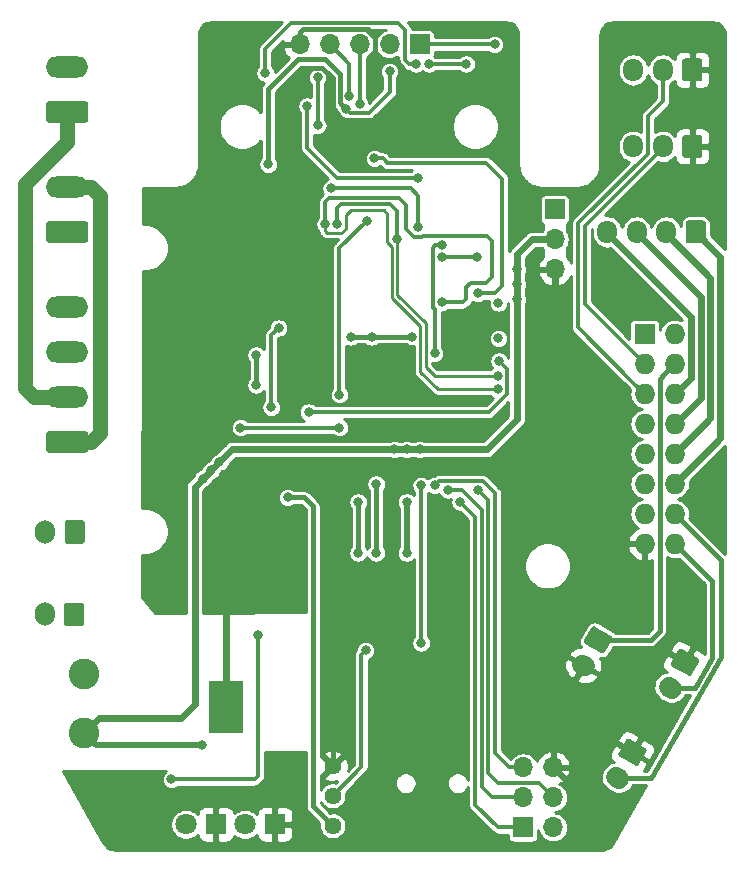
<source format=gtl>
G04 #@! TF.GenerationSoftware,KiCad,Pcbnew,(5.1.4)-1*
G04 #@! TF.CreationDate,2019-11-18T10:56:31+03:00*
G04 #@! TF.ProjectId,123,3132332e-6b69-4636-9164-5f7063625858,rev?*
G04 #@! TF.SameCoordinates,Original*
G04 #@! TF.FileFunction,Copper,L1,Top*
G04 #@! TF.FilePolarity,Positive*
%FSLAX46Y46*%
G04 Gerber Fmt 4.6, Leading zero omitted, Abs format (unit mm)*
G04 Created by KiCad (PCBNEW (5.1.4)-1) date 2019-11-18 10:56:31*
%MOMM*%
%LPD*%
G04 APERTURE LIST*
%ADD10R,1.800000X1.800000*%
%ADD11C,1.800000*%
%ADD12C,0.600000*%
%ADD13R,2.950000X4.500000*%
%ADD14C,1.440000*%
%ADD15C,2.600000*%
%ADD16R,1.700000X1.700000*%
%ADD17O,1.700000X1.700000*%
%ADD18O,1.700000X1.950000*%
%ADD19C,0.100000*%
%ADD20C,1.700000*%
%ADD21O,1.727200X1.727200*%
%ADD22R,1.727200X1.727200*%
%ADD23O,1.700000X2.000000*%
%ADD24C,1.700000*%
%ADD25O,3.600000X1.800000*%
%ADD26C,0.800000*%
%ADD27C,0.700000*%
%ADD28C,0.400000*%
%ADD29C,0.630000*%
%ADD30C,0.500000*%
%ADD31C,0.250000*%
%ADD32C,0.350000*%
%ADD33C,1.250000*%
%ADD34C,0.254000*%
G04 APERTURE END LIST*
D10*
X38936000Y-82423000D03*
D11*
X36396000Y-82423000D03*
D10*
X33936000Y-82423000D03*
D11*
X31396000Y-82423000D03*
D12*
X34198002Y-74317001D03*
X34198002Y-73217001D03*
X35398002Y-73217001D03*
X35398002Y-74317001D03*
X34198002Y-70717001D03*
X34198002Y-71917001D03*
X35398002Y-71917001D03*
X35398002Y-70717001D03*
D13*
X34798002Y-72517001D03*
D14*
X43815000Y-77470000D03*
X43815000Y-80010000D03*
X43815000Y-82550000D03*
D15*
X22733000Y-74676000D03*
X22733000Y-69676000D03*
D16*
X51181000Y-16383000D03*
D17*
X48641000Y-16383000D03*
X46101000Y-16383000D03*
X43561000Y-16383000D03*
X41021000Y-16383000D03*
D18*
X69265800Y-18542000D03*
X71765800Y-18542000D03*
D19*
G36*
X74890304Y-17568204D02*
G01*
X74914573Y-17571804D01*
X74938371Y-17577765D01*
X74961471Y-17586030D01*
X74983649Y-17596520D01*
X75004693Y-17609133D01*
X75024398Y-17623747D01*
X75042577Y-17640223D01*
X75059053Y-17658402D01*
X75073667Y-17678107D01*
X75086280Y-17699151D01*
X75096770Y-17721329D01*
X75105035Y-17744429D01*
X75110996Y-17768227D01*
X75114596Y-17792496D01*
X75115800Y-17817000D01*
X75115800Y-19267000D01*
X75114596Y-19291504D01*
X75110996Y-19315773D01*
X75105035Y-19339571D01*
X75096770Y-19362671D01*
X75086280Y-19384849D01*
X75073667Y-19405893D01*
X75059053Y-19425598D01*
X75042577Y-19443777D01*
X75024398Y-19460253D01*
X75004693Y-19474867D01*
X74983649Y-19487480D01*
X74961471Y-19497970D01*
X74938371Y-19506235D01*
X74914573Y-19512196D01*
X74890304Y-19515796D01*
X74865800Y-19517000D01*
X73665800Y-19517000D01*
X73641296Y-19515796D01*
X73617027Y-19512196D01*
X73593229Y-19506235D01*
X73570129Y-19497970D01*
X73547951Y-19487480D01*
X73526907Y-19474867D01*
X73507202Y-19460253D01*
X73489023Y-19443777D01*
X73472547Y-19425598D01*
X73457933Y-19405893D01*
X73445320Y-19384849D01*
X73434830Y-19362671D01*
X73426565Y-19339571D01*
X73420604Y-19315773D01*
X73417004Y-19291504D01*
X73415800Y-19267000D01*
X73415800Y-17817000D01*
X73417004Y-17792496D01*
X73420604Y-17768227D01*
X73426565Y-17744429D01*
X73434830Y-17721329D01*
X73445320Y-17699151D01*
X73457933Y-17678107D01*
X73472547Y-17658402D01*
X73489023Y-17640223D01*
X73507202Y-17623747D01*
X73526907Y-17609133D01*
X73547951Y-17596520D01*
X73570129Y-17586030D01*
X73593229Y-17577765D01*
X73617027Y-17571804D01*
X73641296Y-17568204D01*
X73665800Y-17567000D01*
X74865800Y-17567000D01*
X74890304Y-17568204D01*
X74890304Y-17568204D01*
G37*
D20*
X74265800Y-18542000D03*
D18*
X67056000Y-32258000D03*
X69556000Y-32258000D03*
X72056000Y-32258000D03*
D19*
G36*
X75180504Y-31284204D02*
G01*
X75204773Y-31287804D01*
X75228571Y-31293765D01*
X75251671Y-31302030D01*
X75273849Y-31312520D01*
X75294893Y-31325133D01*
X75314598Y-31339747D01*
X75332777Y-31356223D01*
X75349253Y-31374402D01*
X75363867Y-31394107D01*
X75376480Y-31415151D01*
X75386970Y-31437329D01*
X75395235Y-31460429D01*
X75401196Y-31484227D01*
X75404796Y-31508496D01*
X75406000Y-31533000D01*
X75406000Y-32983000D01*
X75404796Y-33007504D01*
X75401196Y-33031773D01*
X75395235Y-33055571D01*
X75386970Y-33078671D01*
X75376480Y-33100849D01*
X75363867Y-33121893D01*
X75349253Y-33141598D01*
X75332777Y-33159777D01*
X75314598Y-33176253D01*
X75294893Y-33190867D01*
X75273849Y-33203480D01*
X75251671Y-33213970D01*
X75228571Y-33222235D01*
X75204773Y-33228196D01*
X75180504Y-33231796D01*
X75156000Y-33233000D01*
X73956000Y-33233000D01*
X73931496Y-33231796D01*
X73907227Y-33228196D01*
X73883429Y-33222235D01*
X73860329Y-33213970D01*
X73838151Y-33203480D01*
X73817107Y-33190867D01*
X73797402Y-33176253D01*
X73779223Y-33159777D01*
X73762747Y-33141598D01*
X73748133Y-33121893D01*
X73735520Y-33100849D01*
X73725030Y-33078671D01*
X73716765Y-33055571D01*
X73710804Y-33031773D01*
X73707204Y-33007504D01*
X73706000Y-32983000D01*
X73706000Y-31533000D01*
X73707204Y-31508496D01*
X73710804Y-31484227D01*
X73716765Y-31460429D01*
X73725030Y-31437329D01*
X73735520Y-31415151D01*
X73748133Y-31394107D01*
X73762747Y-31374402D01*
X73779223Y-31356223D01*
X73797402Y-31339747D01*
X73817107Y-31325133D01*
X73838151Y-31312520D01*
X73860329Y-31302030D01*
X73883429Y-31293765D01*
X73907227Y-31287804D01*
X73931496Y-31284204D01*
X73956000Y-31283000D01*
X75156000Y-31283000D01*
X75180504Y-31284204D01*
X75180504Y-31284204D01*
G37*
D20*
X74556000Y-32258000D03*
D21*
X72771000Y-58674000D03*
X70231000Y-58674000D03*
X72771000Y-56134000D03*
X70231000Y-56134000D03*
X72771000Y-53594000D03*
X70231000Y-53594000D03*
X72771000Y-51054000D03*
X70231000Y-51054000D03*
X72771000Y-48514000D03*
X70231000Y-48514000D03*
X72771000Y-45974000D03*
X70231000Y-45974000D03*
X72771000Y-43434000D03*
X70231000Y-43434000D03*
X72771000Y-40894000D03*
D22*
X70231000Y-40894000D03*
D16*
X59944000Y-82677000D03*
D17*
X62484000Y-82677000D03*
X59944000Y-80137000D03*
X62484000Y-80137000D03*
X59944000Y-77597000D03*
X62484000Y-77597000D03*
D18*
X69265800Y-25019000D03*
X71765800Y-25019000D03*
D19*
G36*
X74890304Y-24045204D02*
G01*
X74914573Y-24048804D01*
X74938371Y-24054765D01*
X74961471Y-24063030D01*
X74983649Y-24073520D01*
X75004693Y-24086133D01*
X75024398Y-24100747D01*
X75042577Y-24117223D01*
X75059053Y-24135402D01*
X75073667Y-24155107D01*
X75086280Y-24176151D01*
X75096770Y-24198329D01*
X75105035Y-24221429D01*
X75110996Y-24245227D01*
X75114596Y-24269496D01*
X75115800Y-24294000D01*
X75115800Y-25744000D01*
X75114596Y-25768504D01*
X75110996Y-25792773D01*
X75105035Y-25816571D01*
X75096770Y-25839671D01*
X75086280Y-25861849D01*
X75073667Y-25882893D01*
X75059053Y-25902598D01*
X75042577Y-25920777D01*
X75024398Y-25937253D01*
X75004693Y-25951867D01*
X74983649Y-25964480D01*
X74961471Y-25974970D01*
X74938371Y-25983235D01*
X74914573Y-25989196D01*
X74890304Y-25992796D01*
X74865800Y-25994000D01*
X73665800Y-25994000D01*
X73641296Y-25992796D01*
X73617027Y-25989196D01*
X73593229Y-25983235D01*
X73570129Y-25974970D01*
X73547951Y-25964480D01*
X73526907Y-25951867D01*
X73507202Y-25937253D01*
X73489023Y-25920777D01*
X73472547Y-25902598D01*
X73457933Y-25882893D01*
X73445320Y-25861849D01*
X73434830Y-25839671D01*
X73426565Y-25816571D01*
X73420604Y-25792773D01*
X73417004Y-25768504D01*
X73415800Y-25744000D01*
X73415800Y-24294000D01*
X73417004Y-24269496D01*
X73420604Y-24245227D01*
X73426565Y-24221429D01*
X73434830Y-24198329D01*
X73445320Y-24176151D01*
X73457933Y-24155107D01*
X73472547Y-24135402D01*
X73489023Y-24117223D01*
X73507202Y-24100747D01*
X73526907Y-24086133D01*
X73547951Y-24073520D01*
X73570129Y-24063030D01*
X73593229Y-24054765D01*
X73617027Y-24048804D01*
X73641296Y-24045204D01*
X73665800Y-24044000D01*
X74865800Y-24044000D01*
X74890304Y-24045204D01*
X74890304Y-24045204D01*
G37*
D20*
X74265800Y-25019000D03*
D16*
X62611000Y-30353000D03*
D17*
X62611000Y-32893000D03*
X62611000Y-35433000D03*
D19*
G36*
X22555504Y-63644203D02*
G01*
X22579773Y-63647803D01*
X22603571Y-63653764D01*
X22626671Y-63662029D01*
X22648849Y-63672519D01*
X22669893Y-63685132D01*
X22689598Y-63699746D01*
X22707777Y-63716222D01*
X22724253Y-63734401D01*
X22738867Y-63754106D01*
X22751480Y-63775150D01*
X22761970Y-63797328D01*
X22770235Y-63820428D01*
X22776196Y-63844226D01*
X22779796Y-63868495D01*
X22781000Y-63892999D01*
X22781000Y-65392999D01*
X22779796Y-65417503D01*
X22776196Y-65441772D01*
X22770235Y-65465570D01*
X22761970Y-65488670D01*
X22751480Y-65510848D01*
X22738867Y-65531892D01*
X22724253Y-65551597D01*
X22707777Y-65569776D01*
X22689598Y-65586252D01*
X22669893Y-65600866D01*
X22648849Y-65613479D01*
X22626671Y-65623969D01*
X22603571Y-65632234D01*
X22579773Y-65638195D01*
X22555504Y-65641795D01*
X22531000Y-65642999D01*
X21331000Y-65642999D01*
X21306496Y-65641795D01*
X21282227Y-65638195D01*
X21258429Y-65632234D01*
X21235329Y-65623969D01*
X21213151Y-65613479D01*
X21192107Y-65600866D01*
X21172402Y-65586252D01*
X21154223Y-65569776D01*
X21137747Y-65551597D01*
X21123133Y-65531892D01*
X21110520Y-65510848D01*
X21100030Y-65488670D01*
X21091765Y-65465570D01*
X21085804Y-65441772D01*
X21082204Y-65417503D01*
X21081000Y-65392999D01*
X21081000Y-63892999D01*
X21082204Y-63868495D01*
X21085804Y-63844226D01*
X21091765Y-63820428D01*
X21100030Y-63797328D01*
X21110520Y-63775150D01*
X21123133Y-63754106D01*
X21137747Y-63734401D01*
X21154223Y-63716222D01*
X21172402Y-63699746D01*
X21192107Y-63685132D01*
X21213151Y-63672519D01*
X21235329Y-63662029D01*
X21258429Y-63653764D01*
X21282227Y-63647803D01*
X21306496Y-63644203D01*
X21331000Y-63642999D01*
X22531000Y-63642999D01*
X22555504Y-63644203D01*
X22555504Y-63644203D01*
G37*
D20*
X21931000Y-64642999D03*
D23*
X19431000Y-64642999D03*
D19*
G36*
X22595504Y-56659204D02*
G01*
X22619773Y-56662804D01*
X22643571Y-56668765D01*
X22666671Y-56677030D01*
X22688849Y-56687520D01*
X22709893Y-56700133D01*
X22729598Y-56714747D01*
X22747777Y-56731223D01*
X22764253Y-56749402D01*
X22778867Y-56769107D01*
X22791480Y-56790151D01*
X22801970Y-56812329D01*
X22810235Y-56835429D01*
X22816196Y-56859227D01*
X22819796Y-56883496D01*
X22821000Y-56908000D01*
X22821000Y-58408000D01*
X22819796Y-58432504D01*
X22816196Y-58456773D01*
X22810235Y-58480571D01*
X22801970Y-58503671D01*
X22791480Y-58525849D01*
X22778867Y-58546893D01*
X22764253Y-58566598D01*
X22747777Y-58584777D01*
X22729598Y-58601253D01*
X22709893Y-58615867D01*
X22688849Y-58628480D01*
X22666671Y-58638970D01*
X22643571Y-58647235D01*
X22619773Y-58653196D01*
X22595504Y-58656796D01*
X22571000Y-58658000D01*
X21371000Y-58658000D01*
X21346496Y-58656796D01*
X21322227Y-58653196D01*
X21298429Y-58647235D01*
X21275329Y-58638970D01*
X21253151Y-58628480D01*
X21232107Y-58615867D01*
X21212402Y-58601253D01*
X21194223Y-58584777D01*
X21177747Y-58566598D01*
X21163133Y-58546893D01*
X21150520Y-58525849D01*
X21140030Y-58503671D01*
X21131765Y-58480571D01*
X21125804Y-58456773D01*
X21122204Y-58432504D01*
X21121000Y-58408000D01*
X21121000Y-56908000D01*
X21122204Y-56883496D01*
X21125804Y-56859227D01*
X21131765Y-56835429D01*
X21140030Y-56812329D01*
X21150520Y-56790151D01*
X21163133Y-56769107D01*
X21177747Y-56749402D01*
X21194223Y-56731223D01*
X21212402Y-56714747D01*
X21232107Y-56700133D01*
X21253151Y-56687520D01*
X21275329Y-56677030D01*
X21298429Y-56668765D01*
X21322227Y-56662804D01*
X21346496Y-56659204D01*
X21371000Y-56658000D01*
X22571000Y-56658000D01*
X22595504Y-56659204D01*
X22595504Y-56659204D01*
G37*
D20*
X21971000Y-57658000D03*
D23*
X19471000Y-57658000D03*
D19*
G36*
X68878113Y-75178460D02*
G01*
X68902250Y-75182852D01*
X68925841Y-75189588D01*
X68948658Y-75198605D01*
X68970481Y-75209815D01*
X70269519Y-75959815D01*
X70290138Y-75973109D01*
X70309355Y-75988361D01*
X70326985Y-76005423D01*
X70342857Y-76024131D01*
X70356820Y-76044304D01*
X70368737Y-76065749D01*
X70378495Y-76088258D01*
X70386000Y-76111616D01*
X70391180Y-76135597D01*
X70393984Y-76159970D01*
X70394385Y-76184501D01*
X70392380Y-76208953D01*
X70387988Y-76233090D01*
X70381252Y-76256681D01*
X70372235Y-76279498D01*
X70361025Y-76301321D01*
X69761025Y-77340551D01*
X69747731Y-77361170D01*
X69732479Y-77380387D01*
X69715417Y-77398017D01*
X69696709Y-77413889D01*
X69676536Y-77427852D01*
X69655091Y-77439769D01*
X69632581Y-77449527D01*
X69609224Y-77457032D01*
X69585243Y-77462212D01*
X69560870Y-77465016D01*
X69536339Y-77465417D01*
X69511887Y-77463412D01*
X69487750Y-77459020D01*
X69464159Y-77452284D01*
X69441342Y-77443267D01*
X69419519Y-77432057D01*
X68120481Y-76682057D01*
X68099862Y-76668763D01*
X68080645Y-76653511D01*
X68063015Y-76636449D01*
X68047143Y-76617741D01*
X68033180Y-76597568D01*
X68021263Y-76576123D01*
X68011505Y-76553614D01*
X68004000Y-76530256D01*
X67998820Y-76506275D01*
X67996016Y-76481902D01*
X67995615Y-76457371D01*
X67997620Y-76432919D01*
X68002012Y-76408782D01*
X68008748Y-76385191D01*
X68017765Y-76362374D01*
X68028975Y-76340551D01*
X68628975Y-75301321D01*
X68642269Y-75280702D01*
X68657521Y-75261485D01*
X68674583Y-75243855D01*
X68693291Y-75227983D01*
X68713464Y-75214020D01*
X68734909Y-75202103D01*
X68757419Y-75192345D01*
X68780776Y-75184840D01*
X68804757Y-75179660D01*
X68829130Y-75176856D01*
X68853661Y-75176455D01*
X68878113Y-75178460D01*
X68878113Y-75178460D01*
G37*
D20*
X69195000Y-76320936D03*
X67945000Y-78486000D03*
D24*
X68074904Y-78561000D02*
X67815096Y-78411000D01*
D19*
G36*
X73323113Y-67558460D02*
G01*
X73347250Y-67562852D01*
X73370841Y-67569588D01*
X73393658Y-67578605D01*
X73415481Y-67589815D01*
X74714519Y-68339815D01*
X74735138Y-68353109D01*
X74754355Y-68368361D01*
X74771985Y-68385423D01*
X74787857Y-68404131D01*
X74801820Y-68424304D01*
X74813737Y-68445749D01*
X74823495Y-68468258D01*
X74831000Y-68491616D01*
X74836180Y-68515597D01*
X74838984Y-68539970D01*
X74839385Y-68564501D01*
X74837380Y-68588953D01*
X74832988Y-68613090D01*
X74826252Y-68636681D01*
X74817235Y-68659498D01*
X74806025Y-68681321D01*
X74206025Y-69720551D01*
X74192731Y-69741170D01*
X74177479Y-69760387D01*
X74160417Y-69778017D01*
X74141709Y-69793889D01*
X74121536Y-69807852D01*
X74100091Y-69819769D01*
X74077581Y-69829527D01*
X74054224Y-69837032D01*
X74030243Y-69842212D01*
X74005870Y-69845016D01*
X73981339Y-69845417D01*
X73956887Y-69843412D01*
X73932750Y-69839020D01*
X73909159Y-69832284D01*
X73886342Y-69823267D01*
X73864519Y-69812057D01*
X72565481Y-69062057D01*
X72544862Y-69048763D01*
X72525645Y-69033511D01*
X72508015Y-69016449D01*
X72492143Y-68997741D01*
X72478180Y-68977568D01*
X72466263Y-68956123D01*
X72456505Y-68933614D01*
X72449000Y-68910256D01*
X72443820Y-68886275D01*
X72441016Y-68861902D01*
X72440615Y-68837371D01*
X72442620Y-68812919D01*
X72447012Y-68788782D01*
X72453748Y-68765191D01*
X72462765Y-68742374D01*
X72473975Y-68720551D01*
X73073975Y-67681321D01*
X73087269Y-67660702D01*
X73102521Y-67641485D01*
X73119583Y-67623855D01*
X73138291Y-67607983D01*
X73158464Y-67594020D01*
X73179909Y-67582103D01*
X73202419Y-67572345D01*
X73225776Y-67564840D01*
X73249757Y-67559660D01*
X73274130Y-67556856D01*
X73298661Y-67556455D01*
X73323113Y-67558460D01*
X73323113Y-67558460D01*
G37*
D20*
X73640000Y-68700936D03*
X72390000Y-70866000D03*
D24*
X72519904Y-70941000D02*
X72260096Y-70791000D01*
D19*
G36*
X65977113Y-65659524D02*
G01*
X66001250Y-65663916D01*
X66024841Y-65670652D01*
X66047658Y-65679669D01*
X66069481Y-65690879D01*
X67368519Y-66440879D01*
X67389138Y-66454173D01*
X67408355Y-66469425D01*
X67425985Y-66486487D01*
X67441857Y-66505195D01*
X67455820Y-66525368D01*
X67467737Y-66546813D01*
X67477495Y-66569322D01*
X67485000Y-66592680D01*
X67490180Y-66616661D01*
X67492984Y-66641034D01*
X67493385Y-66665565D01*
X67491380Y-66690017D01*
X67486988Y-66714154D01*
X67480252Y-66737745D01*
X67471235Y-66760562D01*
X67460025Y-66782385D01*
X66860025Y-67821615D01*
X66846731Y-67842234D01*
X66831479Y-67861451D01*
X66814417Y-67879081D01*
X66795709Y-67894953D01*
X66775536Y-67908916D01*
X66754091Y-67920833D01*
X66731581Y-67930591D01*
X66708224Y-67938096D01*
X66684243Y-67943276D01*
X66659870Y-67946080D01*
X66635339Y-67946481D01*
X66610887Y-67944476D01*
X66586750Y-67940084D01*
X66563159Y-67933348D01*
X66540342Y-67924331D01*
X66518519Y-67913121D01*
X65219481Y-67163121D01*
X65198862Y-67149827D01*
X65179645Y-67134575D01*
X65162015Y-67117513D01*
X65146143Y-67098805D01*
X65132180Y-67078632D01*
X65120263Y-67057187D01*
X65110505Y-67034678D01*
X65103000Y-67011320D01*
X65097820Y-66987339D01*
X65095016Y-66962966D01*
X65094615Y-66938435D01*
X65096620Y-66913983D01*
X65101012Y-66889846D01*
X65107748Y-66866255D01*
X65116765Y-66843438D01*
X65127975Y-66821615D01*
X65727975Y-65782385D01*
X65741269Y-65761766D01*
X65756521Y-65742549D01*
X65773583Y-65724919D01*
X65792291Y-65709047D01*
X65812464Y-65695084D01*
X65833909Y-65683167D01*
X65856419Y-65673409D01*
X65879776Y-65665904D01*
X65903757Y-65660724D01*
X65928130Y-65657920D01*
X65952661Y-65657519D01*
X65977113Y-65659524D01*
X65977113Y-65659524D01*
G37*
D20*
X66294000Y-66802000D03*
X65044000Y-68967064D03*
D24*
X65173904Y-69042064D02*
X64914096Y-68892064D01*
D25*
X21336000Y-38608000D03*
X21336000Y-42418000D03*
X21336000Y-46228000D03*
D19*
G36*
X22910504Y-49139204D02*
G01*
X22934773Y-49142804D01*
X22958571Y-49148765D01*
X22981671Y-49157030D01*
X23003849Y-49167520D01*
X23024893Y-49180133D01*
X23044598Y-49194747D01*
X23062777Y-49211223D01*
X23079253Y-49229402D01*
X23093867Y-49249107D01*
X23106480Y-49270151D01*
X23116970Y-49292329D01*
X23125235Y-49315429D01*
X23131196Y-49339227D01*
X23134796Y-49363496D01*
X23136000Y-49388000D01*
X23136000Y-50688000D01*
X23134796Y-50712504D01*
X23131196Y-50736773D01*
X23125235Y-50760571D01*
X23116970Y-50783671D01*
X23106480Y-50805849D01*
X23093867Y-50826893D01*
X23079253Y-50846598D01*
X23062777Y-50864777D01*
X23044598Y-50881253D01*
X23024893Y-50895867D01*
X23003849Y-50908480D01*
X22981671Y-50918970D01*
X22958571Y-50927235D01*
X22934773Y-50933196D01*
X22910504Y-50936796D01*
X22886000Y-50938000D01*
X19786000Y-50938000D01*
X19761496Y-50936796D01*
X19737227Y-50933196D01*
X19713429Y-50927235D01*
X19690329Y-50918970D01*
X19668151Y-50908480D01*
X19647107Y-50895867D01*
X19627402Y-50881253D01*
X19609223Y-50864777D01*
X19592747Y-50846598D01*
X19578133Y-50826893D01*
X19565520Y-50805849D01*
X19555030Y-50783671D01*
X19546765Y-50760571D01*
X19540804Y-50736773D01*
X19537204Y-50712504D01*
X19536000Y-50688000D01*
X19536000Y-49388000D01*
X19537204Y-49363496D01*
X19540804Y-49339227D01*
X19546765Y-49315429D01*
X19555030Y-49292329D01*
X19565520Y-49270151D01*
X19578133Y-49249107D01*
X19592747Y-49229402D01*
X19609223Y-49211223D01*
X19627402Y-49194747D01*
X19647107Y-49180133D01*
X19668151Y-49167520D01*
X19690329Y-49157030D01*
X19713429Y-49148765D01*
X19737227Y-49142804D01*
X19761496Y-49139204D01*
X19786000Y-49138000D01*
X22886000Y-49138000D01*
X22910504Y-49139204D01*
X22910504Y-49139204D01*
G37*
D11*
X21336000Y-50038000D03*
D25*
X21336000Y-18288000D03*
D19*
G36*
X22910504Y-21199204D02*
G01*
X22934773Y-21202804D01*
X22958571Y-21208765D01*
X22981671Y-21217030D01*
X23003849Y-21227520D01*
X23024893Y-21240133D01*
X23044598Y-21254747D01*
X23062777Y-21271223D01*
X23079253Y-21289402D01*
X23093867Y-21309107D01*
X23106480Y-21330151D01*
X23116970Y-21352329D01*
X23125235Y-21375429D01*
X23131196Y-21399227D01*
X23134796Y-21423496D01*
X23136000Y-21448000D01*
X23136000Y-22748000D01*
X23134796Y-22772504D01*
X23131196Y-22796773D01*
X23125235Y-22820571D01*
X23116970Y-22843671D01*
X23106480Y-22865849D01*
X23093867Y-22886893D01*
X23079253Y-22906598D01*
X23062777Y-22924777D01*
X23044598Y-22941253D01*
X23024893Y-22955867D01*
X23003849Y-22968480D01*
X22981671Y-22978970D01*
X22958571Y-22987235D01*
X22934773Y-22993196D01*
X22910504Y-22996796D01*
X22886000Y-22998000D01*
X19786000Y-22998000D01*
X19761496Y-22996796D01*
X19737227Y-22993196D01*
X19713429Y-22987235D01*
X19690329Y-22978970D01*
X19668151Y-22968480D01*
X19647107Y-22955867D01*
X19627402Y-22941253D01*
X19609223Y-22924777D01*
X19592747Y-22906598D01*
X19578133Y-22886893D01*
X19565520Y-22865849D01*
X19555030Y-22843671D01*
X19546765Y-22820571D01*
X19540804Y-22796773D01*
X19537204Y-22772504D01*
X19536000Y-22748000D01*
X19536000Y-21448000D01*
X19537204Y-21423496D01*
X19540804Y-21399227D01*
X19546765Y-21375429D01*
X19555030Y-21352329D01*
X19565520Y-21330151D01*
X19578133Y-21309107D01*
X19592747Y-21289402D01*
X19609223Y-21271223D01*
X19627402Y-21254747D01*
X19647107Y-21240133D01*
X19668151Y-21227520D01*
X19690329Y-21217030D01*
X19713429Y-21208765D01*
X19737227Y-21202804D01*
X19761496Y-21199204D01*
X19786000Y-21198000D01*
X22886000Y-21198000D01*
X22910504Y-21199204D01*
X22910504Y-21199204D01*
G37*
D11*
X21336000Y-22098000D03*
D25*
X21336000Y-28448000D03*
D19*
G36*
X22910504Y-31359204D02*
G01*
X22934773Y-31362804D01*
X22958571Y-31368765D01*
X22981671Y-31377030D01*
X23003849Y-31387520D01*
X23024893Y-31400133D01*
X23044598Y-31414747D01*
X23062777Y-31431223D01*
X23079253Y-31449402D01*
X23093867Y-31469107D01*
X23106480Y-31490151D01*
X23116970Y-31512329D01*
X23125235Y-31535429D01*
X23131196Y-31559227D01*
X23134796Y-31583496D01*
X23136000Y-31608000D01*
X23136000Y-32908000D01*
X23134796Y-32932504D01*
X23131196Y-32956773D01*
X23125235Y-32980571D01*
X23116970Y-33003671D01*
X23106480Y-33025849D01*
X23093867Y-33046893D01*
X23079253Y-33066598D01*
X23062777Y-33084777D01*
X23044598Y-33101253D01*
X23024893Y-33115867D01*
X23003849Y-33128480D01*
X22981671Y-33138970D01*
X22958571Y-33147235D01*
X22934773Y-33153196D01*
X22910504Y-33156796D01*
X22886000Y-33158000D01*
X19786000Y-33158000D01*
X19761496Y-33156796D01*
X19737227Y-33153196D01*
X19713429Y-33147235D01*
X19690329Y-33138970D01*
X19668151Y-33128480D01*
X19647107Y-33115867D01*
X19627402Y-33101253D01*
X19609223Y-33084777D01*
X19592747Y-33066598D01*
X19578133Y-33046893D01*
X19565520Y-33025849D01*
X19555030Y-33003671D01*
X19546765Y-32980571D01*
X19540804Y-32956773D01*
X19537204Y-32932504D01*
X19536000Y-32908000D01*
X19536000Y-31608000D01*
X19537204Y-31583496D01*
X19540804Y-31559227D01*
X19546765Y-31535429D01*
X19555030Y-31512329D01*
X19565520Y-31490151D01*
X19578133Y-31469107D01*
X19592747Y-31449402D01*
X19609223Y-31431223D01*
X19627402Y-31414747D01*
X19647107Y-31400133D01*
X19668151Y-31387520D01*
X19690329Y-31377030D01*
X19713429Y-31368765D01*
X19737227Y-31362804D01*
X19761496Y-31359204D01*
X19786000Y-31358000D01*
X22886000Y-31358000D01*
X22910504Y-31359204D01*
X22910504Y-31359204D01*
G37*
D11*
X21336000Y-32258000D03*
D26*
X57852000Y-38280000D03*
X57852000Y-41280000D03*
X67352000Y-54080000D03*
X64052000Y-50580000D03*
X60652000Y-54180000D03*
X43307000Y-38481000D03*
X39751000Y-28488000D03*
X39751000Y-30088000D03*
X48895000Y-22479000D03*
X49149000Y-17780000D03*
X62611000Y-39243000D03*
X62611000Y-40513000D03*
X62611000Y-41783000D03*
X44450000Y-59436000D03*
X44450000Y-52578000D03*
X43180000Y-52578000D03*
X41910000Y-52578000D03*
X43180000Y-43942000D03*
X63352000Y-45380000D03*
X65152000Y-44680000D03*
X68452000Y-48080000D03*
X68452000Y-50580000D03*
X57452000Y-48380000D03*
D27*
X55352000Y-48980000D03*
D26*
X51152000Y-49080000D03*
X51152000Y-46080000D03*
X51052000Y-52180000D03*
X49052000Y-52480000D03*
X49052000Y-48980000D03*
X49052000Y-44380000D03*
X33452000Y-16380000D03*
X36052000Y-16380000D03*
X33352000Y-25880000D03*
X36952000Y-27780000D03*
X57652000Y-18480000D03*
X29591000Y-62230000D03*
X29591000Y-53086000D03*
X34036000Y-44577000D03*
X34036000Y-48387000D03*
X37592000Y-59817000D03*
X33655000Y-59817000D03*
X49784000Y-72263000D03*
X49784000Y-69342000D03*
X59436000Y-67056000D03*
X61595000Y-64389000D03*
X59817000Y-73279000D03*
X64262000Y-73279000D03*
X65532000Y-82423000D03*
X65278000Y-76835000D03*
X73660000Y-62230000D03*
X73787000Y-64897000D03*
X68580000Y-62865000D03*
X66294000Y-61087000D03*
X75819000Y-52832000D03*
X75565000Y-56896000D03*
X69850000Y-38481000D03*
X66675000Y-36068000D03*
X71247000Y-28194000D03*
X74041000Y-28194000D03*
X68834000Y-15621000D03*
X74930000Y-15494000D03*
X74295000Y-22225000D03*
X68834000Y-22098000D03*
X29210000Y-30353000D03*
X31623000Y-33274000D03*
X36322000Y-31877000D03*
X29083000Y-39878000D03*
X44196000Y-62738000D03*
X46609000Y-64389000D03*
X49149000Y-65278000D03*
X53594000Y-59436000D03*
X61214000Y-47371000D03*
X58801000Y-51054000D03*
X57785000Y-39751000D03*
X23622000Y-79248000D03*
X28956000Y-83439000D03*
X32766000Y-75692000D03*
X59436000Y-35433000D03*
X59436000Y-36703000D03*
X59436000Y-37973000D03*
X50084777Y-50673000D03*
X51181000Y-50673000D03*
X50084777Y-59436000D03*
X50084777Y-55118000D03*
X49048011Y-50673000D03*
X45339000Y-41148000D03*
X32829500Y-53149500D03*
X33528000Y-52451000D03*
X34226500Y-51752500D03*
X47117000Y-41148000D03*
X50513979Y-41122003D03*
X44958000Y-21844000D03*
X48641000Y-18669000D03*
X38354000Y-26543000D03*
X51045918Y-31876244D03*
X43688000Y-28575000D03*
X53086000Y-34417000D03*
X56007000Y-34417000D03*
X37338000Y-45212000D03*
X40005000Y-54737000D03*
X37338000Y-42672000D03*
X51054000Y-27686000D03*
X41656000Y-21590000D03*
X53086000Y-33401000D03*
X51308000Y-67056000D03*
X46609000Y-67691000D03*
X51308000Y-53721000D03*
X52451000Y-42545000D03*
X52451000Y-53721000D03*
X47358000Y-26035000D03*
X56134000Y-54102000D03*
X56134000Y-37465000D03*
X53594000Y-54102000D03*
X54610000Y-55118000D03*
X41783000Y-47498000D03*
X57912000Y-43180000D03*
X49276000Y-32893000D03*
X44196000Y-31623000D03*
X57785000Y-44450000D03*
X43180000Y-31623000D03*
X57785000Y-45593000D03*
X53086000Y-38227000D03*
X38608000Y-47117000D03*
X39243000Y-40386000D03*
X38100000Y-18796000D03*
X50886000Y-18034000D03*
X42545000Y-19177000D03*
X42558000Y-23241000D03*
X45974000Y-59436000D03*
X45974000Y-55118000D03*
X47498000Y-59436000D03*
X47498000Y-53594000D03*
X45212000Y-20757000D03*
X46101000Y-21407000D03*
X51995756Y-18049634D03*
X55118000Y-18034000D03*
X57531000Y-16383000D03*
X46736000Y-31305500D03*
X44386500Y-46037500D03*
X44386500Y-48831500D03*
X36004500Y-48831500D03*
X37465000Y-66357500D03*
X30162500Y-78613000D03*
D28*
X41021000Y-15367000D02*
X41021000Y-16383000D01*
X47879000Y-17780000D02*
X47373218Y-17274218D01*
X49149000Y-17780000D02*
X47879000Y-17780000D01*
X47373218Y-17274218D02*
X47373218Y-15666077D01*
X47373218Y-15666077D02*
X46820141Y-15113000D01*
X46820141Y-15113000D02*
X41275000Y-15113000D01*
X41275000Y-15113000D02*
X41021000Y-15367000D01*
X49294999Y-22079001D02*
X48895000Y-22479000D01*
X49657000Y-18288000D02*
X49657000Y-21717000D01*
X49657000Y-21717000D02*
X49294999Y-22079001D01*
X49149000Y-17780000D02*
X49657000Y-18288000D01*
D29*
X34798002Y-72517001D02*
X34798002Y-54355998D01*
X34798002Y-54355998D02*
X36576000Y-52578000D01*
X62611000Y-39243000D02*
X62611000Y-35433000D01*
X62611000Y-40513000D02*
X62611000Y-39243000D01*
X62611000Y-41783000D02*
X62611000Y-40513000D01*
X44450000Y-59436000D02*
X44450000Y-52578000D01*
X36576000Y-52578000D02*
X41910000Y-52578000D01*
X43180000Y-52578000D02*
X44450000Y-52578000D01*
X41910000Y-52578000D02*
X43180000Y-52578000D01*
X47752000Y-62738000D02*
X44450000Y-59436000D01*
X63881000Y-78994000D02*
X63881000Y-83820000D01*
X63881000Y-83820000D02*
X63373000Y-84328000D01*
X63373000Y-84328000D02*
X48895000Y-84328000D01*
X48895000Y-84328000D02*
X47752000Y-83185000D01*
X62484000Y-77597000D02*
X63881000Y-78994000D01*
X47752000Y-83185000D02*
X47752000Y-62738000D01*
D28*
X39751000Y-30088000D02*
X39751000Y-28488000D01*
D29*
X43307000Y-41021000D02*
X43307000Y-38481000D01*
X43180000Y-43942000D02*
X43180000Y-41148000D01*
X43180000Y-41148000D02*
X43307000Y-41021000D01*
D28*
X39751000Y-30653685D02*
X39751000Y-30088000D01*
X39751000Y-37973000D02*
X39751000Y-30653685D01*
X43307000Y-38481000D02*
X40259000Y-38481000D01*
X40259000Y-38481000D02*
X39751000Y-37973000D01*
X47498000Y-22479000D02*
X48895000Y-22479000D01*
X47219989Y-22757011D02*
X47498000Y-22479000D01*
X44687009Y-22757011D02*
X47219989Y-22757011D01*
X40150999Y-28088001D02*
X40150999Y-19539001D01*
X43811989Y-21881991D02*
X44687009Y-22757011D01*
X39751000Y-28488000D02*
X40150999Y-28088001D01*
X40150999Y-19539001D02*
X41313001Y-18376999D01*
X41313001Y-18376999D02*
X42929001Y-18376999D01*
X42929001Y-18376999D02*
X43811989Y-19259987D01*
X43811989Y-19259987D02*
X43811989Y-21881991D01*
X43180000Y-66167000D02*
X43180000Y-52578000D01*
X43815000Y-66802000D02*
X43180000Y-66167000D01*
X43815000Y-77470000D02*
X43815000Y-66802000D01*
D29*
X62611000Y-48768000D02*
X62611000Y-41783000D01*
X58801000Y-52578000D02*
X62611000Y-48768000D01*
X49254000Y-52578000D02*
X58801000Y-52578000D01*
X49252000Y-52580000D02*
X49254000Y-52578000D01*
X44450000Y-52578000D02*
X49052000Y-52480000D01*
X49250000Y-52578000D02*
X49252000Y-52580000D01*
X49052000Y-52480000D02*
X49250000Y-52578000D01*
D30*
X23749000Y-75692000D02*
X22733000Y-74676000D01*
X32766000Y-75692000D02*
X23749000Y-75692000D01*
D29*
X61408919Y-32893000D02*
X62611000Y-32893000D01*
X60706000Y-32893000D02*
X61408919Y-32893000D01*
X59436000Y-34163000D02*
X60706000Y-32893000D01*
X56896000Y-50673000D02*
X59436000Y-48133000D01*
X59436000Y-48133000D02*
X59436000Y-37973000D01*
X24032999Y-73376001D02*
X31017999Y-73376001D01*
X31017999Y-73376001D02*
X32131000Y-72263000D01*
X22733000Y-74676000D02*
X24032999Y-73376001D01*
X32131000Y-72263000D02*
X32131000Y-53848000D01*
X32131000Y-53848000D02*
X32829500Y-53149500D01*
X59436000Y-35433000D02*
X59436000Y-34163000D01*
X59436000Y-36703000D02*
X59436000Y-35433000D01*
X59436000Y-37973000D02*
X59436000Y-36703000D01*
X35306000Y-50673000D02*
X48895000Y-50673000D01*
X48895000Y-50673000D02*
X50165000Y-50673000D01*
X50165000Y-50673000D02*
X51181000Y-50673000D01*
X51181000Y-50673000D02*
X56896000Y-50673000D01*
D30*
X50084777Y-59436000D02*
X50084777Y-55118000D01*
D29*
X32829500Y-53149500D02*
X33528000Y-52451000D01*
X33528000Y-52451000D02*
X34226500Y-51752500D01*
X34226500Y-51752500D02*
X35306000Y-50673000D01*
D28*
X45339000Y-41148000D02*
X47117000Y-41148000D01*
X47117000Y-41148000D02*
X50574921Y-41148000D01*
D31*
X50574921Y-41148000D02*
X50548924Y-41122003D01*
X50548924Y-41122003D02*
X50513979Y-41122003D01*
D28*
X38354000Y-26543000D02*
X38354000Y-20193000D01*
X40894000Y-17653000D02*
X43180000Y-17653000D01*
X43180000Y-17653000D02*
X44411999Y-18884999D01*
X44558001Y-21444001D02*
X44958000Y-21844000D01*
X44411999Y-18884999D02*
X44411999Y-21297999D01*
X38354000Y-20193000D02*
X40894000Y-17653000D01*
X44411999Y-21297999D02*
X44558001Y-21444001D01*
D32*
X48641000Y-20447000D02*
X48641000Y-18669000D01*
X46905999Y-22182001D02*
X48641000Y-20447000D01*
X44958000Y-21844000D02*
X45296001Y-22182001D01*
X45296001Y-22182001D02*
X46905999Y-22182001D01*
X56007000Y-34417000D02*
X53086000Y-34417000D01*
D28*
X37338000Y-45212000D02*
X37338000Y-42672000D01*
X42164000Y-80899000D02*
X43815000Y-82550000D01*
X42164000Y-55499000D02*
X42164000Y-80899000D01*
X40005000Y-54737000D02*
X41402000Y-54737000D01*
X41402000Y-54737000D02*
X42164000Y-55499000D01*
D32*
X50419000Y-28575000D02*
X43688000Y-28575000D01*
X51045918Y-31876244D02*
X51045918Y-29201918D01*
X51045918Y-29201918D02*
X50419000Y-28575000D01*
X50488315Y-27686000D02*
X51054000Y-27686000D01*
X44196000Y-27686000D02*
X50488315Y-27686000D01*
X41656000Y-21590000D02*
X41656000Y-25146000D01*
X41656000Y-25146000D02*
X44196000Y-27686000D01*
X46254000Y-77571000D02*
X46254000Y-68046000D01*
X46254000Y-68046000D02*
X46609000Y-67691000D01*
X43815000Y-80010000D02*
X46254000Y-77571000D01*
X51308000Y-67056000D02*
X51308000Y-53721000D01*
X52520315Y-33401000D02*
X53086000Y-33401000D01*
X52310999Y-33610316D02*
X52520315Y-33401000D01*
X52310999Y-38658499D02*
X52310999Y-33610316D01*
X52451000Y-42545000D02*
X52451000Y-38798500D01*
X52451000Y-38798500D02*
X52310999Y-38658499D01*
X58741919Y-77597000D02*
X57530030Y-76385111D01*
X59944000Y-77597000D02*
X58741919Y-77597000D01*
X52845001Y-53326999D02*
X52451000Y-53721000D01*
X56506001Y-53326999D02*
X52845001Y-53326999D01*
X57530030Y-76385111D02*
X57530030Y-54351028D01*
X57530030Y-54351028D02*
X56506001Y-53326999D01*
X56134000Y-54102000D02*
X56980020Y-54948020D01*
X56980020Y-54948020D02*
X56980020Y-78062020D01*
X56980020Y-78062020D02*
X57829999Y-78911999D01*
X57829999Y-78911999D02*
X61258999Y-78911999D01*
X61258999Y-78911999D02*
X62484000Y-80137000D01*
X57531000Y-37465000D02*
X58166000Y-36830000D01*
X58166000Y-36830000D02*
X58166000Y-27749500D01*
X58166000Y-27749500D02*
X56832500Y-26416000D01*
X56832500Y-26416000D02*
X48431685Y-26416000D01*
X56134000Y-37465000D02*
X57531000Y-37465000D01*
X48050686Y-26035000D02*
X47358000Y-26035000D01*
X48218843Y-26203157D02*
X48050686Y-26035000D01*
X48431685Y-26416000D02*
X48218843Y-26203157D01*
X54741002Y-54102000D02*
X53594000Y-54102000D01*
X56430010Y-55791008D02*
X54741002Y-54102000D01*
X56430010Y-79290010D02*
X56430010Y-55791008D01*
X59944000Y-80137000D02*
X57277000Y-80137000D01*
X57277000Y-80137000D02*
X56430010Y-79290010D01*
X54610000Y-55118000D02*
X55880000Y-56388000D01*
X55880000Y-56388000D02*
X55880000Y-80772000D01*
X55880000Y-80772000D02*
X57785000Y-82677000D01*
X57785000Y-82677000D02*
X59944000Y-82677000D01*
X65151001Y-31769056D02*
X71765800Y-25154257D01*
X65151001Y-38354001D02*
X65151001Y-31769056D01*
X70231000Y-43434000D02*
X65151001Y-38354001D01*
X71765800Y-25154257D02*
X71765800Y-25019000D01*
X69367401Y-45110401D02*
X70231000Y-45974000D01*
X70516971Y-22447029D02*
X70516971Y-25625254D01*
X70516971Y-25625254D02*
X64600990Y-31541235D01*
X71765800Y-18542000D02*
X71765800Y-21198200D01*
X64600990Y-31541235D02*
X64600990Y-40343990D01*
X71765800Y-21198200D02*
X70516971Y-22447029D01*
X64600990Y-40343990D02*
X69367401Y-45110401D01*
X58560001Y-43828001D02*
X57912000Y-43180000D01*
X58560001Y-45965001D02*
X58560001Y-43828001D01*
X41783000Y-47498000D02*
X57027002Y-47498000D01*
X57027002Y-47498000D02*
X58560001Y-45965001D01*
X49276000Y-32893000D02*
X49276000Y-30480000D01*
X49276000Y-30480000D02*
X48696011Y-29900011D01*
X48696011Y-29900011D02*
X44521989Y-29900011D01*
X44196000Y-30226000D02*
X44196000Y-31623000D01*
X44521989Y-29900011D02*
X44196000Y-30226000D01*
D31*
X52451000Y-44450000D02*
X57785000Y-44450000D01*
X51689000Y-43688000D02*
X52451000Y-44450000D01*
X51689000Y-40005000D02*
X51689000Y-43688000D01*
X49276000Y-32893000D02*
X49276000Y-37592000D01*
X49276000Y-37592000D02*
X51689000Y-40005000D01*
D32*
X43180000Y-29718000D02*
X43180000Y-31623000D01*
X55118000Y-36957000D02*
X55499000Y-36576000D01*
X55499000Y-36576000D02*
X56769000Y-36576000D01*
X56769000Y-36576000D02*
X57277000Y-36068000D01*
X55118000Y-37973000D02*
X55118000Y-36957000D01*
X50673917Y-32651245D02*
X50038000Y-32015328D01*
X53086000Y-38227000D02*
X54864000Y-38227000D01*
X54864000Y-38227000D02*
X55118000Y-37973000D01*
X57277000Y-36068000D02*
X57277000Y-33020000D01*
X57277000Y-33020000D02*
X56882999Y-32625999D01*
X56882999Y-32625999D02*
X51443165Y-32625999D01*
X51443165Y-32625999D02*
X51417919Y-32651245D01*
X51417919Y-32651245D02*
X50673917Y-32651245D01*
X43547999Y-29350001D02*
X43180000Y-29718000D01*
X50038000Y-29972000D02*
X49416001Y-29350001D01*
X49416001Y-29350001D02*
X43547999Y-29350001D01*
X50038000Y-32015328D02*
X50038000Y-29972000D01*
D31*
X52705000Y-45593000D02*
X57785000Y-45593000D01*
X51238989Y-44126989D02*
X52705000Y-45593000D01*
X51238989Y-40247674D02*
X51238989Y-44126989D01*
X48825990Y-37834675D02*
X51238989Y-40247674D01*
X48825990Y-33515992D02*
X48825990Y-37834675D01*
X48149479Y-30400021D02*
X48450500Y-30701042D01*
X48450500Y-33140502D02*
X48825990Y-33515992D01*
X45355479Y-30400021D02*
X48149479Y-30400021D01*
X43180000Y-31623000D02*
X43180000Y-32188685D01*
X43339316Y-32348001D02*
X44544001Y-32348001D01*
X48450500Y-30701042D02*
X48450500Y-33140502D01*
X43180000Y-32188685D02*
X43339316Y-32348001D01*
X44544001Y-32348001D02*
X44921001Y-31971001D01*
X44921001Y-31971001D02*
X44921001Y-30834499D01*
X44921001Y-30834499D02*
X45355479Y-30400021D01*
D28*
X76708000Y-60071000D02*
X73634599Y-56997599D01*
X73634599Y-56997599D02*
X72771000Y-56134000D01*
X76708000Y-68221970D02*
X76708000Y-60071000D01*
X70782059Y-78486000D02*
X76708000Y-68221970D01*
X67945000Y-78486000D02*
X70782059Y-78486000D01*
X73634599Y-59537599D02*
X72771000Y-58674000D01*
X75946000Y-68341773D02*
X75946000Y-61849000D01*
X74488636Y-70866000D02*
X75946000Y-68341773D01*
X75946000Y-61849000D02*
X73634599Y-59537599D01*
X72390000Y-70866000D02*
X74488636Y-70866000D01*
D33*
X23368000Y-28448000D02*
X21336000Y-28448000D01*
X24130741Y-29210741D02*
X23368000Y-28448000D01*
X24130741Y-49275259D02*
X24130741Y-29210741D01*
X21336000Y-50038000D02*
X23368000Y-50038000D01*
X23368000Y-50038000D02*
X24130741Y-49275259D01*
D32*
X38608000Y-41021000D02*
X38608000Y-47117000D01*
X39243000Y-40386000D02*
X38608000Y-41021000D01*
X49955999Y-15157999D02*
X49335990Y-14537990D01*
X40326010Y-14537990D02*
X38100000Y-16764000D01*
X38100000Y-16764000D02*
X38100000Y-18230315D01*
X49955999Y-17669684D02*
X49955999Y-15157999D01*
X49335990Y-14537990D02*
X40326010Y-14537990D01*
X50320315Y-18034000D02*
X49955999Y-17669684D01*
X50886000Y-18034000D02*
X50320315Y-18034000D01*
X38100000Y-18230315D02*
X38100000Y-18796000D01*
X42558000Y-19190000D02*
X42545000Y-19177000D01*
X42558000Y-23241000D02*
X42558000Y-19190000D01*
D28*
X45974000Y-59436000D02*
X45974000Y-55118000D01*
X47498000Y-59436000D02*
X47498000Y-53594000D01*
D29*
X75454372Y-33156372D02*
X74556000Y-32258000D01*
X76639631Y-34341631D02*
X75454372Y-33156372D01*
X76639631Y-49725369D02*
X76639631Y-34341631D01*
X72771000Y-53594000D02*
X76639631Y-49725369D01*
X72056000Y-32383000D02*
X72056000Y-32258000D01*
X75809621Y-36136621D02*
X72056000Y-32383000D01*
X75809621Y-48015379D02*
X75809621Y-36136621D01*
X72771000Y-51054000D02*
X75809621Y-48015379D01*
X69556000Y-32383000D02*
X69556000Y-32258000D01*
X74979611Y-37806611D02*
X69556000Y-32383000D01*
X74979611Y-46305389D02*
X74979611Y-37806611D01*
X72771000Y-48514000D02*
X74979611Y-46305389D01*
X67056000Y-32383000D02*
X67056000Y-32258000D01*
X74149601Y-39476601D02*
X67056000Y-32383000D01*
X74149601Y-44595399D02*
X74149601Y-39476601D01*
X72771000Y-45974000D02*
X74149601Y-44595399D01*
D28*
X71907401Y-44297599D02*
X72771000Y-43434000D01*
X71494601Y-44710399D02*
X71907401Y-44297599D01*
X71494601Y-66046399D02*
X71494601Y-44710399D01*
X66294000Y-66802000D02*
X70739000Y-66802000D01*
X70739000Y-66802000D02*
X71494601Y-66046399D01*
D33*
X21336000Y-24638000D02*
X21336000Y-22098000D01*
X17780000Y-28194000D02*
X21336000Y-24638000D01*
X17780000Y-45466000D02*
X17780000Y-28194000D01*
X21336000Y-46228000D02*
X18542000Y-46228000D01*
X18542000Y-46228000D02*
X17780000Y-45466000D01*
D32*
X45212000Y-18034000D02*
X43561000Y-16383000D01*
X45212000Y-20757000D02*
X45212000Y-18034000D01*
X46101000Y-21407000D02*
X46101000Y-16383000D01*
X51995756Y-18049634D02*
X55102366Y-18049634D01*
X55102366Y-18049634D02*
X55118000Y-18034000D01*
X57531000Y-16383000D02*
X51181000Y-16383000D01*
X46736000Y-31305500D02*
X44386500Y-33655000D01*
X44386500Y-33655000D02*
X44386500Y-46037500D01*
X44386500Y-48831500D02*
X36004500Y-48831500D01*
X37465000Y-66357500D02*
X37465000Y-66923185D01*
X37465000Y-66923185D02*
X37465000Y-78359000D01*
X37465000Y-78359000D02*
X37211000Y-78613000D01*
X37211000Y-78613000D02*
X30162500Y-78613000D01*
D34*
G36*
X61595000Y-33667947D02*
G01*
X61595000Y-34359189D01*
X61513412Y-34432731D01*
X61339359Y-34666080D01*
X61214175Y-34928901D01*
X61169524Y-35076110D01*
X61290845Y-35306000D01*
X61849000Y-35306000D01*
X61849000Y-35560000D01*
X61290845Y-35560000D01*
X61169524Y-35789890D01*
X61214175Y-35937099D01*
X61339359Y-36199920D01*
X61513412Y-36433269D01*
X61729645Y-36628178D01*
X61979748Y-36777157D01*
X62254109Y-36874481D01*
X62484000Y-36753814D01*
X62484000Y-36449000D01*
X62738000Y-36449000D01*
X62738000Y-36753814D01*
X62967891Y-36874481D01*
X63242252Y-36777157D01*
X63492355Y-36628178D01*
X63708588Y-36433269D01*
X63882641Y-36199920D01*
X63998991Y-35955647D01*
X63998991Y-40314424D01*
X63996079Y-40343990D01*
X64007702Y-40462002D01*
X64042124Y-40575479D01*
X64098025Y-40680061D01*
X64138839Y-40729792D01*
X64173254Y-40771727D01*
X64196219Y-40790574D01*
X68962628Y-45556985D01*
X68962639Y-45556994D01*
X68998075Y-45592430D01*
X68959074Y-45720998D01*
X68934156Y-45974000D01*
X68959074Y-46227002D01*
X69032872Y-46470281D01*
X69152714Y-46694488D01*
X69313993Y-46891007D01*
X69510512Y-47052286D01*
X69734719Y-47172128D01*
X69971649Y-47244000D01*
X69734719Y-47315872D01*
X69510512Y-47435714D01*
X69313993Y-47596993D01*
X69152714Y-47793512D01*
X69032872Y-48017719D01*
X68959074Y-48260998D01*
X68934156Y-48514000D01*
X68959074Y-48767002D01*
X69032872Y-49010281D01*
X69152714Y-49234488D01*
X69313993Y-49431007D01*
X69510512Y-49592286D01*
X69734719Y-49712128D01*
X69971649Y-49784000D01*
X69734719Y-49855872D01*
X69510512Y-49975714D01*
X69313993Y-50136993D01*
X69152714Y-50333512D01*
X69032872Y-50557719D01*
X68959074Y-50800998D01*
X68934156Y-51054000D01*
X68959074Y-51307002D01*
X69032872Y-51550281D01*
X69152714Y-51774488D01*
X69313993Y-51971007D01*
X69510512Y-52132286D01*
X69734719Y-52252128D01*
X69971649Y-52324000D01*
X69734719Y-52395872D01*
X69510512Y-52515714D01*
X69313993Y-52676993D01*
X69152714Y-52873512D01*
X69032872Y-53097719D01*
X68959074Y-53340998D01*
X68934156Y-53594000D01*
X68959074Y-53847002D01*
X69032872Y-54090281D01*
X69152714Y-54314488D01*
X69313993Y-54511007D01*
X69510512Y-54672286D01*
X69734719Y-54792128D01*
X69971649Y-54864000D01*
X69734719Y-54935872D01*
X69510512Y-55055714D01*
X69313993Y-55216993D01*
X69152714Y-55413512D01*
X69032872Y-55637719D01*
X68959074Y-55880998D01*
X68934156Y-56134000D01*
X68959074Y-56387002D01*
X69032872Y-56630281D01*
X69152714Y-56854488D01*
X69313993Y-57051007D01*
X69510512Y-57212286D01*
X69662087Y-57293305D01*
X69595022Y-57317036D01*
X69342512Y-57467183D01*
X69124146Y-57663707D01*
X68948316Y-57899056D01*
X68821778Y-58164186D01*
X68776042Y-58314974D01*
X68897183Y-58547000D01*
X70104000Y-58547000D01*
X70104000Y-58527000D01*
X70358000Y-58527000D01*
X70358000Y-58547000D01*
X70378000Y-58547000D01*
X70378000Y-58801000D01*
X70358000Y-58801000D01*
X70358000Y-60008464D01*
X70590027Y-60128963D01*
X70866978Y-60030964D01*
X70867601Y-60030593D01*
X70867601Y-65786687D01*
X70479289Y-66175000D01*
X67717636Y-66175000D01*
X67691258Y-66146836D01*
X67583052Y-66069297D01*
X66284014Y-65319297D01*
X66162760Y-65264357D01*
X66033117Y-65234129D01*
X65900068Y-65229773D01*
X65768726Y-65251458D01*
X65644138Y-65298349D01*
X65531092Y-65368646D01*
X65433932Y-65459646D01*
X65356393Y-65567852D01*
X64756393Y-66607082D01*
X64701453Y-66728336D01*
X64671225Y-66857979D01*
X64666869Y-66991028D01*
X64688554Y-67122370D01*
X64735445Y-67246958D01*
X64805742Y-67360004D01*
X64853398Y-67410886D01*
X64608578Y-67437648D01*
X64330706Y-67525198D01*
X64075253Y-67665275D01*
X63852036Y-67852498D01*
X63844186Y-67862250D01*
X63834308Y-68122001D01*
X64997515Y-68793579D01*
X65007515Y-68776258D01*
X65227485Y-68903258D01*
X65217485Y-68920579D01*
X66380692Y-69592156D01*
X66600704Y-69453726D01*
X66605225Y-69442052D01*
X66655756Y-69155129D01*
X66649340Y-68863862D01*
X66586224Y-68579443D01*
X66486990Y-68354041D01*
X66554883Y-68369871D01*
X66687932Y-68374227D01*
X66819274Y-68352542D01*
X66943862Y-68305651D01*
X67056908Y-68235354D01*
X67154068Y-68144354D01*
X67231607Y-68036148D01*
X67462650Y-67635969D01*
X72366923Y-67635969D01*
X72425030Y-67852826D01*
X73593515Y-68527451D01*
X74193140Y-67488870D01*
X74135033Y-67272013D01*
X73518011Y-66912228D01*
X73404076Y-66860604D01*
X73282260Y-66832201D01*
X73157242Y-66828109D01*
X73033829Y-66848484D01*
X72916763Y-66892545D01*
X72810541Y-66958597D01*
X72719247Y-67044104D01*
X72646388Y-67145778D01*
X72366923Y-67635969D01*
X67462650Y-67635969D01*
X67582144Y-67429000D01*
X70708206Y-67429000D01*
X70739000Y-67432033D01*
X70769794Y-67429000D01*
X70861913Y-67419927D01*
X70980103Y-67384075D01*
X71089028Y-67325853D01*
X71184501Y-67247501D01*
X71204138Y-67223573D01*
X71916180Y-66511532D01*
X71940102Y-66491900D01*
X72018454Y-66396427D01*
X72076676Y-66287502D01*
X72112528Y-66169312D01*
X72121601Y-66077193D01*
X72121601Y-66077192D01*
X72124634Y-66046400D01*
X72121601Y-66015606D01*
X72121601Y-59790284D01*
X72274719Y-59872128D01*
X72517998Y-59945926D01*
X72707602Y-59964600D01*
X72834398Y-59964600D01*
X73024002Y-59945926D01*
X73125442Y-59915154D01*
X73213017Y-60002729D01*
X73213022Y-60002733D01*
X75319001Y-62108713D01*
X75319000Y-67961628D01*
X75250061Y-67912228D01*
X74629967Y-67557763D01*
X74413110Y-67615870D01*
X73813485Y-68654451D01*
X73830806Y-68664451D01*
X73703806Y-68884421D01*
X73686485Y-68874421D01*
X73676485Y-68891742D01*
X73456515Y-68764742D01*
X73466515Y-68747421D01*
X72298030Y-68072796D01*
X72081173Y-68130903D01*
X71796388Y-68618022D01*
X71744765Y-68731956D01*
X71716361Y-68853773D01*
X71712269Y-68978790D01*
X71732644Y-69102203D01*
X71776705Y-69219269D01*
X71842758Y-69325491D01*
X71928264Y-69416786D01*
X72029939Y-69489644D01*
X72091113Y-69524613D01*
X71927985Y-69551546D01*
X71692560Y-69640153D01*
X71478947Y-69772987D01*
X71295352Y-69944943D01*
X71148831Y-70149412D01*
X71045016Y-70378538D01*
X70987896Y-70623513D01*
X70979665Y-70874924D01*
X71020642Y-71123111D01*
X71109249Y-71358536D01*
X71242083Y-71572149D01*
X71414039Y-71755744D01*
X71567275Y-71865551D01*
X71935727Y-72078277D01*
X72107441Y-72156080D01*
X72352416Y-72213200D01*
X72603828Y-72221431D01*
X72852015Y-72180454D01*
X73087439Y-72091847D01*
X73301053Y-71959012D01*
X73484648Y-71787057D01*
X73631168Y-71582588D01*
X73671760Y-71493000D01*
X74095472Y-71493000D01*
X70420062Y-77859000D01*
X70198358Y-77859000D01*
X70468077Y-77385903D01*
X70409970Y-77169046D01*
X69241485Y-76494421D01*
X69231485Y-76511742D01*
X69011515Y-76384742D01*
X69021515Y-76367421D01*
X68860487Y-76274451D01*
X69368485Y-76274451D01*
X70536970Y-76949076D01*
X70753827Y-76890969D01*
X71038612Y-76403850D01*
X71090235Y-76289916D01*
X71118639Y-76168099D01*
X71122731Y-76043082D01*
X71102356Y-75919669D01*
X71058295Y-75802603D01*
X70992242Y-75696381D01*
X70906736Y-75605086D01*
X70805061Y-75532228D01*
X70184967Y-75177763D01*
X69968110Y-75235870D01*
X69368485Y-76274451D01*
X68860487Y-76274451D01*
X67853030Y-75692796D01*
X67636173Y-75750903D01*
X67351388Y-76238022D01*
X67299765Y-76351956D01*
X67271361Y-76473773D01*
X67267269Y-76598790D01*
X67287644Y-76722203D01*
X67331705Y-76839269D01*
X67397758Y-76945491D01*
X67483264Y-77036786D01*
X67584939Y-77109644D01*
X67646113Y-77144613D01*
X67482985Y-77171546D01*
X67247560Y-77260153D01*
X67033947Y-77392987D01*
X66850352Y-77564943D01*
X66703831Y-77769412D01*
X66600016Y-77998538D01*
X66542896Y-78243513D01*
X66534665Y-78494924D01*
X66575642Y-78743111D01*
X66664249Y-78978536D01*
X66797083Y-79192149D01*
X66969039Y-79375744D01*
X67122275Y-79485551D01*
X67490727Y-79698277D01*
X67662441Y-79776080D01*
X67907416Y-79833200D01*
X68158828Y-79841431D01*
X68407015Y-79800454D01*
X68642439Y-79711847D01*
X68856053Y-79579012D01*
X69039648Y-79407057D01*
X69186168Y-79202588D01*
X69226760Y-79113000D01*
X70388896Y-79113000D01*
X67547588Y-84034290D01*
X67417973Y-84215333D01*
X67272757Y-84351700D01*
X67103822Y-84457264D01*
X66917594Y-84528005D01*
X66706299Y-84563743D01*
X66641661Y-84566000D01*
X25405358Y-84566000D01*
X25183764Y-84544273D01*
X24993062Y-84486696D01*
X24817170Y-84393172D01*
X24662798Y-84267269D01*
X24526198Y-84102149D01*
X24491909Y-84047274D01*
X23478676Y-82292302D01*
X30069000Y-82292302D01*
X30069000Y-82553698D01*
X30119996Y-82810072D01*
X30220028Y-83051570D01*
X30365252Y-83268913D01*
X30550087Y-83453748D01*
X30767430Y-83598972D01*
X31008928Y-83699004D01*
X31265302Y-83750000D01*
X31526698Y-83750000D01*
X31783072Y-83699004D01*
X32024570Y-83598972D01*
X32241913Y-83453748D01*
X32398055Y-83297606D01*
X32397928Y-83323000D01*
X32410188Y-83447482D01*
X32446498Y-83567180D01*
X32505463Y-83677494D01*
X32584815Y-83774185D01*
X32681506Y-83853537D01*
X32791820Y-83912502D01*
X32911518Y-83948812D01*
X33036000Y-83961072D01*
X33650250Y-83958000D01*
X33809000Y-83799250D01*
X33809000Y-82550000D01*
X33789000Y-82550000D01*
X33789000Y-82296000D01*
X33809000Y-82296000D01*
X33809000Y-81046750D01*
X34063000Y-81046750D01*
X34063000Y-82296000D01*
X34083000Y-82296000D01*
X34083000Y-82550000D01*
X34063000Y-82550000D01*
X34063000Y-83799250D01*
X34221750Y-83958000D01*
X34836000Y-83961072D01*
X34960482Y-83948812D01*
X35080180Y-83912502D01*
X35190494Y-83853537D01*
X35287185Y-83774185D01*
X35366537Y-83677494D01*
X35425502Y-83567180D01*
X35461812Y-83447482D01*
X35469165Y-83372826D01*
X35550087Y-83453748D01*
X35767430Y-83598972D01*
X36008928Y-83699004D01*
X36265302Y-83750000D01*
X36526698Y-83750000D01*
X36783072Y-83699004D01*
X37024570Y-83598972D01*
X37241913Y-83453748D01*
X37398055Y-83297606D01*
X37397928Y-83323000D01*
X37410188Y-83447482D01*
X37446498Y-83567180D01*
X37505463Y-83677494D01*
X37584815Y-83774185D01*
X37681506Y-83853537D01*
X37791820Y-83912502D01*
X37911518Y-83948812D01*
X38036000Y-83961072D01*
X38650250Y-83958000D01*
X38809000Y-83799250D01*
X38809000Y-82550000D01*
X39063000Y-82550000D01*
X39063000Y-83799250D01*
X39221750Y-83958000D01*
X39836000Y-83961072D01*
X39960482Y-83948812D01*
X40080180Y-83912502D01*
X40190494Y-83853537D01*
X40287185Y-83774185D01*
X40366537Y-83677494D01*
X40425502Y-83567180D01*
X40461812Y-83447482D01*
X40474072Y-83323000D01*
X40471000Y-82708750D01*
X40312250Y-82550000D01*
X39063000Y-82550000D01*
X38809000Y-82550000D01*
X38789000Y-82550000D01*
X38789000Y-82296000D01*
X38809000Y-82296000D01*
X38809000Y-81046750D01*
X39063000Y-81046750D01*
X39063000Y-82296000D01*
X40312250Y-82296000D01*
X40471000Y-82137250D01*
X40474072Y-81523000D01*
X40461812Y-81398518D01*
X40425502Y-81278820D01*
X40366537Y-81168506D01*
X40287185Y-81071815D01*
X40190494Y-80992463D01*
X40080180Y-80933498D01*
X39960482Y-80897188D01*
X39836000Y-80884928D01*
X39221750Y-80888000D01*
X39063000Y-81046750D01*
X38809000Y-81046750D01*
X38650250Y-80888000D01*
X38036000Y-80884928D01*
X37911518Y-80897188D01*
X37791820Y-80933498D01*
X37681506Y-80992463D01*
X37584815Y-81071815D01*
X37505463Y-81168506D01*
X37446498Y-81278820D01*
X37410188Y-81398518D01*
X37397928Y-81523000D01*
X37398055Y-81548394D01*
X37241913Y-81392252D01*
X37024570Y-81247028D01*
X36783072Y-81146996D01*
X36526698Y-81096000D01*
X36265302Y-81096000D01*
X36008928Y-81146996D01*
X35767430Y-81247028D01*
X35550087Y-81392252D01*
X35469165Y-81473174D01*
X35461812Y-81398518D01*
X35425502Y-81278820D01*
X35366537Y-81168506D01*
X35287185Y-81071815D01*
X35190494Y-80992463D01*
X35080180Y-80933498D01*
X34960482Y-80897188D01*
X34836000Y-80884928D01*
X34221750Y-80888000D01*
X34063000Y-81046750D01*
X33809000Y-81046750D01*
X33650250Y-80888000D01*
X33036000Y-80884928D01*
X32911518Y-80897188D01*
X32791820Y-80933498D01*
X32681506Y-80992463D01*
X32584815Y-81071815D01*
X32505463Y-81168506D01*
X32446498Y-81278820D01*
X32410188Y-81398518D01*
X32397928Y-81523000D01*
X32398055Y-81548394D01*
X32241913Y-81392252D01*
X32024570Y-81247028D01*
X31783072Y-81146996D01*
X31526698Y-81096000D01*
X31265302Y-81096000D01*
X31008928Y-81146996D01*
X30767430Y-81247028D01*
X30550087Y-81392252D01*
X30365252Y-81577087D01*
X30220028Y-81794430D01*
X30119996Y-82035928D01*
X30069000Y-82292302D01*
X23478676Y-82292302D01*
X20946819Y-77907000D01*
X29730545Y-77907000D01*
X29635319Y-77970628D01*
X29520128Y-78085819D01*
X29429623Y-78221269D01*
X29367282Y-78371773D01*
X29335500Y-78531548D01*
X29335500Y-78694452D01*
X29367282Y-78854227D01*
X29429623Y-79004731D01*
X29520128Y-79140181D01*
X29635319Y-79255372D01*
X29770769Y-79345877D01*
X29921273Y-79408218D01*
X30081048Y-79440000D01*
X30243952Y-79440000D01*
X30403727Y-79408218D01*
X30554231Y-79345877D01*
X30689681Y-79255372D01*
X30730053Y-79215000D01*
X37181444Y-79215000D01*
X37211000Y-79217911D01*
X37240556Y-79215000D01*
X37240566Y-79215000D01*
X37329012Y-79206289D01*
X37442490Y-79171866D01*
X37547071Y-79115966D01*
X37638737Y-79040737D01*
X37657588Y-79017767D01*
X37869771Y-78805585D01*
X37892737Y-78786737D01*
X37967966Y-78695071D01*
X38023866Y-78590490D01*
X38058289Y-78477012D01*
X38067000Y-78388566D01*
X38067000Y-78388557D01*
X38069911Y-78359001D01*
X38067000Y-78329444D01*
X38067000Y-76308945D01*
X41537001Y-76324727D01*
X41537001Y-80868196D01*
X41533967Y-80899000D01*
X41546073Y-81021912D01*
X41572209Y-81108071D01*
X41581926Y-81140103D01*
X41640148Y-81249028D01*
X41718500Y-81344501D01*
X41742422Y-81364134D01*
X42692441Y-82314153D01*
X42668000Y-82437030D01*
X42668000Y-82662970D01*
X42712078Y-82884568D01*
X42798542Y-83093308D01*
X42924067Y-83281170D01*
X43083830Y-83440933D01*
X43271692Y-83566458D01*
X43480432Y-83652922D01*
X43702030Y-83697000D01*
X43927970Y-83697000D01*
X44149568Y-83652922D01*
X44358308Y-83566458D01*
X44546170Y-83440933D01*
X44705933Y-83281170D01*
X44831458Y-83093308D01*
X44917922Y-82884568D01*
X44962000Y-82662970D01*
X44962000Y-82437030D01*
X44917922Y-82215432D01*
X44831458Y-82006692D01*
X44705933Y-81818830D01*
X44546170Y-81659067D01*
X44358308Y-81533542D01*
X44149568Y-81447078D01*
X43927970Y-81403000D01*
X43702030Y-81403000D01*
X43579153Y-81427441D01*
X42791000Y-80639289D01*
X42791000Y-80535100D01*
X42798542Y-80553308D01*
X42924067Y-80741170D01*
X43083830Y-80900933D01*
X43271692Y-81026458D01*
X43480432Y-81112922D01*
X43702030Y-81157000D01*
X43927970Y-81157000D01*
X44149568Y-81112922D01*
X44358308Y-81026458D01*
X44546170Y-80900933D01*
X44705933Y-80741170D01*
X44831458Y-80553308D01*
X44917922Y-80344568D01*
X44962000Y-80122970D01*
X44962000Y-79897030D01*
X44931693Y-79744663D01*
X45829657Y-78846699D01*
X49065000Y-78846699D01*
X49065000Y-79029301D01*
X49100624Y-79208396D01*
X49170504Y-79377099D01*
X49271952Y-79528928D01*
X49401072Y-79658048D01*
X49552901Y-79759496D01*
X49721604Y-79829376D01*
X49900699Y-79865000D01*
X50083301Y-79865000D01*
X50262396Y-79829376D01*
X50431099Y-79759496D01*
X50582928Y-79658048D01*
X50712048Y-79528928D01*
X50813496Y-79377099D01*
X50883376Y-79208396D01*
X50919000Y-79029301D01*
X50919000Y-78846699D01*
X50883376Y-78667604D01*
X50813496Y-78498901D01*
X50712048Y-78347072D01*
X50582928Y-78217952D01*
X50431099Y-78116504D01*
X50262396Y-78046624D01*
X50083301Y-78011000D01*
X49900699Y-78011000D01*
X49721604Y-78046624D01*
X49552901Y-78116504D01*
X49401072Y-78217952D01*
X49271952Y-78347072D01*
X49170504Y-78498901D01*
X49100624Y-78667604D01*
X49065000Y-78846699D01*
X45829657Y-78846699D01*
X46658773Y-78017583D01*
X46681737Y-77998737D01*
X46756966Y-77907071D01*
X46812866Y-77802490D01*
X46847289Y-77689012D01*
X46856000Y-77600566D01*
X46856000Y-77600557D01*
X46858911Y-77571000D01*
X46856000Y-77541444D01*
X46856000Y-68483827D01*
X47000731Y-68423877D01*
X47136181Y-68333372D01*
X47251372Y-68218181D01*
X47341877Y-68082731D01*
X47404218Y-67932227D01*
X47436000Y-67772452D01*
X47436000Y-67609548D01*
X47404218Y-67449773D01*
X47341877Y-67299269D01*
X47251372Y-67163819D01*
X47136181Y-67048628D01*
X47000731Y-66958123D01*
X46850227Y-66895782D01*
X46690452Y-66864000D01*
X46527548Y-66864000D01*
X46367773Y-66895782D01*
X46217269Y-66958123D01*
X46081819Y-67048628D01*
X45966628Y-67163819D01*
X45876123Y-67299269D01*
X45813782Y-67449773D01*
X45782000Y-67609548D01*
X45782000Y-67672198D01*
X45751035Y-67709929D01*
X45695134Y-67814511D01*
X45660712Y-67927988D01*
X45649089Y-68046000D01*
X45652001Y-68075566D01*
X45652000Y-77321644D01*
X45114798Y-77858846D01*
X45162811Y-77662973D01*
X45174561Y-77396320D01*
X45134063Y-77132499D01*
X45042875Y-76881647D01*
X44986368Y-76775932D01*
X44750560Y-76714045D01*
X43994605Y-77470000D01*
X44008748Y-77484143D01*
X43829143Y-77663748D01*
X43815000Y-77649605D01*
X43059045Y-78405560D01*
X43120932Y-78641368D01*
X43362790Y-78754266D01*
X43622027Y-78817811D01*
X43888680Y-78829561D01*
X44152501Y-78789063D01*
X44202904Y-78770741D01*
X44080337Y-78893307D01*
X43927970Y-78863000D01*
X43702030Y-78863000D01*
X43480432Y-78907078D01*
X43271692Y-78993542D01*
X43083830Y-79119067D01*
X42924067Y-79278830D01*
X42798542Y-79466692D01*
X42791000Y-79484900D01*
X42791000Y-78202744D01*
X42879440Y-78225955D01*
X43635395Y-77470000D01*
X42879440Y-76714045D01*
X42791000Y-76737256D01*
X42791000Y-76534440D01*
X43059045Y-76534440D01*
X43815000Y-77290395D01*
X44570955Y-76534440D01*
X44509068Y-76298632D01*
X44267210Y-76185734D01*
X44007973Y-76122189D01*
X43741320Y-76110439D01*
X43477499Y-76150937D01*
X43226647Y-76242125D01*
X43120932Y-76298632D01*
X43059045Y-76534440D01*
X42791000Y-76534440D01*
X42791000Y-75323105D01*
X42796560Y-75304776D01*
X42799000Y-75280000D01*
X42799000Y-65280000D01*
X42797617Y-65261310D01*
X42791557Y-65237163D01*
X42791000Y-65235987D01*
X42791000Y-55529794D01*
X42794033Y-55499000D01*
X42781927Y-55376087D01*
X42781827Y-55375757D01*
X42746075Y-55257897D01*
X42687853Y-55148972D01*
X42609501Y-55053499D01*
X42588846Y-55036548D01*
X45147000Y-55036548D01*
X45147000Y-55199452D01*
X45178782Y-55359227D01*
X45241123Y-55509731D01*
X45331628Y-55645181D01*
X45347001Y-55660554D01*
X45347000Y-58893447D01*
X45331628Y-58908819D01*
X45241123Y-59044269D01*
X45178782Y-59194773D01*
X45147000Y-59354548D01*
X45147000Y-59517452D01*
X45178782Y-59677227D01*
X45241123Y-59827731D01*
X45331628Y-59963181D01*
X45446819Y-60078372D01*
X45582269Y-60168877D01*
X45732773Y-60231218D01*
X45892548Y-60263000D01*
X46055452Y-60263000D01*
X46215227Y-60231218D01*
X46365731Y-60168877D01*
X46501181Y-60078372D01*
X46616372Y-59963181D01*
X46706877Y-59827731D01*
X46736000Y-59757422D01*
X46765123Y-59827731D01*
X46855628Y-59963181D01*
X46970819Y-60078372D01*
X47106269Y-60168877D01*
X47256773Y-60231218D01*
X47416548Y-60263000D01*
X47579452Y-60263000D01*
X47739227Y-60231218D01*
X47889731Y-60168877D01*
X48025181Y-60078372D01*
X48140372Y-59963181D01*
X48230877Y-59827731D01*
X48293218Y-59677227D01*
X48325000Y-59517452D01*
X48325000Y-59354548D01*
X48293218Y-59194773D01*
X48230877Y-59044269D01*
X48140372Y-58908819D01*
X48125000Y-58893447D01*
X48125000Y-55036548D01*
X49257777Y-55036548D01*
X49257777Y-55199452D01*
X49289559Y-55359227D01*
X49351900Y-55509731D01*
X49407778Y-55593358D01*
X49407777Y-58960643D01*
X49351900Y-59044269D01*
X49289559Y-59194773D01*
X49257777Y-59354548D01*
X49257777Y-59517452D01*
X49289559Y-59677227D01*
X49351900Y-59827731D01*
X49442405Y-59963181D01*
X49557596Y-60078372D01*
X49693046Y-60168877D01*
X49843550Y-60231218D01*
X50003325Y-60263000D01*
X50166229Y-60263000D01*
X50326004Y-60231218D01*
X50476508Y-60168877D01*
X50611958Y-60078372D01*
X50706001Y-59984329D01*
X50706000Y-66488447D01*
X50665628Y-66528819D01*
X50575123Y-66664269D01*
X50512782Y-66814773D01*
X50481000Y-66974548D01*
X50481000Y-67137452D01*
X50512782Y-67297227D01*
X50575123Y-67447731D01*
X50665628Y-67583181D01*
X50780819Y-67698372D01*
X50916269Y-67788877D01*
X51066773Y-67851218D01*
X51226548Y-67883000D01*
X51389452Y-67883000D01*
X51549227Y-67851218D01*
X51699731Y-67788877D01*
X51835181Y-67698372D01*
X51950372Y-67583181D01*
X52040877Y-67447731D01*
X52103218Y-67297227D01*
X52135000Y-67137452D01*
X52135000Y-66974548D01*
X52103218Y-66814773D01*
X52040877Y-66664269D01*
X51950372Y-66528819D01*
X51910000Y-66488447D01*
X51910000Y-54349553D01*
X51923819Y-54363372D01*
X52059269Y-54453877D01*
X52209773Y-54516218D01*
X52369548Y-54548000D01*
X52532452Y-54548000D01*
X52692227Y-54516218D01*
X52842731Y-54453877D01*
X52844207Y-54452891D01*
X52861123Y-54493731D01*
X52951628Y-54629181D01*
X53066819Y-54744372D01*
X53202269Y-54834877D01*
X53352773Y-54897218D01*
X53512548Y-54929000D01*
X53675452Y-54929000D01*
X53809705Y-54902295D01*
X53783000Y-55036548D01*
X53783000Y-55199452D01*
X53814782Y-55359227D01*
X53877123Y-55509731D01*
X53967628Y-55645181D01*
X54082819Y-55760372D01*
X54218269Y-55850877D01*
X54368773Y-55913218D01*
X54528548Y-55945000D01*
X54585644Y-55945000D01*
X55278000Y-56637357D01*
X55278001Y-78654628D01*
X55213496Y-78498901D01*
X55112048Y-78347072D01*
X54982928Y-78217952D01*
X54831099Y-78116504D01*
X54662396Y-78046624D01*
X54483301Y-78011000D01*
X54300699Y-78011000D01*
X54121604Y-78046624D01*
X53952901Y-78116504D01*
X53801072Y-78217952D01*
X53671952Y-78347072D01*
X53570504Y-78498901D01*
X53500624Y-78667604D01*
X53465000Y-78846699D01*
X53465000Y-79029301D01*
X53500624Y-79208396D01*
X53570504Y-79377099D01*
X53671952Y-79528928D01*
X53801072Y-79658048D01*
X53952901Y-79759496D01*
X54121604Y-79829376D01*
X54300699Y-79865000D01*
X54483301Y-79865000D01*
X54662396Y-79829376D01*
X54831099Y-79759496D01*
X54982928Y-79658048D01*
X55112048Y-79528928D01*
X55213496Y-79377099D01*
X55278001Y-79221372D01*
X55278001Y-80742434D01*
X55275089Y-80772000D01*
X55286712Y-80890012D01*
X55321134Y-81003489D01*
X55342972Y-81044344D01*
X55377035Y-81108071D01*
X55452264Y-81199737D01*
X55475229Y-81218584D01*
X57338416Y-83081772D01*
X57357263Y-83104737D01*
X57448929Y-83179966D01*
X57553510Y-83235866D01*
X57666988Y-83270289D01*
X57755434Y-83279000D01*
X57755443Y-83279000D01*
X57785000Y-83281911D01*
X57814556Y-83279000D01*
X58664934Y-83279000D01*
X58664934Y-83527000D01*
X58673178Y-83610707D01*
X58697595Y-83691196D01*
X58737245Y-83765376D01*
X58790605Y-83830395D01*
X58855624Y-83883755D01*
X58929804Y-83923405D01*
X59010293Y-83947822D01*
X59094000Y-83956066D01*
X60794000Y-83956066D01*
X60877707Y-83947822D01*
X60958196Y-83923405D01*
X61032376Y-83883755D01*
X61097395Y-83830395D01*
X61150755Y-83765376D01*
X61190405Y-83691196D01*
X61214822Y-83610707D01*
X61223066Y-83527000D01*
X61223066Y-82902847D01*
X61225478Y-82927336D01*
X61298498Y-83168051D01*
X61417076Y-83389896D01*
X61576656Y-83584344D01*
X61771104Y-83743924D01*
X61992949Y-83862502D01*
X62233664Y-83935522D01*
X62421274Y-83954000D01*
X62546726Y-83954000D01*
X62734336Y-83935522D01*
X62975051Y-83862502D01*
X63196896Y-83743924D01*
X63391344Y-83584344D01*
X63550924Y-83389896D01*
X63669502Y-83168051D01*
X63742522Y-82927336D01*
X63767178Y-82677000D01*
X63742522Y-82426664D01*
X63669502Y-82185949D01*
X63550924Y-81964104D01*
X63391344Y-81769656D01*
X63196896Y-81610076D01*
X62975051Y-81491498D01*
X62734336Y-81418478D01*
X62617798Y-81407000D01*
X62734336Y-81395522D01*
X62975051Y-81322502D01*
X63196896Y-81203924D01*
X63391344Y-81044344D01*
X63550924Y-80849896D01*
X63669502Y-80628051D01*
X63742522Y-80387336D01*
X63767178Y-80137000D01*
X63742522Y-79886664D01*
X63669502Y-79645949D01*
X63550924Y-79424104D01*
X63391344Y-79229656D01*
X63196896Y-79070076D01*
X63019350Y-78975176D01*
X63115252Y-78941157D01*
X63365355Y-78792178D01*
X63581588Y-78597269D01*
X63755641Y-78363920D01*
X63880825Y-78101099D01*
X63925476Y-77953890D01*
X63804155Y-77724000D01*
X62611000Y-77724000D01*
X62611000Y-77744000D01*
X62357000Y-77744000D01*
X62357000Y-77724000D01*
X62337000Y-77724000D01*
X62337000Y-77470000D01*
X62357000Y-77470000D01*
X62357000Y-76276186D01*
X62611000Y-76276186D01*
X62611000Y-77470000D01*
X63804155Y-77470000D01*
X63925476Y-77240110D01*
X63880825Y-77092901D01*
X63755641Y-76830080D01*
X63581588Y-76596731D01*
X63365355Y-76401822D01*
X63115252Y-76252843D01*
X62840891Y-76155519D01*
X62611000Y-76276186D01*
X62357000Y-76276186D01*
X62127109Y-76155519D01*
X61852748Y-76252843D01*
X61602645Y-76401822D01*
X61386412Y-76596731D01*
X61212359Y-76830080D01*
X61103834Y-77057927D01*
X61010924Y-76884104D01*
X60851344Y-76689656D01*
X60656896Y-76530076D01*
X60435051Y-76411498D01*
X60194336Y-76338478D01*
X60006726Y-76320000D01*
X59881274Y-76320000D01*
X59693664Y-76338478D01*
X59452949Y-76411498D01*
X59231104Y-76530076D01*
X59036656Y-76689656D01*
X58878565Y-76882290D01*
X58132030Y-76135756D01*
X58132030Y-75255969D01*
X67921923Y-75255969D01*
X67980030Y-75472826D01*
X69148515Y-76147451D01*
X69748140Y-75108870D01*
X69690033Y-74892013D01*
X69073011Y-74532228D01*
X68959076Y-74480604D01*
X68837260Y-74452201D01*
X68712242Y-74448109D01*
X68588829Y-74468484D01*
X68471763Y-74512545D01*
X68365541Y-74578597D01*
X68274247Y-74664104D01*
X68201388Y-74765778D01*
X67921923Y-75255969D01*
X58132030Y-75255969D01*
X58132030Y-70179981D01*
X64490369Y-70179981D01*
X64619903Y-70421105D01*
X64899585Y-70502687D01*
X65189810Y-70528138D01*
X65479422Y-70496480D01*
X65757294Y-70408930D01*
X66012747Y-70268853D01*
X66235964Y-70081630D01*
X66243814Y-70071878D01*
X66253692Y-69812127D01*
X65090485Y-69140549D01*
X64490369Y-70179981D01*
X58132030Y-70179981D01*
X58132030Y-68778999D01*
X63432244Y-68778999D01*
X63438660Y-69070266D01*
X63501776Y-69354685D01*
X63619165Y-69621326D01*
X63786319Y-69859942D01*
X63996812Y-70061363D01*
X64270399Y-70052981D01*
X64870515Y-69013549D01*
X63707308Y-68341972D01*
X63487296Y-68480402D01*
X63482775Y-68492076D01*
X63432244Y-68778999D01*
X58132030Y-68778999D01*
X58132030Y-60344260D01*
X60029616Y-60344260D01*
X60029616Y-60735740D01*
X60105990Y-61119699D01*
X60255803Y-61481379D01*
X60473298Y-61806883D01*
X60750117Y-62083702D01*
X61075621Y-62301197D01*
X61437301Y-62451010D01*
X61821260Y-62527384D01*
X62212740Y-62527384D01*
X62596699Y-62451010D01*
X62958379Y-62301197D01*
X63283883Y-62083702D01*
X63560702Y-61806883D01*
X63778197Y-61481379D01*
X63928010Y-61119699D01*
X64004384Y-60735740D01*
X64004384Y-60344260D01*
X63928010Y-59960301D01*
X63778197Y-59598621D01*
X63560702Y-59273117D01*
X63320611Y-59033026D01*
X68776042Y-59033026D01*
X68821778Y-59183814D01*
X68948316Y-59448944D01*
X69124146Y-59684293D01*
X69342512Y-59880817D01*
X69595022Y-60030964D01*
X69871973Y-60128963D01*
X70104000Y-60008464D01*
X70104000Y-58801000D01*
X68897183Y-58801000D01*
X68776042Y-59033026D01*
X63320611Y-59033026D01*
X63283883Y-58996298D01*
X62958379Y-58778803D01*
X62596699Y-58628990D01*
X62212740Y-58552616D01*
X61821260Y-58552616D01*
X61437301Y-58628990D01*
X61075621Y-58778803D01*
X60750117Y-58996298D01*
X60473298Y-59273117D01*
X60255803Y-59598621D01*
X60105990Y-59960301D01*
X60029616Y-60344260D01*
X58132030Y-60344260D01*
X58132030Y-54380584D01*
X58134941Y-54351028D01*
X58132030Y-54321471D01*
X58132030Y-54321462D01*
X58123319Y-54233016D01*
X58088896Y-54119538D01*
X58032996Y-54014957D01*
X57957767Y-53923291D01*
X57934801Y-53904444D01*
X56952590Y-52922233D01*
X56933738Y-52899262D01*
X56842072Y-52824033D01*
X56737491Y-52768133D01*
X56624013Y-52733710D01*
X56535567Y-52724999D01*
X56535557Y-52724999D01*
X56506001Y-52722088D01*
X56476445Y-52724999D01*
X52874560Y-52724999D01*
X52845001Y-52722088D01*
X52815442Y-52724999D01*
X52815435Y-52724999D01*
X52738183Y-52732608D01*
X52726988Y-52733710D01*
X52613511Y-52768133D01*
X52508929Y-52824033D01*
X52475659Y-52851338D01*
X52423676Y-52894000D01*
X52369548Y-52894000D01*
X52209773Y-52925782D01*
X52059269Y-52988123D01*
X51923819Y-53078628D01*
X51879500Y-53122947D01*
X51835181Y-53078628D01*
X51699731Y-52988123D01*
X51549227Y-52925782D01*
X51389452Y-52894000D01*
X51226548Y-52894000D01*
X51066773Y-52925782D01*
X50916269Y-52988123D01*
X50780819Y-53078628D01*
X50665628Y-53193819D01*
X50575123Y-53329269D01*
X50512782Y-53479773D01*
X50481000Y-53639548D01*
X50481000Y-53802452D01*
X50512782Y-53962227D01*
X50575123Y-54112731D01*
X50665628Y-54248181D01*
X50706001Y-54288554D01*
X50706001Y-54569671D01*
X50611958Y-54475628D01*
X50476508Y-54385123D01*
X50326004Y-54322782D01*
X50166229Y-54291000D01*
X50003325Y-54291000D01*
X49843550Y-54322782D01*
X49693046Y-54385123D01*
X49557596Y-54475628D01*
X49442405Y-54590819D01*
X49351900Y-54726269D01*
X49289559Y-54876773D01*
X49257777Y-55036548D01*
X48125000Y-55036548D01*
X48125000Y-54136553D01*
X48140372Y-54121181D01*
X48230877Y-53985731D01*
X48293218Y-53835227D01*
X48325000Y-53675452D01*
X48325000Y-53512548D01*
X48293218Y-53352773D01*
X48230877Y-53202269D01*
X48140372Y-53066819D01*
X48025181Y-52951628D01*
X47889731Y-52861123D01*
X47739227Y-52798782D01*
X47579452Y-52767000D01*
X47416548Y-52767000D01*
X47256773Y-52798782D01*
X47106269Y-52861123D01*
X46970819Y-52951628D01*
X46855628Y-53066819D01*
X46765123Y-53202269D01*
X46702782Y-53352773D01*
X46671000Y-53512548D01*
X46671000Y-53675452D01*
X46702782Y-53835227D01*
X46765123Y-53985731D01*
X46855628Y-54121181D01*
X46871001Y-54136554D01*
X46871000Y-58893447D01*
X46855628Y-58908819D01*
X46765123Y-59044269D01*
X46736000Y-59114578D01*
X46706877Y-59044269D01*
X46616372Y-58908819D01*
X46601000Y-58893447D01*
X46601000Y-55660553D01*
X46616372Y-55645181D01*
X46706877Y-55509731D01*
X46769218Y-55359227D01*
X46801000Y-55199452D01*
X46801000Y-55036548D01*
X46769218Y-54876773D01*
X46706877Y-54726269D01*
X46616372Y-54590819D01*
X46501181Y-54475628D01*
X46365731Y-54385123D01*
X46215227Y-54322782D01*
X46055452Y-54291000D01*
X45892548Y-54291000D01*
X45732773Y-54322782D01*
X45582269Y-54385123D01*
X45446819Y-54475628D01*
X45331628Y-54590819D01*
X45241123Y-54726269D01*
X45178782Y-54876773D01*
X45147000Y-55036548D01*
X42588846Y-55036548D01*
X42585579Y-55033867D01*
X41867138Y-54315427D01*
X41847501Y-54291499D01*
X41752028Y-54213147D01*
X41643103Y-54154925D01*
X41524913Y-54119073D01*
X41432794Y-54110000D01*
X41402000Y-54106967D01*
X41371206Y-54110000D01*
X40547553Y-54110000D01*
X40532181Y-54094628D01*
X40396731Y-54004123D01*
X40246227Y-53941782D01*
X40086452Y-53910000D01*
X39923548Y-53910000D01*
X39763773Y-53941782D01*
X39613269Y-54004123D01*
X39477819Y-54094628D01*
X39362628Y-54209819D01*
X39272123Y-54345269D01*
X39209782Y-54495773D01*
X39178000Y-54655548D01*
X39178000Y-54818452D01*
X39209782Y-54978227D01*
X39272123Y-55128731D01*
X39362628Y-55264181D01*
X39477819Y-55379372D01*
X39613269Y-55469877D01*
X39763773Y-55532218D01*
X39923548Y-55564000D01*
X40086452Y-55564000D01*
X40246227Y-55532218D01*
X40396731Y-55469877D01*
X40532181Y-55379372D01*
X40547553Y-55364000D01*
X41142289Y-55364000D01*
X41537000Y-55758712D01*
X41537000Y-64456760D01*
X32873000Y-64521977D01*
X32873000Y-54155345D01*
X33092750Y-53935596D01*
X33221231Y-53882377D01*
X33356681Y-53791872D01*
X33471872Y-53676681D01*
X33562377Y-53541231D01*
X33615596Y-53412749D01*
X33791250Y-53237096D01*
X33919731Y-53183877D01*
X34055181Y-53093372D01*
X34170372Y-52978181D01*
X34260877Y-52842731D01*
X34314096Y-52714249D01*
X34489750Y-52538596D01*
X34618231Y-52485377D01*
X34753681Y-52394872D01*
X34868872Y-52279681D01*
X34959377Y-52144231D01*
X35012596Y-52015750D01*
X35613347Y-51415000D01*
X48678305Y-51415000D01*
X48806784Y-51468218D01*
X48966559Y-51500000D01*
X49129463Y-51500000D01*
X49289238Y-51468218D01*
X49417717Y-51415000D01*
X49715071Y-51415000D01*
X49843550Y-51468218D01*
X50003325Y-51500000D01*
X50166229Y-51500000D01*
X50326004Y-51468218D01*
X50454483Y-51415000D01*
X50811294Y-51415000D01*
X50939773Y-51468218D01*
X51099548Y-51500000D01*
X51262452Y-51500000D01*
X51422227Y-51468218D01*
X51550706Y-51415000D01*
X56859552Y-51415000D01*
X56896000Y-51418590D01*
X56932448Y-51415000D01*
X56932451Y-51415000D01*
X57041457Y-51404264D01*
X57181325Y-51361835D01*
X57310228Y-51292935D01*
X57423212Y-51200212D01*
X57446456Y-51171889D01*
X59934896Y-48683450D01*
X59963212Y-48660212D01*
X60020609Y-48590273D01*
X60055935Y-48547229D01*
X60083937Y-48494840D01*
X60124835Y-48418325D01*
X60167264Y-48278457D01*
X60178000Y-48169451D01*
X60178000Y-48169449D01*
X60181590Y-48133001D01*
X60178000Y-48096553D01*
X60178000Y-38342706D01*
X60231218Y-38214227D01*
X60263000Y-38054452D01*
X60263000Y-37891548D01*
X60231218Y-37731773D01*
X60178000Y-37603294D01*
X60178000Y-37072706D01*
X60231218Y-36944227D01*
X60263000Y-36784452D01*
X60263000Y-36621548D01*
X60231218Y-36461773D01*
X60178000Y-36333294D01*
X60178000Y-35802706D01*
X60231218Y-35674227D01*
X60263000Y-35514452D01*
X60263000Y-35351548D01*
X60231218Y-35191773D01*
X60178000Y-35063294D01*
X60178000Y-34470345D01*
X61013346Y-33635000D01*
X61567961Y-33635000D01*
X61595000Y-33667947D01*
X61595000Y-33667947D01*
G37*
X61595000Y-33667947D02*
X61595000Y-34359189D01*
X61513412Y-34432731D01*
X61339359Y-34666080D01*
X61214175Y-34928901D01*
X61169524Y-35076110D01*
X61290845Y-35306000D01*
X61849000Y-35306000D01*
X61849000Y-35560000D01*
X61290845Y-35560000D01*
X61169524Y-35789890D01*
X61214175Y-35937099D01*
X61339359Y-36199920D01*
X61513412Y-36433269D01*
X61729645Y-36628178D01*
X61979748Y-36777157D01*
X62254109Y-36874481D01*
X62484000Y-36753814D01*
X62484000Y-36449000D01*
X62738000Y-36449000D01*
X62738000Y-36753814D01*
X62967891Y-36874481D01*
X63242252Y-36777157D01*
X63492355Y-36628178D01*
X63708588Y-36433269D01*
X63882641Y-36199920D01*
X63998991Y-35955647D01*
X63998991Y-40314424D01*
X63996079Y-40343990D01*
X64007702Y-40462002D01*
X64042124Y-40575479D01*
X64098025Y-40680061D01*
X64138839Y-40729792D01*
X64173254Y-40771727D01*
X64196219Y-40790574D01*
X68962628Y-45556985D01*
X68962639Y-45556994D01*
X68998075Y-45592430D01*
X68959074Y-45720998D01*
X68934156Y-45974000D01*
X68959074Y-46227002D01*
X69032872Y-46470281D01*
X69152714Y-46694488D01*
X69313993Y-46891007D01*
X69510512Y-47052286D01*
X69734719Y-47172128D01*
X69971649Y-47244000D01*
X69734719Y-47315872D01*
X69510512Y-47435714D01*
X69313993Y-47596993D01*
X69152714Y-47793512D01*
X69032872Y-48017719D01*
X68959074Y-48260998D01*
X68934156Y-48514000D01*
X68959074Y-48767002D01*
X69032872Y-49010281D01*
X69152714Y-49234488D01*
X69313993Y-49431007D01*
X69510512Y-49592286D01*
X69734719Y-49712128D01*
X69971649Y-49784000D01*
X69734719Y-49855872D01*
X69510512Y-49975714D01*
X69313993Y-50136993D01*
X69152714Y-50333512D01*
X69032872Y-50557719D01*
X68959074Y-50800998D01*
X68934156Y-51054000D01*
X68959074Y-51307002D01*
X69032872Y-51550281D01*
X69152714Y-51774488D01*
X69313993Y-51971007D01*
X69510512Y-52132286D01*
X69734719Y-52252128D01*
X69971649Y-52324000D01*
X69734719Y-52395872D01*
X69510512Y-52515714D01*
X69313993Y-52676993D01*
X69152714Y-52873512D01*
X69032872Y-53097719D01*
X68959074Y-53340998D01*
X68934156Y-53594000D01*
X68959074Y-53847002D01*
X69032872Y-54090281D01*
X69152714Y-54314488D01*
X69313993Y-54511007D01*
X69510512Y-54672286D01*
X69734719Y-54792128D01*
X69971649Y-54864000D01*
X69734719Y-54935872D01*
X69510512Y-55055714D01*
X69313993Y-55216993D01*
X69152714Y-55413512D01*
X69032872Y-55637719D01*
X68959074Y-55880998D01*
X68934156Y-56134000D01*
X68959074Y-56387002D01*
X69032872Y-56630281D01*
X69152714Y-56854488D01*
X69313993Y-57051007D01*
X69510512Y-57212286D01*
X69662087Y-57293305D01*
X69595022Y-57317036D01*
X69342512Y-57467183D01*
X69124146Y-57663707D01*
X68948316Y-57899056D01*
X68821778Y-58164186D01*
X68776042Y-58314974D01*
X68897183Y-58547000D01*
X70104000Y-58547000D01*
X70104000Y-58527000D01*
X70358000Y-58527000D01*
X70358000Y-58547000D01*
X70378000Y-58547000D01*
X70378000Y-58801000D01*
X70358000Y-58801000D01*
X70358000Y-60008464D01*
X70590027Y-60128963D01*
X70866978Y-60030964D01*
X70867601Y-60030593D01*
X70867601Y-65786687D01*
X70479289Y-66175000D01*
X67717636Y-66175000D01*
X67691258Y-66146836D01*
X67583052Y-66069297D01*
X66284014Y-65319297D01*
X66162760Y-65264357D01*
X66033117Y-65234129D01*
X65900068Y-65229773D01*
X65768726Y-65251458D01*
X65644138Y-65298349D01*
X65531092Y-65368646D01*
X65433932Y-65459646D01*
X65356393Y-65567852D01*
X64756393Y-66607082D01*
X64701453Y-66728336D01*
X64671225Y-66857979D01*
X64666869Y-66991028D01*
X64688554Y-67122370D01*
X64735445Y-67246958D01*
X64805742Y-67360004D01*
X64853398Y-67410886D01*
X64608578Y-67437648D01*
X64330706Y-67525198D01*
X64075253Y-67665275D01*
X63852036Y-67852498D01*
X63844186Y-67862250D01*
X63834308Y-68122001D01*
X64997515Y-68793579D01*
X65007515Y-68776258D01*
X65227485Y-68903258D01*
X65217485Y-68920579D01*
X66380692Y-69592156D01*
X66600704Y-69453726D01*
X66605225Y-69442052D01*
X66655756Y-69155129D01*
X66649340Y-68863862D01*
X66586224Y-68579443D01*
X66486990Y-68354041D01*
X66554883Y-68369871D01*
X66687932Y-68374227D01*
X66819274Y-68352542D01*
X66943862Y-68305651D01*
X67056908Y-68235354D01*
X67154068Y-68144354D01*
X67231607Y-68036148D01*
X67462650Y-67635969D01*
X72366923Y-67635969D01*
X72425030Y-67852826D01*
X73593515Y-68527451D01*
X74193140Y-67488870D01*
X74135033Y-67272013D01*
X73518011Y-66912228D01*
X73404076Y-66860604D01*
X73282260Y-66832201D01*
X73157242Y-66828109D01*
X73033829Y-66848484D01*
X72916763Y-66892545D01*
X72810541Y-66958597D01*
X72719247Y-67044104D01*
X72646388Y-67145778D01*
X72366923Y-67635969D01*
X67462650Y-67635969D01*
X67582144Y-67429000D01*
X70708206Y-67429000D01*
X70739000Y-67432033D01*
X70769794Y-67429000D01*
X70861913Y-67419927D01*
X70980103Y-67384075D01*
X71089028Y-67325853D01*
X71184501Y-67247501D01*
X71204138Y-67223573D01*
X71916180Y-66511532D01*
X71940102Y-66491900D01*
X72018454Y-66396427D01*
X72076676Y-66287502D01*
X72112528Y-66169312D01*
X72121601Y-66077193D01*
X72121601Y-66077192D01*
X72124634Y-66046400D01*
X72121601Y-66015606D01*
X72121601Y-59790284D01*
X72274719Y-59872128D01*
X72517998Y-59945926D01*
X72707602Y-59964600D01*
X72834398Y-59964600D01*
X73024002Y-59945926D01*
X73125442Y-59915154D01*
X73213017Y-60002729D01*
X73213022Y-60002733D01*
X75319001Y-62108713D01*
X75319000Y-67961628D01*
X75250061Y-67912228D01*
X74629967Y-67557763D01*
X74413110Y-67615870D01*
X73813485Y-68654451D01*
X73830806Y-68664451D01*
X73703806Y-68884421D01*
X73686485Y-68874421D01*
X73676485Y-68891742D01*
X73456515Y-68764742D01*
X73466515Y-68747421D01*
X72298030Y-68072796D01*
X72081173Y-68130903D01*
X71796388Y-68618022D01*
X71744765Y-68731956D01*
X71716361Y-68853773D01*
X71712269Y-68978790D01*
X71732644Y-69102203D01*
X71776705Y-69219269D01*
X71842758Y-69325491D01*
X71928264Y-69416786D01*
X72029939Y-69489644D01*
X72091113Y-69524613D01*
X71927985Y-69551546D01*
X71692560Y-69640153D01*
X71478947Y-69772987D01*
X71295352Y-69944943D01*
X71148831Y-70149412D01*
X71045016Y-70378538D01*
X70987896Y-70623513D01*
X70979665Y-70874924D01*
X71020642Y-71123111D01*
X71109249Y-71358536D01*
X71242083Y-71572149D01*
X71414039Y-71755744D01*
X71567275Y-71865551D01*
X71935727Y-72078277D01*
X72107441Y-72156080D01*
X72352416Y-72213200D01*
X72603828Y-72221431D01*
X72852015Y-72180454D01*
X73087439Y-72091847D01*
X73301053Y-71959012D01*
X73484648Y-71787057D01*
X73631168Y-71582588D01*
X73671760Y-71493000D01*
X74095472Y-71493000D01*
X70420062Y-77859000D01*
X70198358Y-77859000D01*
X70468077Y-77385903D01*
X70409970Y-77169046D01*
X69241485Y-76494421D01*
X69231485Y-76511742D01*
X69011515Y-76384742D01*
X69021515Y-76367421D01*
X68860487Y-76274451D01*
X69368485Y-76274451D01*
X70536970Y-76949076D01*
X70753827Y-76890969D01*
X71038612Y-76403850D01*
X71090235Y-76289916D01*
X71118639Y-76168099D01*
X71122731Y-76043082D01*
X71102356Y-75919669D01*
X71058295Y-75802603D01*
X70992242Y-75696381D01*
X70906736Y-75605086D01*
X70805061Y-75532228D01*
X70184967Y-75177763D01*
X69968110Y-75235870D01*
X69368485Y-76274451D01*
X68860487Y-76274451D01*
X67853030Y-75692796D01*
X67636173Y-75750903D01*
X67351388Y-76238022D01*
X67299765Y-76351956D01*
X67271361Y-76473773D01*
X67267269Y-76598790D01*
X67287644Y-76722203D01*
X67331705Y-76839269D01*
X67397758Y-76945491D01*
X67483264Y-77036786D01*
X67584939Y-77109644D01*
X67646113Y-77144613D01*
X67482985Y-77171546D01*
X67247560Y-77260153D01*
X67033947Y-77392987D01*
X66850352Y-77564943D01*
X66703831Y-77769412D01*
X66600016Y-77998538D01*
X66542896Y-78243513D01*
X66534665Y-78494924D01*
X66575642Y-78743111D01*
X66664249Y-78978536D01*
X66797083Y-79192149D01*
X66969039Y-79375744D01*
X67122275Y-79485551D01*
X67490727Y-79698277D01*
X67662441Y-79776080D01*
X67907416Y-79833200D01*
X68158828Y-79841431D01*
X68407015Y-79800454D01*
X68642439Y-79711847D01*
X68856053Y-79579012D01*
X69039648Y-79407057D01*
X69186168Y-79202588D01*
X69226760Y-79113000D01*
X70388896Y-79113000D01*
X67547588Y-84034290D01*
X67417973Y-84215333D01*
X67272757Y-84351700D01*
X67103822Y-84457264D01*
X66917594Y-84528005D01*
X66706299Y-84563743D01*
X66641661Y-84566000D01*
X25405358Y-84566000D01*
X25183764Y-84544273D01*
X24993062Y-84486696D01*
X24817170Y-84393172D01*
X24662798Y-84267269D01*
X24526198Y-84102149D01*
X24491909Y-84047274D01*
X23478676Y-82292302D01*
X30069000Y-82292302D01*
X30069000Y-82553698D01*
X30119996Y-82810072D01*
X30220028Y-83051570D01*
X30365252Y-83268913D01*
X30550087Y-83453748D01*
X30767430Y-83598972D01*
X31008928Y-83699004D01*
X31265302Y-83750000D01*
X31526698Y-83750000D01*
X31783072Y-83699004D01*
X32024570Y-83598972D01*
X32241913Y-83453748D01*
X32398055Y-83297606D01*
X32397928Y-83323000D01*
X32410188Y-83447482D01*
X32446498Y-83567180D01*
X32505463Y-83677494D01*
X32584815Y-83774185D01*
X32681506Y-83853537D01*
X32791820Y-83912502D01*
X32911518Y-83948812D01*
X33036000Y-83961072D01*
X33650250Y-83958000D01*
X33809000Y-83799250D01*
X33809000Y-82550000D01*
X33789000Y-82550000D01*
X33789000Y-82296000D01*
X33809000Y-82296000D01*
X33809000Y-81046750D01*
X34063000Y-81046750D01*
X34063000Y-82296000D01*
X34083000Y-82296000D01*
X34083000Y-82550000D01*
X34063000Y-82550000D01*
X34063000Y-83799250D01*
X34221750Y-83958000D01*
X34836000Y-83961072D01*
X34960482Y-83948812D01*
X35080180Y-83912502D01*
X35190494Y-83853537D01*
X35287185Y-83774185D01*
X35366537Y-83677494D01*
X35425502Y-83567180D01*
X35461812Y-83447482D01*
X35469165Y-83372826D01*
X35550087Y-83453748D01*
X35767430Y-83598972D01*
X36008928Y-83699004D01*
X36265302Y-83750000D01*
X36526698Y-83750000D01*
X36783072Y-83699004D01*
X37024570Y-83598972D01*
X37241913Y-83453748D01*
X37398055Y-83297606D01*
X37397928Y-83323000D01*
X37410188Y-83447482D01*
X37446498Y-83567180D01*
X37505463Y-83677494D01*
X37584815Y-83774185D01*
X37681506Y-83853537D01*
X37791820Y-83912502D01*
X37911518Y-83948812D01*
X38036000Y-83961072D01*
X38650250Y-83958000D01*
X38809000Y-83799250D01*
X38809000Y-82550000D01*
X39063000Y-82550000D01*
X39063000Y-83799250D01*
X39221750Y-83958000D01*
X39836000Y-83961072D01*
X39960482Y-83948812D01*
X40080180Y-83912502D01*
X40190494Y-83853537D01*
X40287185Y-83774185D01*
X40366537Y-83677494D01*
X40425502Y-83567180D01*
X40461812Y-83447482D01*
X40474072Y-83323000D01*
X40471000Y-82708750D01*
X40312250Y-82550000D01*
X39063000Y-82550000D01*
X38809000Y-82550000D01*
X38789000Y-82550000D01*
X38789000Y-82296000D01*
X38809000Y-82296000D01*
X38809000Y-81046750D01*
X39063000Y-81046750D01*
X39063000Y-82296000D01*
X40312250Y-82296000D01*
X40471000Y-82137250D01*
X40474072Y-81523000D01*
X40461812Y-81398518D01*
X40425502Y-81278820D01*
X40366537Y-81168506D01*
X40287185Y-81071815D01*
X40190494Y-80992463D01*
X40080180Y-80933498D01*
X39960482Y-80897188D01*
X39836000Y-80884928D01*
X39221750Y-80888000D01*
X39063000Y-81046750D01*
X38809000Y-81046750D01*
X38650250Y-80888000D01*
X38036000Y-80884928D01*
X37911518Y-80897188D01*
X37791820Y-80933498D01*
X37681506Y-80992463D01*
X37584815Y-81071815D01*
X37505463Y-81168506D01*
X37446498Y-81278820D01*
X37410188Y-81398518D01*
X37397928Y-81523000D01*
X37398055Y-81548394D01*
X37241913Y-81392252D01*
X37024570Y-81247028D01*
X36783072Y-81146996D01*
X36526698Y-81096000D01*
X36265302Y-81096000D01*
X36008928Y-81146996D01*
X35767430Y-81247028D01*
X35550087Y-81392252D01*
X35469165Y-81473174D01*
X35461812Y-81398518D01*
X35425502Y-81278820D01*
X35366537Y-81168506D01*
X35287185Y-81071815D01*
X35190494Y-80992463D01*
X35080180Y-80933498D01*
X34960482Y-80897188D01*
X34836000Y-80884928D01*
X34221750Y-80888000D01*
X34063000Y-81046750D01*
X33809000Y-81046750D01*
X33650250Y-80888000D01*
X33036000Y-80884928D01*
X32911518Y-80897188D01*
X32791820Y-80933498D01*
X32681506Y-80992463D01*
X32584815Y-81071815D01*
X32505463Y-81168506D01*
X32446498Y-81278820D01*
X32410188Y-81398518D01*
X32397928Y-81523000D01*
X32398055Y-81548394D01*
X32241913Y-81392252D01*
X32024570Y-81247028D01*
X31783072Y-81146996D01*
X31526698Y-81096000D01*
X31265302Y-81096000D01*
X31008928Y-81146996D01*
X30767430Y-81247028D01*
X30550087Y-81392252D01*
X30365252Y-81577087D01*
X30220028Y-81794430D01*
X30119996Y-82035928D01*
X30069000Y-82292302D01*
X23478676Y-82292302D01*
X20946819Y-77907000D01*
X29730545Y-77907000D01*
X29635319Y-77970628D01*
X29520128Y-78085819D01*
X29429623Y-78221269D01*
X29367282Y-78371773D01*
X29335500Y-78531548D01*
X29335500Y-78694452D01*
X29367282Y-78854227D01*
X29429623Y-79004731D01*
X29520128Y-79140181D01*
X29635319Y-79255372D01*
X29770769Y-79345877D01*
X29921273Y-79408218D01*
X30081048Y-79440000D01*
X30243952Y-79440000D01*
X30403727Y-79408218D01*
X30554231Y-79345877D01*
X30689681Y-79255372D01*
X30730053Y-79215000D01*
X37181444Y-79215000D01*
X37211000Y-79217911D01*
X37240556Y-79215000D01*
X37240566Y-79215000D01*
X37329012Y-79206289D01*
X37442490Y-79171866D01*
X37547071Y-79115966D01*
X37638737Y-79040737D01*
X37657588Y-79017767D01*
X37869771Y-78805585D01*
X37892737Y-78786737D01*
X37967966Y-78695071D01*
X38023866Y-78590490D01*
X38058289Y-78477012D01*
X38067000Y-78388566D01*
X38067000Y-78388557D01*
X38069911Y-78359001D01*
X38067000Y-78329444D01*
X38067000Y-76308945D01*
X41537001Y-76324727D01*
X41537001Y-80868196D01*
X41533967Y-80899000D01*
X41546073Y-81021912D01*
X41572209Y-81108071D01*
X41581926Y-81140103D01*
X41640148Y-81249028D01*
X41718500Y-81344501D01*
X41742422Y-81364134D01*
X42692441Y-82314153D01*
X42668000Y-82437030D01*
X42668000Y-82662970D01*
X42712078Y-82884568D01*
X42798542Y-83093308D01*
X42924067Y-83281170D01*
X43083830Y-83440933D01*
X43271692Y-83566458D01*
X43480432Y-83652922D01*
X43702030Y-83697000D01*
X43927970Y-83697000D01*
X44149568Y-83652922D01*
X44358308Y-83566458D01*
X44546170Y-83440933D01*
X44705933Y-83281170D01*
X44831458Y-83093308D01*
X44917922Y-82884568D01*
X44962000Y-82662970D01*
X44962000Y-82437030D01*
X44917922Y-82215432D01*
X44831458Y-82006692D01*
X44705933Y-81818830D01*
X44546170Y-81659067D01*
X44358308Y-81533542D01*
X44149568Y-81447078D01*
X43927970Y-81403000D01*
X43702030Y-81403000D01*
X43579153Y-81427441D01*
X42791000Y-80639289D01*
X42791000Y-80535100D01*
X42798542Y-80553308D01*
X42924067Y-80741170D01*
X43083830Y-80900933D01*
X43271692Y-81026458D01*
X43480432Y-81112922D01*
X43702030Y-81157000D01*
X43927970Y-81157000D01*
X44149568Y-81112922D01*
X44358308Y-81026458D01*
X44546170Y-80900933D01*
X44705933Y-80741170D01*
X44831458Y-80553308D01*
X44917922Y-80344568D01*
X44962000Y-80122970D01*
X44962000Y-79897030D01*
X44931693Y-79744663D01*
X45829657Y-78846699D01*
X49065000Y-78846699D01*
X49065000Y-79029301D01*
X49100624Y-79208396D01*
X49170504Y-79377099D01*
X49271952Y-79528928D01*
X49401072Y-79658048D01*
X49552901Y-79759496D01*
X49721604Y-79829376D01*
X49900699Y-79865000D01*
X50083301Y-79865000D01*
X50262396Y-79829376D01*
X50431099Y-79759496D01*
X50582928Y-79658048D01*
X50712048Y-79528928D01*
X50813496Y-79377099D01*
X50883376Y-79208396D01*
X50919000Y-79029301D01*
X50919000Y-78846699D01*
X50883376Y-78667604D01*
X50813496Y-78498901D01*
X50712048Y-78347072D01*
X50582928Y-78217952D01*
X50431099Y-78116504D01*
X50262396Y-78046624D01*
X50083301Y-78011000D01*
X49900699Y-78011000D01*
X49721604Y-78046624D01*
X49552901Y-78116504D01*
X49401072Y-78217952D01*
X49271952Y-78347072D01*
X49170504Y-78498901D01*
X49100624Y-78667604D01*
X49065000Y-78846699D01*
X45829657Y-78846699D01*
X46658773Y-78017583D01*
X46681737Y-77998737D01*
X46756966Y-77907071D01*
X46812866Y-77802490D01*
X46847289Y-77689012D01*
X46856000Y-77600566D01*
X46856000Y-77600557D01*
X46858911Y-77571000D01*
X46856000Y-77541444D01*
X46856000Y-68483827D01*
X47000731Y-68423877D01*
X47136181Y-68333372D01*
X47251372Y-68218181D01*
X47341877Y-68082731D01*
X47404218Y-67932227D01*
X47436000Y-67772452D01*
X47436000Y-67609548D01*
X47404218Y-67449773D01*
X47341877Y-67299269D01*
X47251372Y-67163819D01*
X47136181Y-67048628D01*
X47000731Y-66958123D01*
X46850227Y-66895782D01*
X46690452Y-66864000D01*
X46527548Y-66864000D01*
X46367773Y-66895782D01*
X46217269Y-66958123D01*
X46081819Y-67048628D01*
X45966628Y-67163819D01*
X45876123Y-67299269D01*
X45813782Y-67449773D01*
X45782000Y-67609548D01*
X45782000Y-67672198D01*
X45751035Y-67709929D01*
X45695134Y-67814511D01*
X45660712Y-67927988D01*
X45649089Y-68046000D01*
X45652001Y-68075566D01*
X45652000Y-77321644D01*
X45114798Y-77858846D01*
X45162811Y-77662973D01*
X45174561Y-77396320D01*
X45134063Y-77132499D01*
X45042875Y-76881647D01*
X44986368Y-76775932D01*
X44750560Y-76714045D01*
X43994605Y-77470000D01*
X44008748Y-77484143D01*
X43829143Y-77663748D01*
X43815000Y-77649605D01*
X43059045Y-78405560D01*
X43120932Y-78641368D01*
X43362790Y-78754266D01*
X43622027Y-78817811D01*
X43888680Y-78829561D01*
X44152501Y-78789063D01*
X44202904Y-78770741D01*
X44080337Y-78893307D01*
X43927970Y-78863000D01*
X43702030Y-78863000D01*
X43480432Y-78907078D01*
X43271692Y-78993542D01*
X43083830Y-79119067D01*
X42924067Y-79278830D01*
X42798542Y-79466692D01*
X42791000Y-79484900D01*
X42791000Y-78202744D01*
X42879440Y-78225955D01*
X43635395Y-77470000D01*
X42879440Y-76714045D01*
X42791000Y-76737256D01*
X42791000Y-76534440D01*
X43059045Y-76534440D01*
X43815000Y-77290395D01*
X44570955Y-76534440D01*
X44509068Y-76298632D01*
X44267210Y-76185734D01*
X44007973Y-76122189D01*
X43741320Y-76110439D01*
X43477499Y-76150937D01*
X43226647Y-76242125D01*
X43120932Y-76298632D01*
X43059045Y-76534440D01*
X42791000Y-76534440D01*
X42791000Y-75323105D01*
X42796560Y-75304776D01*
X42799000Y-75280000D01*
X42799000Y-65280000D01*
X42797617Y-65261310D01*
X42791557Y-65237163D01*
X42791000Y-65235987D01*
X42791000Y-55529794D01*
X42794033Y-55499000D01*
X42781927Y-55376087D01*
X42781827Y-55375757D01*
X42746075Y-55257897D01*
X42687853Y-55148972D01*
X42609501Y-55053499D01*
X42588846Y-55036548D01*
X45147000Y-55036548D01*
X45147000Y-55199452D01*
X45178782Y-55359227D01*
X45241123Y-55509731D01*
X45331628Y-55645181D01*
X45347001Y-55660554D01*
X45347000Y-58893447D01*
X45331628Y-58908819D01*
X45241123Y-59044269D01*
X45178782Y-59194773D01*
X45147000Y-59354548D01*
X45147000Y-59517452D01*
X45178782Y-59677227D01*
X45241123Y-59827731D01*
X45331628Y-59963181D01*
X45446819Y-60078372D01*
X45582269Y-60168877D01*
X45732773Y-60231218D01*
X45892548Y-60263000D01*
X46055452Y-60263000D01*
X46215227Y-60231218D01*
X46365731Y-60168877D01*
X46501181Y-60078372D01*
X46616372Y-59963181D01*
X46706877Y-59827731D01*
X46736000Y-59757422D01*
X46765123Y-59827731D01*
X46855628Y-59963181D01*
X46970819Y-60078372D01*
X47106269Y-60168877D01*
X47256773Y-60231218D01*
X47416548Y-60263000D01*
X47579452Y-60263000D01*
X47739227Y-60231218D01*
X47889731Y-60168877D01*
X48025181Y-60078372D01*
X48140372Y-59963181D01*
X48230877Y-59827731D01*
X48293218Y-59677227D01*
X48325000Y-59517452D01*
X48325000Y-59354548D01*
X48293218Y-59194773D01*
X48230877Y-59044269D01*
X48140372Y-58908819D01*
X48125000Y-58893447D01*
X48125000Y-55036548D01*
X49257777Y-55036548D01*
X49257777Y-55199452D01*
X49289559Y-55359227D01*
X49351900Y-55509731D01*
X49407778Y-55593358D01*
X49407777Y-58960643D01*
X49351900Y-59044269D01*
X49289559Y-59194773D01*
X49257777Y-59354548D01*
X49257777Y-59517452D01*
X49289559Y-59677227D01*
X49351900Y-59827731D01*
X49442405Y-59963181D01*
X49557596Y-60078372D01*
X49693046Y-60168877D01*
X49843550Y-60231218D01*
X50003325Y-60263000D01*
X50166229Y-60263000D01*
X50326004Y-60231218D01*
X50476508Y-60168877D01*
X50611958Y-60078372D01*
X50706001Y-59984329D01*
X50706000Y-66488447D01*
X50665628Y-66528819D01*
X50575123Y-66664269D01*
X50512782Y-66814773D01*
X50481000Y-66974548D01*
X50481000Y-67137452D01*
X50512782Y-67297227D01*
X50575123Y-67447731D01*
X50665628Y-67583181D01*
X50780819Y-67698372D01*
X50916269Y-67788877D01*
X51066773Y-67851218D01*
X51226548Y-67883000D01*
X51389452Y-67883000D01*
X51549227Y-67851218D01*
X51699731Y-67788877D01*
X51835181Y-67698372D01*
X51950372Y-67583181D01*
X52040877Y-67447731D01*
X52103218Y-67297227D01*
X52135000Y-67137452D01*
X52135000Y-66974548D01*
X52103218Y-66814773D01*
X52040877Y-66664269D01*
X51950372Y-66528819D01*
X51910000Y-66488447D01*
X51910000Y-54349553D01*
X51923819Y-54363372D01*
X52059269Y-54453877D01*
X52209773Y-54516218D01*
X52369548Y-54548000D01*
X52532452Y-54548000D01*
X52692227Y-54516218D01*
X52842731Y-54453877D01*
X52844207Y-54452891D01*
X52861123Y-54493731D01*
X52951628Y-54629181D01*
X53066819Y-54744372D01*
X53202269Y-54834877D01*
X53352773Y-54897218D01*
X53512548Y-54929000D01*
X53675452Y-54929000D01*
X53809705Y-54902295D01*
X53783000Y-55036548D01*
X53783000Y-55199452D01*
X53814782Y-55359227D01*
X53877123Y-55509731D01*
X53967628Y-55645181D01*
X54082819Y-55760372D01*
X54218269Y-55850877D01*
X54368773Y-55913218D01*
X54528548Y-55945000D01*
X54585644Y-55945000D01*
X55278000Y-56637357D01*
X55278001Y-78654628D01*
X55213496Y-78498901D01*
X55112048Y-78347072D01*
X54982928Y-78217952D01*
X54831099Y-78116504D01*
X54662396Y-78046624D01*
X54483301Y-78011000D01*
X54300699Y-78011000D01*
X54121604Y-78046624D01*
X53952901Y-78116504D01*
X53801072Y-78217952D01*
X53671952Y-78347072D01*
X53570504Y-78498901D01*
X53500624Y-78667604D01*
X53465000Y-78846699D01*
X53465000Y-79029301D01*
X53500624Y-79208396D01*
X53570504Y-79377099D01*
X53671952Y-79528928D01*
X53801072Y-79658048D01*
X53952901Y-79759496D01*
X54121604Y-79829376D01*
X54300699Y-79865000D01*
X54483301Y-79865000D01*
X54662396Y-79829376D01*
X54831099Y-79759496D01*
X54982928Y-79658048D01*
X55112048Y-79528928D01*
X55213496Y-79377099D01*
X55278001Y-79221372D01*
X55278001Y-80742434D01*
X55275089Y-80772000D01*
X55286712Y-80890012D01*
X55321134Y-81003489D01*
X55342972Y-81044344D01*
X55377035Y-81108071D01*
X55452264Y-81199737D01*
X55475229Y-81218584D01*
X57338416Y-83081772D01*
X57357263Y-83104737D01*
X57448929Y-83179966D01*
X57553510Y-83235866D01*
X57666988Y-83270289D01*
X57755434Y-83279000D01*
X57755443Y-83279000D01*
X57785000Y-83281911D01*
X57814556Y-83279000D01*
X58664934Y-83279000D01*
X58664934Y-83527000D01*
X58673178Y-83610707D01*
X58697595Y-83691196D01*
X58737245Y-83765376D01*
X58790605Y-83830395D01*
X58855624Y-83883755D01*
X58929804Y-83923405D01*
X59010293Y-83947822D01*
X59094000Y-83956066D01*
X60794000Y-83956066D01*
X60877707Y-83947822D01*
X60958196Y-83923405D01*
X61032376Y-83883755D01*
X61097395Y-83830395D01*
X61150755Y-83765376D01*
X61190405Y-83691196D01*
X61214822Y-83610707D01*
X61223066Y-83527000D01*
X61223066Y-82902847D01*
X61225478Y-82927336D01*
X61298498Y-83168051D01*
X61417076Y-83389896D01*
X61576656Y-83584344D01*
X61771104Y-83743924D01*
X61992949Y-83862502D01*
X62233664Y-83935522D01*
X62421274Y-83954000D01*
X62546726Y-83954000D01*
X62734336Y-83935522D01*
X62975051Y-83862502D01*
X63196896Y-83743924D01*
X63391344Y-83584344D01*
X63550924Y-83389896D01*
X63669502Y-83168051D01*
X63742522Y-82927336D01*
X63767178Y-82677000D01*
X63742522Y-82426664D01*
X63669502Y-82185949D01*
X63550924Y-81964104D01*
X63391344Y-81769656D01*
X63196896Y-81610076D01*
X62975051Y-81491498D01*
X62734336Y-81418478D01*
X62617798Y-81407000D01*
X62734336Y-81395522D01*
X62975051Y-81322502D01*
X63196896Y-81203924D01*
X63391344Y-81044344D01*
X63550924Y-80849896D01*
X63669502Y-80628051D01*
X63742522Y-80387336D01*
X63767178Y-80137000D01*
X63742522Y-79886664D01*
X63669502Y-79645949D01*
X63550924Y-79424104D01*
X63391344Y-79229656D01*
X63196896Y-79070076D01*
X63019350Y-78975176D01*
X63115252Y-78941157D01*
X63365355Y-78792178D01*
X63581588Y-78597269D01*
X63755641Y-78363920D01*
X63880825Y-78101099D01*
X63925476Y-77953890D01*
X63804155Y-77724000D01*
X62611000Y-77724000D01*
X62611000Y-77744000D01*
X62357000Y-77744000D01*
X62357000Y-77724000D01*
X62337000Y-77724000D01*
X62337000Y-77470000D01*
X62357000Y-77470000D01*
X62357000Y-76276186D01*
X62611000Y-76276186D01*
X62611000Y-77470000D01*
X63804155Y-77470000D01*
X63925476Y-77240110D01*
X63880825Y-77092901D01*
X63755641Y-76830080D01*
X63581588Y-76596731D01*
X63365355Y-76401822D01*
X63115252Y-76252843D01*
X62840891Y-76155519D01*
X62611000Y-76276186D01*
X62357000Y-76276186D01*
X62127109Y-76155519D01*
X61852748Y-76252843D01*
X61602645Y-76401822D01*
X61386412Y-76596731D01*
X61212359Y-76830080D01*
X61103834Y-77057927D01*
X61010924Y-76884104D01*
X60851344Y-76689656D01*
X60656896Y-76530076D01*
X60435051Y-76411498D01*
X60194336Y-76338478D01*
X60006726Y-76320000D01*
X59881274Y-76320000D01*
X59693664Y-76338478D01*
X59452949Y-76411498D01*
X59231104Y-76530076D01*
X59036656Y-76689656D01*
X58878565Y-76882290D01*
X58132030Y-76135756D01*
X58132030Y-75255969D01*
X67921923Y-75255969D01*
X67980030Y-75472826D01*
X69148515Y-76147451D01*
X69748140Y-75108870D01*
X69690033Y-74892013D01*
X69073011Y-74532228D01*
X68959076Y-74480604D01*
X68837260Y-74452201D01*
X68712242Y-74448109D01*
X68588829Y-74468484D01*
X68471763Y-74512545D01*
X68365541Y-74578597D01*
X68274247Y-74664104D01*
X68201388Y-74765778D01*
X67921923Y-75255969D01*
X58132030Y-75255969D01*
X58132030Y-70179981D01*
X64490369Y-70179981D01*
X64619903Y-70421105D01*
X64899585Y-70502687D01*
X65189810Y-70528138D01*
X65479422Y-70496480D01*
X65757294Y-70408930D01*
X66012747Y-70268853D01*
X66235964Y-70081630D01*
X66243814Y-70071878D01*
X66253692Y-69812127D01*
X65090485Y-69140549D01*
X64490369Y-70179981D01*
X58132030Y-70179981D01*
X58132030Y-68778999D01*
X63432244Y-68778999D01*
X63438660Y-69070266D01*
X63501776Y-69354685D01*
X63619165Y-69621326D01*
X63786319Y-69859942D01*
X63996812Y-70061363D01*
X64270399Y-70052981D01*
X64870515Y-69013549D01*
X63707308Y-68341972D01*
X63487296Y-68480402D01*
X63482775Y-68492076D01*
X63432244Y-68778999D01*
X58132030Y-68778999D01*
X58132030Y-60344260D01*
X60029616Y-60344260D01*
X60029616Y-60735740D01*
X60105990Y-61119699D01*
X60255803Y-61481379D01*
X60473298Y-61806883D01*
X60750117Y-62083702D01*
X61075621Y-62301197D01*
X61437301Y-62451010D01*
X61821260Y-62527384D01*
X62212740Y-62527384D01*
X62596699Y-62451010D01*
X62958379Y-62301197D01*
X63283883Y-62083702D01*
X63560702Y-61806883D01*
X63778197Y-61481379D01*
X63928010Y-61119699D01*
X64004384Y-60735740D01*
X64004384Y-60344260D01*
X63928010Y-59960301D01*
X63778197Y-59598621D01*
X63560702Y-59273117D01*
X63320611Y-59033026D01*
X68776042Y-59033026D01*
X68821778Y-59183814D01*
X68948316Y-59448944D01*
X69124146Y-59684293D01*
X69342512Y-59880817D01*
X69595022Y-60030964D01*
X69871973Y-60128963D01*
X70104000Y-60008464D01*
X70104000Y-58801000D01*
X68897183Y-58801000D01*
X68776042Y-59033026D01*
X63320611Y-59033026D01*
X63283883Y-58996298D01*
X62958379Y-58778803D01*
X62596699Y-58628990D01*
X62212740Y-58552616D01*
X61821260Y-58552616D01*
X61437301Y-58628990D01*
X61075621Y-58778803D01*
X60750117Y-58996298D01*
X60473298Y-59273117D01*
X60255803Y-59598621D01*
X60105990Y-59960301D01*
X60029616Y-60344260D01*
X58132030Y-60344260D01*
X58132030Y-54380584D01*
X58134941Y-54351028D01*
X58132030Y-54321471D01*
X58132030Y-54321462D01*
X58123319Y-54233016D01*
X58088896Y-54119538D01*
X58032996Y-54014957D01*
X57957767Y-53923291D01*
X57934801Y-53904444D01*
X56952590Y-52922233D01*
X56933738Y-52899262D01*
X56842072Y-52824033D01*
X56737491Y-52768133D01*
X56624013Y-52733710D01*
X56535567Y-52724999D01*
X56535557Y-52724999D01*
X56506001Y-52722088D01*
X56476445Y-52724999D01*
X52874560Y-52724999D01*
X52845001Y-52722088D01*
X52815442Y-52724999D01*
X52815435Y-52724999D01*
X52738183Y-52732608D01*
X52726988Y-52733710D01*
X52613511Y-52768133D01*
X52508929Y-52824033D01*
X52475659Y-52851338D01*
X52423676Y-52894000D01*
X52369548Y-52894000D01*
X52209773Y-52925782D01*
X52059269Y-52988123D01*
X51923819Y-53078628D01*
X51879500Y-53122947D01*
X51835181Y-53078628D01*
X51699731Y-52988123D01*
X51549227Y-52925782D01*
X51389452Y-52894000D01*
X51226548Y-52894000D01*
X51066773Y-52925782D01*
X50916269Y-52988123D01*
X50780819Y-53078628D01*
X50665628Y-53193819D01*
X50575123Y-53329269D01*
X50512782Y-53479773D01*
X50481000Y-53639548D01*
X50481000Y-53802452D01*
X50512782Y-53962227D01*
X50575123Y-54112731D01*
X50665628Y-54248181D01*
X50706001Y-54288554D01*
X50706001Y-54569671D01*
X50611958Y-54475628D01*
X50476508Y-54385123D01*
X50326004Y-54322782D01*
X50166229Y-54291000D01*
X50003325Y-54291000D01*
X49843550Y-54322782D01*
X49693046Y-54385123D01*
X49557596Y-54475628D01*
X49442405Y-54590819D01*
X49351900Y-54726269D01*
X49289559Y-54876773D01*
X49257777Y-55036548D01*
X48125000Y-55036548D01*
X48125000Y-54136553D01*
X48140372Y-54121181D01*
X48230877Y-53985731D01*
X48293218Y-53835227D01*
X48325000Y-53675452D01*
X48325000Y-53512548D01*
X48293218Y-53352773D01*
X48230877Y-53202269D01*
X48140372Y-53066819D01*
X48025181Y-52951628D01*
X47889731Y-52861123D01*
X47739227Y-52798782D01*
X47579452Y-52767000D01*
X47416548Y-52767000D01*
X47256773Y-52798782D01*
X47106269Y-52861123D01*
X46970819Y-52951628D01*
X46855628Y-53066819D01*
X46765123Y-53202269D01*
X46702782Y-53352773D01*
X46671000Y-53512548D01*
X46671000Y-53675452D01*
X46702782Y-53835227D01*
X46765123Y-53985731D01*
X46855628Y-54121181D01*
X46871001Y-54136554D01*
X46871000Y-58893447D01*
X46855628Y-58908819D01*
X46765123Y-59044269D01*
X46736000Y-59114578D01*
X46706877Y-59044269D01*
X46616372Y-58908819D01*
X46601000Y-58893447D01*
X46601000Y-55660553D01*
X46616372Y-55645181D01*
X46706877Y-55509731D01*
X46769218Y-55359227D01*
X46801000Y-55199452D01*
X46801000Y-55036548D01*
X46769218Y-54876773D01*
X46706877Y-54726269D01*
X46616372Y-54590819D01*
X46501181Y-54475628D01*
X46365731Y-54385123D01*
X46215227Y-54322782D01*
X46055452Y-54291000D01*
X45892548Y-54291000D01*
X45732773Y-54322782D01*
X45582269Y-54385123D01*
X45446819Y-54475628D01*
X45331628Y-54590819D01*
X45241123Y-54726269D01*
X45178782Y-54876773D01*
X45147000Y-55036548D01*
X42588846Y-55036548D01*
X42585579Y-55033867D01*
X41867138Y-54315427D01*
X41847501Y-54291499D01*
X41752028Y-54213147D01*
X41643103Y-54154925D01*
X41524913Y-54119073D01*
X41432794Y-54110000D01*
X41402000Y-54106967D01*
X41371206Y-54110000D01*
X40547553Y-54110000D01*
X40532181Y-54094628D01*
X40396731Y-54004123D01*
X40246227Y-53941782D01*
X40086452Y-53910000D01*
X39923548Y-53910000D01*
X39763773Y-53941782D01*
X39613269Y-54004123D01*
X39477819Y-54094628D01*
X39362628Y-54209819D01*
X39272123Y-54345269D01*
X39209782Y-54495773D01*
X39178000Y-54655548D01*
X39178000Y-54818452D01*
X39209782Y-54978227D01*
X39272123Y-55128731D01*
X39362628Y-55264181D01*
X39477819Y-55379372D01*
X39613269Y-55469877D01*
X39763773Y-55532218D01*
X39923548Y-55564000D01*
X40086452Y-55564000D01*
X40246227Y-55532218D01*
X40396731Y-55469877D01*
X40532181Y-55379372D01*
X40547553Y-55364000D01*
X41142289Y-55364000D01*
X41537000Y-55758712D01*
X41537000Y-64456760D01*
X32873000Y-64521977D01*
X32873000Y-54155345D01*
X33092750Y-53935596D01*
X33221231Y-53882377D01*
X33356681Y-53791872D01*
X33471872Y-53676681D01*
X33562377Y-53541231D01*
X33615596Y-53412749D01*
X33791250Y-53237096D01*
X33919731Y-53183877D01*
X34055181Y-53093372D01*
X34170372Y-52978181D01*
X34260877Y-52842731D01*
X34314096Y-52714249D01*
X34489750Y-52538596D01*
X34618231Y-52485377D01*
X34753681Y-52394872D01*
X34868872Y-52279681D01*
X34959377Y-52144231D01*
X35012596Y-52015750D01*
X35613347Y-51415000D01*
X48678305Y-51415000D01*
X48806784Y-51468218D01*
X48966559Y-51500000D01*
X49129463Y-51500000D01*
X49289238Y-51468218D01*
X49417717Y-51415000D01*
X49715071Y-51415000D01*
X49843550Y-51468218D01*
X50003325Y-51500000D01*
X50166229Y-51500000D01*
X50326004Y-51468218D01*
X50454483Y-51415000D01*
X50811294Y-51415000D01*
X50939773Y-51468218D01*
X51099548Y-51500000D01*
X51262452Y-51500000D01*
X51422227Y-51468218D01*
X51550706Y-51415000D01*
X56859552Y-51415000D01*
X56896000Y-51418590D01*
X56932448Y-51415000D01*
X56932451Y-51415000D01*
X57041457Y-51404264D01*
X57181325Y-51361835D01*
X57310228Y-51292935D01*
X57423212Y-51200212D01*
X57446456Y-51171889D01*
X59934896Y-48683450D01*
X59963212Y-48660212D01*
X60020609Y-48590273D01*
X60055935Y-48547229D01*
X60083937Y-48494840D01*
X60124835Y-48418325D01*
X60167264Y-48278457D01*
X60178000Y-48169451D01*
X60178000Y-48169449D01*
X60181590Y-48133001D01*
X60178000Y-48096553D01*
X60178000Y-38342706D01*
X60231218Y-38214227D01*
X60263000Y-38054452D01*
X60263000Y-37891548D01*
X60231218Y-37731773D01*
X60178000Y-37603294D01*
X60178000Y-37072706D01*
X60231218Y-36944227D01*
X60263000Y-36784452D01*
X60263000Y-36621548D01*
X60231218Y-36461773D01*
X60178000Y-36333294D01*
X60178000Y-35802706D01*
X60231218Y-35674227D01*
X60263000Y-35514452D01*
X60263000Y-35351548D01*
X60231218Y-35191773D01*
X60178000Y-35063294D01*
X60178000Y-34470345D01*
X61013346Y-33635000D01*
X61567961Y-33635000D01*
X61595000Y-33667947D01*
G36*
X37695234Y-16317411D02*
G01*
X37672263Y-16336263D01*
X37597034Y-16427930D01*
X37541134Y-16532511D01*
X37506711Y-16645989D01*
X37498000Y-16734435D01*
X37498000Y-16734444D01*
X37495089Y-16764000D01*
X37498000Y-16793557D01*
X37498001Y-18200740D01*
X37498000Y-18200750D01*
X37498000Y-18228447D01*
X37457628Y-18268819D01*
X37367123Y-18404269D01*
X37304782Y-18554773D01*
X37273000Y-18714548D01*
X37273000Y-18877452D01*
X37304782Y-19037227D01*
X37367123Y-19187731D01*
X37457628Y-19323181D01*
X37572819Y-19438372D01*
X37708269Y-19528877D01*
X37858773Y-19591218D01*
X38018548Y-19623000D01*
X38037289Y-19623000D01*
X37932423Y-19727866D01*
X37908500Y-19747499D01*
X37830148Y-19842972D01*
X37786024Y-19925522D01*
X37771926Y-19951897D01*
X37736073Y-20070088D01*
X37723967Y-20193000D01*
X37727001Y-20223804D01*
X37727001Y-22117442D01*
X37690702Y-22063117D01*
X37413883Y-21786298D01*
X37088379Y-21568803D01*
X36726699Y-21418990D01*
X36342740Y-21342616D01*
X35951260Y-21342616D01*
X35567301Y-21418990D01*
X35205621Y-21568803D01*
X34880117Y-21786298D01*
X34603298Y-22063117D01*
X34385803Y-22388621D01*
X34235990Y-22750301D01*
X34159616Y-23134260D01*
X34159616Y-23525740D01*
X34235990Y-23909699D01*
X34385803Y-24271379D01*
X34603298Y-24596883D01*
X34880117Y-24873702D01*
X35205621Y-25091197D01*
X35567301Y-25241010D01*
X35951260Y-25317384D01*
X36342740Y-25317384D01*
X36726699Y-25241010D01*
X37088379Y-25091197D01*
X37413883Y-24873702D01*
X37690702Y-24596883D01*
X37727000Y-24542559D01*
X37727000Y-26000447D01*
X37711628Y-26015819D01*
X37621123Y-26151269D01*
X37558782Y-26301773D01*
X37527000Y-26461548D01*
X37527000Y-26624452D01*
X37558782Y-26784227D01*
X37621123Y-26934731D01*
X37711628Y-27070181D01*
X37826819Y-27185372D01*
X37962269Y-27275877D01*
X38112773Y-27338218D01*
X38272548Y-27370000D01*
X38435452Y-27370000D01*
X38595227Y-27338218D01*
X38745731Y-27275877D01*
X38881181Y-27185372D01*
X38996372Y-27070181D01*
X39086877Y-26934731D01*
X39149218Y-26784227D01*
X39181000Y-26624452D01*
X39181000Y-26461548D01*
X39149218Y-26301773D01*
X39086877Y-26151269D01*
X38996372Y-26015819D01*
X38981000Y-26000447D01*
X38981000Y-20452711D01*
X41153712Y-18280000D01*
X42920289Y-18280000D01*
X43784999Y-19144711D01*
X43785000Y-21267195D01*
X43781966Y-21297999D01*
X43794072Y-21420911D01*
X43814993Y-21489877D01*
X43829925Y-21539102D01*
X43888147Y-21648027D01*
X43966499Y-21743500D01*
X43990422Y-21763133D01*
X44131000Y-21903711D01*
X44131000Y-21925452D01*
X44162782Y-22085227D01*
X44225123Y-22235731D01*
X44315628Y-22371181D01*
X44430819Y-22486372D01*
X44566269Y-22576877D01*
X44716773Y-22639218D01*
X44876548Y-22671000D01*
X44942911Y-22671000D01*
X44959929Y-22684967D01*
X45064511Y-22740867D01*
X45177988Y-22775290D01*
X45189183Y-22776392D01*
X45266435Y-22784001D01*
X45266442Y-22784001D01*
X45296001Y-22786912D01*
X45325560Y-22784001D01*
X46876443Y-22784001D01*
X46905999Y-22786912D01*
X46935555Y-22784001D01*
X46935565Y-22784001D01*
X47024011Y-22775290D01*
X47137489Y-22740867D01*
X47242070Y-22684967D01*
X47333736Y-22609738D01*
X47352588Y-22586767D01*
X49045773Y-20893583D01*
X49068737Y-20874737D01*
X49143966Y-20783071D01*
X49199866Y-20678490D01*
X49234289Y-20565012D01*
X49243000Y-20476566D01*
X49243000Y-20476557D01*
X49245911Y-20447000D01*
X49243000Y-20417444D01*
X49243000Y-19236553D01*
X49283372Y-19196181D01*
X49373877Y-19060731D01*
X49436218Y-18910227D01*
X49468000Y-18750452D01*
X49468000Y-18587548D01*
X49436218Y-18427773D01*
X49373877Y-18277269D01*
X49283372Y-18141819D01*
X49168181Y-18026628D01*
X49032731Y-17936123D01*
X48882227Y-17873782D01*
X48722452Y-17842000D01*
X48559548Y-17842000D01*
X48399773Y-17873782D01*
X48249269Y-17936123D01*
X48113819Y-18026628D01*
X47998628Y-18141819D01*
X47908123Y-18277269D01*
X47845782Y-18427773D01*
X47814000Y-18587548D01*
X47814000Y-18750452D01*
X47845782Y-18910227D01*
X47908123Y-19060731D01*
X47998628Y-19196181D01*
X48039001Y-19236554D01*
X48039000Y-20197644D01*
X46925196Y-21311449D01*
X46896218Y-21165773D01*
X46833877Y-21015269D01*
X46743372Y-20879819D01*
X46703000Y-20839447D01*
X46703000Y-17509199D01*
X46813896Y-17449924D01*
X47008344Y-17290344D01*
X47167924Y-17095896D01*
X47286502Y-16874051D01*
X47359522Y-16633336D01*
X47371000Y-16516798D01*
X47382478Y-16633336D01*
X47455498Y-16874051D01*
X47574076Y-17095896D01*
X47733656Y-17290344D01*
X47928104Y-17449924D01*
X48149949Y-17568502D01*
X48390664Y-17641522D01*
X48578274Y-17660000D01*
X48703726Y-17660000D01*
X48891336Y-17641522D01*
X49132051Y-17568502D01*
X49353896Y-17449924D01*
X49353999Y-17449839D01*
X49353999Y-17640127D01*
X49351088Y-17669684D01*
X49353999Y-17699240D01*
X49353999Y-17699249D01*
X49362710Y-17787695D01*
X49397133Y-17901173D01*
X49453033Y-18005754D01*
X49528262Y-18097421D01*
X49551233Y-18116273D01*
X49873726Y-18438766D01*
X49892578Y-18461737D01*
X49934593Y-18496218D01*
X49984243Y-18536966D01*
X50088825Y-18592866D01*
X50202302Y-18627289D01*
X50213497Y-18628391D01*
X50290749Y-18636000D01*
X50290756Y-18636000D01*
X50320315Y-18638911D01*
X50321264Y-18638817D01*
X50358819Y-18676372D01*
X50494269Y-18766877D01*
X50644773Y-18829218D01*
X50804548Y-18861000D01*
X50967452Y-18861000D01*
X51127227Y-18829218D01*
X51277731Y-18766877D01*
X51413181Y-18676372D01*
X51433061Y-18656492D01*
X51468575Y-18692006D01*
X51604025Y-18782511D01*
X51754529Y-18844852D01*
X51914304Y-18876634D01*
X52077208Y-18876634D01*
X52236983Y-18844852D01*
X52387487Y-18782511D01*
X52522937Y-18692006D01*
X52563309Y-18651634D01*
X54566081Y-18651634D01*
X54590819Y-18676372D01*
X54726269Y-18766877D01*
X54876773Y-18829218D01*
X55036548Y-18861000D01*
X55199452Y-18861000D01*
X55359227Y-18829218D01*
X55509731Y-18766877D01*
X55645181Y-18676372D01*
X55760372Y-18561181D01*
X55850877Y-18425731D01*
X55913218Y-18275227D01*
X55945000Y-18115452D01*
X55945000Y-17952548D01*
X55913218Y-17792773D01*
X55850877Y-17642269D01*
X55760372Y-17506819D01*
X55645181Y-17391628D01*
X55509731Y-17301123D01*
X55359227Y-17238782D01*
X55199452Y-17207000D01*
X55036548Y-17207000D01*
X54876773Y-17238782D01*
X54726269Y-17301123D01*
X54590819Y-17391628D01*
X54534813Y-17447634D01*
X52563309Y-17447634D01*
X52522937Y-17407262D01*
X52440967Y-17352491D01*
X52451822Y-17316707D01*
X52460066Y-17233000D01*
X52460066Y-16985000D01*
X56963447Y-16985000D01*
X57003819Y-17025372D01*
X57139269Y-17115877D01*
X57289773Y-17178218D01*
X57449548Y-17210000D01*
X57612452Y-17210000D01*
X57772227Y-17178218D01*
X57922731Y-17115877D01*
X58058181Y-17025372D01*
X58173372Y-16910181D01*
X58263877Y-16774731D01*
X58326218Y-16624227D01*
X58358000Y-16464452D01*
X58358000Y-16301548D01*
X58326218Y-16141773D01*
X58263877Y-15991269D01*
X58173372Y-15855819D01*
X58058181Y-15740628D01*
X57922731Y-15650123D01*
X57772227Y-15587782D01*
X57612452Y-15556000D01*
X57449548Y-15556000D01*
X57289773Y-15587782D01*
X57139269Y-15650123D01*
X57003819Y-15740628D01*
X56963447Y-15781000D01*
X52460066Y-15781000D01*
X52460066Y-15533000D01*
X52451822Y-15449293D01*
X52427405Y-15368804D01*
X52387755Y-15294624D01*
X52334395Y-15229605D01*
X52269376Y-15176245D01*
X52195196Y-15136595D01*
X52114707Y-15112178D01*
X52031000Y-15103934D01*
X50555586Y-15103934D01*
X50549288Y-15039987D01*
X50514865Y-14926509D01*
X50458965Y-14821928D01*
X50426767Y-14782695D01*
X50402583Y-14753226D01*
X50402579Y-14753222D01*
X50383736Y-14730262D01*
X50360776Y-14711419D01*
X50169356Y-14520000D01*
X58492666Y-14520000D01*
X58714261Y-14541727D01*
X58904961Y-14599303D01*
X59080855Y-14692828D01*
X59235227Y-14818731D01*
X59362208Y-14972224D01*
X59456957Y-15147459D01*
X59515865Y-15337758D01*
X59539001Y-15557888D01*
X59539000Y-26566422D01*
X59541065Y-26587389D01*
X59541000Y-26596703D01*
X59541650Y-26603331D01*
X59572250Y-26894477D01*
X59580941Y-26936815D01*
X59589044Y-26979294D01*
X59590969Y-26985670D01*
X59677537Y-27265326D01*
X59694309Y-27305226D01*
X59710486Y-27345266D01*
X59713613Y-27351147D01*
X59852852Y-27608663D01*
X59877036Y-27644517D01*
X59900699Y-27680679D01*
X59904905Y-27685835D01*
X59904909Y-27685841D01*
X59904914Y-27685846D01*
X60091514Y-27911407D01*
X60122216Y-27941896D01*
X60152439Y-27972759D01*
X60157565Y-27976999D01*
X60157571Y-27977005D01*
X60157578Y-27977009D01*
X60384435Y-28162030D01*
X60420404Y-28185928D01*
X60456116Y-28210381D01*
X60461975Y-28213548D01*
X60720456Y-28350985D01*
X60760435Y-28367463D01*
X60800163Y-28384491D01*
X60806519Y-28386458D01*
X60806526Y-28386461D01*
X60806533Y-28386462D01*
X61086780Y-28471074D01*
X61129171Y-28479468D01*
X61171478Y-28488461D01*
X61178101Y-28489157D01*
X61469453Y-28517724D01*
X61469469Y-28517724D01*
X61492577Y-28520000D01*
X64539423Y-28520000D01*
X64560390Y-28517935D01*
X64569703Y-28518000D01*
X64576331Y-28517350D01*
X64867477Y-28486750D01*
X64909815Y-28478059D01*
X64952294Y-28469956D01*
X64958670Y-28468031D01*
X65238326Y-28381463D01*
X65278226Y-28364691D01*
X65318266Y-28348514D01*
X65324142Y-28345390D01*
X65324146Y-28345388D01*
X65324149Y-28345386D01*
X65581663Y-28206148D01*
X65617517Y-28181964D01*
X65653679Y-28158301D01*
X65658835Y-28154095D01*
X65658841Y-28154091D01*
X65658846Y-28154086D01*
X65884407Y-27967486D01*
X65914896Y-27936784D01*
X65945759Y-27906561D01*
X65949999Y-27901435D01*
X65950005Y-27901429D01*
X65950009Y-27901422D01*
X66135030Y-27674565D01*
X66158928Y-27638596D01*
X66183381Y-27602884D01*
X66186548Y-27597025D01*
X66323985Y-27338544D01*
X66340463Y-27298565D01*
X66357491Y-27258837D01*
X66359458Y-27252481D01*
X66359461Y-27252474D01*
X66359462Y-27252467D01*
X66444074Y-26972220D01*
X66452468Y-26929829D01*
X66461461Y-26887522D01*
X66462157Y-26880899D01*
X66490724Y-26589547D01*
X66490724Y-26589531D01*
X66493000Y-26566423D01*
X66493000Y-15566334D01*
X66514727Y-15344739D01*
X66572303Y-15154039D01*
X66665828Y-14978145D01*
X66791731Y-14823773D01*
X66945224Y-14696792D01*
X67120459Y-14602043D01*
X67310758Y-14543135D01*
X67530878Y-14520000D01*
X75992666Y-14520000D01*
X76214261Y-14541727D01*
X76404961Y-14599303D01*
X76580855Y-14692828D01*
X76735227Y-14818731D01*
X76862208Y-14972224D01*
X76956957Y-15147459D01*
X77015865Y-15337758D01*
X77039001Y-15557888D01*
X77039001Y-33691655D01*
X76004829Y-32657484D01*
X76004820Y-32657473D01*
X75835066Y-32487719D01*
X75835066Y-31533000D01*
X75822018Y-31400521D01*
X75783375Y-31273133D01*
X75720623Y-31155731D01*
X75636172Y-31052828D01*
X75533269Y-30968377D01*
X75415867Y-30905625D01*
X75288479Y-30866982D01*
X75156000Y-30853934D01*
X73956000Y-30853934D01*
X73823521Y-30866982D01*
X73696133Y-30905625D01*
X73578731Y-30968377D01*
X73475828Y-31052828D01*
X73391377Y-31155731D01*
X73328625Y-31273133D01*
X73289982Y-31400521D01*
X73276934Y-31533000D01*
X73276934Y-31758754D01*
X73241502Y-31641950D01*
X73122924Y-31420105D01*
X72963344Y-31225656D01*
X72768896Y-31066076D01*
X72547051Y-30947498D01*
X72306336Y-30874478D01*
X72056000Y-30849822D01*
X71805665Y-30874478D01*
X71564950Y-30947498D01*
X71343105Y-31066076D01*
X71148657Y-31225656D01*
X70989076Y-31420104D01*
X70870498Y-31641949D01*
X70806000Y-31854571D01*
X70741502Y-31641950D01*
X70622924Y-31420105D01*
X70463344Y-31225656D01*
X70268896Y-31066076D01*
X70047051Y-30947498D01*
X69806336Y-30874478D01*
X69556000Y-30849822D01*
X69305665Y-30874478D01*
X69064950Y-30947498D01*
X68843105Y-31066076D01*
X68648657Y-31225656D01*
X68489076Y-31420104D01*
X68370498Y-31641949D01*
X68306000Y-31854571D01*
X68241502Y-31641950D01*
X68122924Y-31420105D01*
X67963344Y-31225656D01*
X67768896Y-31066076D01*
X67547051Y-30947498D01*
X67306336Y-30874478D01*
X67056000Y-30849822D01*
X66906906Y-30864507D01*
X71403006Y-26368408D01*
X71515464Y-26402522D01*
X71765800Y-26427178D01*
X72016135Y-26402522D01*
X72256850Y-26329502D01*
X72478695Y-26210924D01*
X72673144Y-26051344D01*
X72778042Y-25923526D01*
X72777728Y-25994000D01*
X72789988Y-26118482D01*
X72826298Y-26238180D01*
X72885263Y-26348494D01*
X72964615Y-26445185D01*
X73061306Y-26524537D01*
X73171620Y-26583502D01*
X73291318Y-26619812D01*
X73415800Y-26632072D01*
X73980050Y-26629000D01*
X74138800Y-26470250D01*
X74138800Y-25146000D01*
X74392800Y-25146000D01*
X74392800Y-26470250D01*
X74551550Y-26629000D01*
X75115800Y-26632072D01*
X75240282Y-26619812D01*
X75359980Y-26583502D01*
X75470294Y-26524537D01*
X75566985Y-26445185D01*
X75646337Y-26348494D01*
X75705302Y-26238180D01*
X75741612Y-26118482D01*
X75753872Y-25994000D01*
X75750800Y-25304750D01*
X75592050Y-25146000D01*
X74392800Y-25146000D01*
X74138800Y-25146000D01*
X74118800Y-25146000D01*
X74118800Y-24892000D01*
X74138800Y-24892000D01*
X74138800Y-23567750D01*
X74392800Y-23567750D01*
X74392800Y-24892000D01*
X75592050Y-24892000D01*
X75750800Y-24733250D01*
X75753872Y-24044000D01*
X75741612Y-23919518D01*
X75705302Y-23799820D01*
X75646337Y-23689506D01*
X75566985Y-23592815D01*
X75470294Y-23513463D01*
X75359980Y-23454498D01*
X75240282Y-23418188D01*
X75115800Y-23405928D01*
X74551550Y-23409000D01*
X74392800Y-23567750D01*
X74138800Y-23567750D01*
X73980050Y-23409000D01*
X73415800Y-23405928D01*
X73291318Y-23418188D01*
X73171620Y-23454498D01*
X73061306Y-23513463D01*
X72964615Y-23592815D01*
X72885263Y-23689506D01*
X72826298Y-23799820D01*
X72789988Y-23919518D01*
X72777728Y-24044000D01*
X72778042Y-24114475D01*
X72673144Y-23986656D01*
X72478696Y-23827076D01*
X72256851Y-23708498D01*
X72016136Y-23635478D01*
X71765800Y-23610822D01*
X71515465Y-23635478D01*
X71274750Y-23708498D01*
X71118971Y-23791763D01*
X71118971Y-22696384D01*
X72170572Y-21644784D01*
X72193537Y-21625937D01*
X72268766Y-21534271D01*
X72324666Y-21429690D01*
X72359089Y-21316212D01*
X72367800Y-21227766D01*
X72367800Y-21227757D01*
X72370711Y-21198200D01*
X72367800Y-21168644D01*
X72367800Y-19793198D01*
X72478695Y-19733924D01*
X72673144Y-19574344D01*
X72778042Y-19446526D01*
X72777728Y-19517000D01*
X72789988Y-19641482D01*
X72826298Y-19761180D01*
X72885263Y-19871494D01*
X72964615Y-19968185D01*
X73061306Y-20047537D01*
X73171620Y-20106502D01*
X73291318Y-20142812D01*
X73415800Y-20155072D01*
X73980050Y-20152000D01*
X74138800Y-19993250D01*
X74138800Y-18669000D01*
X74392800Y-18669000D01*
X74392800Y-19993250D01*
X74551550Y-20152000D01*
X75115800Y-20155072D01*
X75240282Y-20142812D01*
X75359980Y-20106502D01*
X75470294Y-20047537D01*
X75566985Y-19968185D01*
X75646337Y-19871494D01*
X75705302Y-19761180D01*
X75741612Y-19641482D01*
X75753872Y-19517000D01*
X75750800Y-18827750D01*
X75592050Y-18669000D01*
X74392800Y-18669000D01*
X74138800Y-18669000D01*
X74118800Y-18669000D01*
X74118800Y-18415000D01*
X74138800Y-18415000D01*
X74138800Y-17090750D01*
X74392800Y-17090750D01*
X74392800Y-18415000D01*
X75592050Y-18415000D01*
X75750800Y-18256250D01*
X75753872Y-17567000D01*
X75741612Y-17442518D01*
X75705302Y-17322820D01*
X75646337Y-17212506D01*
X75566985Y-17115815D01*
X75470294Y-17036463D01*
X75359980Y-16977498D01*
X75240282Y-16941188D01*
X75115800Y-16928928D01*
X74551550Y-16932000D01*
X74392800Y-17090750D01*
X74138800Y-17090750D01*
X73980050Y-16932000D01*
X73415800Y-16928928D01*
X73291318Y-16941188D01*
X73171620Y-16977498D01*
X73061306Y-17036463D01*
X72964615Y-17115815D01*
X72885263Y-17212506D01*
X72826298Y-17322820D01*
X72789988Y-17442518D01*
X72777728Y-17567000D01*
X72778042Y-17637475D01*
X72673144Y-17509656D01*
X72478696Y-17350076D01*
X72256851Y-17231498D01*
X72016136Y-17158478D01*
X71765800Y-17133822D01*
X71515465Y-17158478D01*
X71274750Y-17231498D01*
X71052905Y-17350076D01*
X70858457Y-17509656D01*
X70698876Y-17704104D01*
X70580298Y-17925949D01*
X70515800Y-18138571D01*
X70451302Y-17925950D01*
X70332724Y-17704105D01*
X70173144Y-17509656D01*
X69978696Y-17350076D01*
X69756851Y-17231498D01*
X69516136Y-17158478D01*
X69265800Y-17133822D01*
X69015465Y-17158478D01*
X68774750Y-17231498D01*
X68552905Y-17350076D01*
X68358457Y-17509656D01*
X68198876Y-17704104D01*
X68080298Y-17925949D01*
X68007278Y-18166664D01*
X67988800Y-18354274D01*
X67988800Y-18729725D01*
X68007278Y-18917335D01*
X68080298Y-19158050D01*
X68198876Y-19379895D01*
X68358456Y-19574344D01*
X68552904Y-19733924D01*
X68774749Y-19852502D01*
X69015464Y-19925522D01*
X69265800Y-19950178D01*
X69516135Y-19925522D01*
X69756850Y-19852502D01*
X69978695Y-19733924D01*
X70173144Y-19574344D01*
X70332724Y-19379896D01*
X70451302Y-19158051D01*
X70515800Y-18945429D01*
X70580298Y-19158050D01*
X70698876Y-19379895D01*
X70858456Y-19574344D01*
X71052904Y-19733924D01*
X71163800Y-19793199D01*
X71163801Y-20948843D01*
X70112205Y-22000440D01*
X70089234Y-22019292D01*
X70014005Y-22110959D01*
X69958105Y-22215540D01*
X69923682Y-22329018D01*
X69914971Y-22417464D01*
X69914971Y-22417473D01*
X69912060Y-22447029D01*
X69914971Y-22476585D01*
X69914971Y-23793015D01*
X69756851Y-23708498D01*
X69516136Y-23635478D01*
X69265800Y-23610822D01*
X69015465Y-23635478D01*
X68774750Y-23708498D01*
X68552905Y-23827076D01*
X68358457Y-23986656D01*
X68198876Y-24181104D01*
X68080298Y-24402949D01*
X68007278Y-24643664D01*
X67988800Y-24831274D01*
X67988800Y-25206725D01*
X68007278Y-25394335D01*
X68080298Y-25635050D01*
X68198876Y-25856895D01*
X68358456Y-26051344D01*
X68552904Y-26210924D01*
X68774749Y-26329502D01*
X68917933Y-26372936D01*
X64196224Y-31094646D01*
X64173253Y-31113498D01*
X64098024Y-31205165D01*
X64042124Y-31309746D01*
X64007701Y-31423224D01*
X63998990Y-31511670D01*
X63998990Y-31511679D01*
X63996079Y-31541235D01*
X63998990Y-31570791D01*
X63998990Y-34910353D01*
X63882641Y-34666080D01*
X63708588Y-34432731D01*
X63627000Y-34359189D01*
X63627000Y-33667947D01*
X63677924Y-33605896D01*
X63796502Y-33384051D01*
X63869522Y-33143336D01*
X63894178Y-32893000D01*
X63869522Y-32642664D01*
X63796502Y-32401949D01*
X63677924Y-32180104D01*
X63627000Y-32118053D01*
X63627000Y-31598441D01*
X63699376Y-31559755D01*
X63764395Y-31506395D01*
X63817755Y-31441376D01*
X63857405Y-31367196D01*
X63881822Y-31286707D01*
X63890066Y-31203000D01*
X63890066Y-29503000D01*
X63881822Y-29419293D01*
X63857405Y-29338804D01*
X63817755Y-29264624D01*
X63764395Y-29199605D01*
X63699376Y-29146245D01*
X63625196Y-29106595D01*
X63544707Y-29082178D01*
X63461000Y-29073934D01*
X61761000Y-29073934D01*
X61677293Y-29082178D01*
X61596804Y-29106595D01*
X61522624Y-29146245D01*
X61457605Y-29199605D01*
X61404245Y-29264624D01*
X61364595Y-29338804D01*
X61340178Y-29419293D01*
X61331934Y-29503000D01*
X61331934Y-31203000D01*
X61340178Y-31286707D01*
X61364595Y-31367196D01*
X61404245Y-31441376D01*
X61457605Y-31506395D01*
X61522624Y-31559755D01*
X61595000Y-31598441D01*
X61595000Y-32118053D01*
X61567961Y-32151000D01*
X60742447Y-32151000D01*
X60705999Y-32147410D01*
X60669551Y-32151000D01*
X60669549Y-32151000D01*
X60560543Y-32161736D01*
X60420675Y-32204165D01*
X60341524Y-32246472D01*
X60291771Y-32273065D01*
X60247109Y-32309719D01*
X60178788Y-32365788D01*
X60155549Y-32394105D01*
X58937106Y-33612549D01*
X58908789Y-33635788D01*
X58883849Y-33666178D01*
X58816065Y-33748772D01*
X58768000Y-33838696D01*
X58768000Y-27779056D01*
X58770911Y-27749500D01*
X58768000Y-27719943D01*
X58768000Y-27719934D01*
X58759289Y-27631488D01*
X58724866Y-27518010D01*
X58668966Y-27413429D01*
X58593737Y-27321763D01*
X58570772Y-27302916D01*
X57279089Y-26011234D01*
X57260237Y-25988263D01*
X57168571Y-25913034D01*
X57063990Y-25857134D01*
X56950512Y-25822711D01*
X56862066Y-25814000D01*
X56862056Y-25814000D01*
X56832500Y-25811089D01*
X56802944Y-25814000D01*
X48681042Y-25814000D01*
X48623616Y-25756574D01*
X48623610Y-25756569D01*
X48497275Y-25630234D01*
X48478423Y-25607263D01*
X48386757Y-25532034D01*
X48282176Y-25476134D01*
X48168698Y-25441711D01*
X48080252Y-25433000D01*
X48080242Y-25433000D01*
X48050686Y-25430089D01*
X48021130Y-25433000D01*
X47925553Y-25433000D01*
X47885181Y-25392628D01*
X47749731Y-25302123D01*
X47599227Y-25239782D01*
X47439452Y-25208000D01*
X47276548Y-25208000D01*
X47116773Y-25239782D01*
X46966269Y-25302123D01*
X46830819Y-25392628D01*
X46715628Y-25507819D01*
X46625123Y-25643269D01*
X46562782Y-25793773D01*
X46531000Y-25953548D01*
X46531000Y-26116452D01*
X46562782Y-26276227D01*
X46625123Y-26426731D01*
X46715628Y-26562181D01*
X46830819Y-26677372D01*
X46966269Y-26767877D01*
X47116773Y-26830218D01*
X47276548Y-26862000D01*
X47439452Y-26862000D01*
X47599227Y-26830218D01*
X47749731Y-26767877D01*
X47859118Y-26694787D01*
X47985095Y-26820765D01*
X48003948Y-26843737D01*
X48095614Y-26918966D01*
X48200195Y-26974866D01*
X48313673Y-27009289D01*
X48402119Y-27018000D01*
X48402127Y-27018000D01*
X48431683Y-27020911D01*
X48461242Y-27018000D01*
X50565174Y-27018000D01*
X50526819Y-27043628D01*
X50486447Y-27084000D01*
X44445357Y-27084000D01*
X42258000Y-24896645D01*
X42258000Y-24011873D01*
X42316773Y-24036218D01*
X42476548Y-24068000D01*
X42639452Y-24068000D01*
X42799227Y-24036218D01*
X42949731Y-23973877D01*
X43085181Y-23883372D01*
X43200372Y-23768181D01*
X43290877Y-23632731D01*
X43353218Y-23482227D01*
X43385000Y-23322452D01*
X43385000Y-23159548D01*
X43379970Y-23134260D01*
X53899616Y-23134260D01*
X53899616Y-23525740D01*
X53975990Y-23909699D01*
X54125803Y-24271379D01*
X54343298Y-24596883D01*
X54620117Y-24873702D01*
X54945621Y-25091197D01*
X55307301Y-25241010D01*
X55691260Y-25317384D01*
X56082740Y-25317384D01*
X56466699Y-25241010D01*
X56828379Y-25091197D01*
X57153883Y-24873702D01*
X57430702Y-24596883D01*
X57648197Y-24271379D01*
X57798010Y-23909699D01*
X57874384Y-23525740D01*
X57874384Y-23134260D01*
X57798010Y-22750301D01*
X57648197Y-22388621D01*
X57430702Y-22063117D01*
X57153883Y-21786298D01*
X56828379Y-21568803D01*
X56466699Y-21418990D01*
X56082740Y-21342616D01*
X55691260Y-21342616D01*
X55307301Y-21418990D01*
X54945621Y-21568803D01*
X54620117Y-21786298D01*
X54343298Y-22063117D01*
X54125803Y-22388621D01*
X53975990Y-22750301D01*
X53899616Y-23134260D01*
X43379970Y-23134260D01*
X43353218Y-22999773D01*
X43290877Y-22849269D01*
X43200372Y-22713819D01*
X43160000Y-22673447D01*
X43160000Y-19731553D01*
X43187372Y-19704181D01*
X43277877Y-19568731D01*
X43340218Y-19418227D01*
X43372000Y-19258452D01*
X43372000Y-19095548D01*
X43340218Y-18935773D01*
X43277877Y-18785269D01*
X43187372Y-18649819D01*
X43072181Y-18534628D01*
X42936731Y-18444123D01*
X42786227Y-18381782D01*
X42626452Y-18350000D01*
X42463548Y-18350000D01*
X42303773Y-18381782D01*
X42153269Y-18444123D01*
X42017819Y-18534628D01*
X41902628Y-18649819D01*
X41812123Y-18785269D01*
X41749782Y-18935773D01*
X41718000Y-19095548D01*
X41718000Y-19258452D01*
X41749782Y-19418227D01*
X41812123Y-19568731D01*
X41902628Y-19704181D01*
X41956001Y-19757554D01*
X41956001Y-20819127D01*
X41897227Y-20794782D01*
X41737452Y-20763000D01*
X41574548Y-20763000D01*
X41414773Y-20794782D01*
X41264269Y-20857123D01*
X41128819Y-20947628D01*
X41013628Y-21062819D01*
X40923123Y-21198269D01*
X40860782Y-21348773D01*
X40829000Y-21508548D01*
X40829000Y-21671452D01*
X40860782Y-21831227D01*
X40923123Y-21981731D01*
X41013628Y-22117181D01*
X41054000Y-22157553D01*
X41054001Y-25116434D01*
X41051089Y-25146000D01*
X41062712Y-25264012D01*
X41097134Y-25377489D01*
X41149862Y-25476134D01*
X41153035Y-25482071D01*
X41228264Y-25573737D01*
X41251229Y-25592584D01*
X43440870Y-27782227D01*
X43296269Y-27842123D01*
X43160819Y-27932628D01*
X43045628Y-28047819D01*
X42955123Y-28183269D01*
X42892782Y-28333773D01*
X42861000Y-28493548D01*
X42861000Y-28656452D01*
X42892782Y-28816227D01*
X42955123Y-28966731D01*
X43005107Y-29041537D01*
X42775233Y-29271412D01*
X42752263Y-29290263D01*
X42677034Y-29381930D01*
X42621134Y-29486511D01*
X42586711Y-29599989D01*
X42578000Y-29688435D01*
X42578000Y-29688444D01*
X42575089Y-29718000D01*
X42578000Y-29747557D01*
X42578001Y-31055446D01*
X42537628Y-31095819D01*
X42447123Y-31231269D01*
X42384782Y-31381773D01*
X42353000Y-31541548D01*
X42353000Y-31704452D01*
X42384782Y-31864227D01*
X42447123Y-32014731D01*
X42537628Y-32150181D01*
X42630705Y-32243258D01*
X42635988Y-32296896D01*
X42656558Y-32364704D01*
X42667552Y-32400947D01*
X42718809Y-32496842D01*
X42718810Y-32496843D01*
X42787790Y-32580896D01*
X42808851Y-32598180D01*
X42929819Y-32719149D01*
X42947105Y-32740212D01*
X43031158Y-32809192D01*
X43127053Y-32860449D01*
X43200520Y-32882735D01*
X43231105Y-32892013D01*
X43339316Y-32902671D01*
X43366424Y-32900001D01*
X44290144Y-32900001D01*
X43981734Y-33208411D01*
X43958763Y-33227263D01*
X43883534Y-33318930D01*
X43827634Y-33423511D01*
X43793211Y-33536989D01*
X43784500Y-33625435D01*
X43784500Y-33625444D01*
X43781589Y-33655000D01*
X43784500Y-33684556D01*
X43784501Y-45469946D01*
X43744128Y-45510319D01*
X43653623Y-45645769D01*
X43591282Y-45796273D01*
X43559500Y-45956048D01*
X43559500Y-46118952D01*
X43591282Y-46278727D01*
X43653623Y-46429231D01*
X43744128Y-46564681D01*
X43859319Y-46679872D01*
X43994769Y-46770377D01*
X44145273Y-46832718D01*
X44305048Y-46864500D01*
X44467952Y-46864500D01*
X44627727Y-46832718D01*
X44778231Y-46770377D01*
X44913681Y-46679872D01*
X45028872Y-46564681D01*
X45119377Y-46429231D01*
X45181718Y-46278727D01*
X45213500Y-46118952D01*
X45213500Y-45956048D01*
X45181718Y-45796273D01*
X45119377Y-45645769D01*
X45028872Y-45510319D01*
X44988500Y-45469947D01*
X44988500Y-41897955D01*
X45097773Y-41943218D01*
X45257548Y-41975000D01*
X45420452Y-41975000D01*
X45580227Y-41943218D01*
X45730731Y-41880877D01*
X45866181Y-41790372D01*
X45881553Y-41775000D01*
X46574447Y-41775000D01*
X46589819Y-41790372D01*
X46725269Y-41880877D01*
X46875773Y-41943218D01*
X47035548Y-41975000D01*
X47198452Y-41975000D01*
X47358227Y-41943218D01*
X47508731Y-41880877D01*
X47644181Y-41790372D01*
X47659553Y-41775000D01*
X50002699Y-41775000D01*
X50122248Y-41854880D01*
X50272752Y-41917221D01*
X50432527Y-41949003D01*
X50595431Y-41949003D01*
X50686989Y-41930790D01*
X50686990Y-44099873D01*
X50684319Y-44126989D01*
X50694978Y-44235199D01*
X50726541Y-44339251D01*
X50774632Y-44429222D01*
X50777799Y-44435147D01*
X50846779Y-44519200D01*
X50867841Y-44536485D01*
X52295508Y-45964154D01*
X52312789Y-45985211D01*
X52333845Y-46002491D01*
X52333846Y-46002492D01*
X52396842Y-46054191D01*
X52492737Y-46105448D01*
X52596789Y-46137012D01*
X52705000Y-46147670D01*
X52732108Y-46145000D01*
X57167447Y-46145000D01*
X57257819Y-46235372D01*
X57365994Y-46307652D01*
X56777647Y-46896000D01*
X42350553Y-46896000D01*
X42310181Y-46855628D01*
X42174731Y-46765123D01*
X42024227Y-46702782D01*
X41864452Y-46671000D01*
X41701548Y-46671000D01*
X41541773Y-46702782D01*
X41391269Y-46765123D01*
X41255819Y-46855628D01*
X41140628Y-46970819D01*
X41050123Y-47106269D01*
X40987782Y-47256773D01*
X40956000Y-47416548D01*
X40956000Y-47579452D01*
X40987782Y-47739227D01*
X41050123Y-47889731D01*
X41140628Y-48025181D01*
X41255819Y-48140372D01*
X41389208Y-48229500D01*
X36572053Y-48229500D01*
X36531681Y-48189128D01*
X36396231Y-48098623D01*
X36245727Y-48036282D01*
X36085952Y-48004500D01*
X35923048Y-48004500D01*
X35763273Y-48036282D01*
X35612769Y-48098623D01*
X35477319Y-48189128D01*
X35362128Y-48304319D01*
X35271623Y-48439769D01*
X35209282Y-48590273D01*
X35177500Y-48750048D01*
X35177500Y-48912952D01*
X35209282Y-49072727D01*
X35271623Y-49223231D01*
X35362128Y-49358681D01*
X35477319Y-49473872D01*
X35612769Y-49564377D01*
X35763273Y-49626718D01*
X35923048Y-49658500D01*
X36085952Y-49658500D01*
X36245727Y-49626718D01*
X36396231Y-49564377D01*
X36531681Y-49473872D01*
X36572053Y-49433500D01*
X43818947Y-49433500D01*
X43859319Y-49473872D01*
X43994769Y-49564377D01*
X44145273Y-49626718D01*
X44305048Y-49658500D01*
X44467952Y-49658500D01*
X44627727Y-49626718D01*
X44778231Y-49564377D01*
X44913681Y-49473872D01*
X45028872Y-49358681D01*
X45119377Y-49223231D01*
X45181718Y-49072727D01*
X45213500Y-48912952D01*
X45213500Y-48750048D01*
X45181718Y-48590273D01*
X45119377Y-48439769D01*
X45028872Y-48304319D01*
X44913681Y-48189128D01*
X44780292Y-48100000D01*
X56997446Y-48100000D01*
X57027002Y-48102911D01*
X57056558Y-48100000D01*
X57056568Y-48100000D01*
X57145014Y-48091289D01*
X57258492Y-48056866D01*
X57363073Y-48000966D01*
X57454739Y-47925737D01*
X57473591Y-47902766D01*
X58694000Y-46682358D01*
X58694000Y-47825654D01*
X56588655Y-49931000D01*
X51550706Y-49931000D01*
X51422227Y-49877782D01*
X51262452Y-49846000D01*
X51099548Y-49846000D01*
X50939773Y-49877782D01*
X50811294Y-49931000D01*
X50454483Y-49931000D01*
X50326004Y-49877782D01*
X50166229Y-49846000D01*
X50003325Y-49846000D01*
X49843550Y-49877782D01*
X49715071Y-49931000D01*
X49417717Y-49931000D01*
X49289238Y-49877782D01*
X49129463Y-49846000D01*
X48966559Y-49846000D01*
X48806784Y-49877782D01*
X48678305Y-49931000D01*
X35342448Y-49931000D01*
X35306000Y-49927410D01*
X35269552Y-49931000D01*
X35269549Y-49931000D01*
X35160543Y-49941736D01*
X35020675Y-49984165D01*
X34891772Y-50053065D01*
X34778788Y-50145788D01*
X34755553Y-50174100D01*
X33963250Y-50966404D01*
X33834769Y-51019623D01*
X33699319Y-51110128D01*
X33584128Y-51225319D01*
X33493623Y-51360769D01*
X33440404Y-51489250D01*
X33264751Y-51664904D01*
X33136269Y-51718123D01*
X33000819Y-51808628D01*
X32885628Y-51923819D01*
X32795123Y-52059269D01*
X32741904Y-52187750D01*
X32566251Y-52363404D01*
X32437769Y-52416623D01*
X32302319Y-52507128D01*
X32187128Y-52622319D01*
X32096623Y-52757769D01*
X32043404Y-52886250D01*
X31632106Y-53297549D01*
X31603789Y-53320788D01*
X31577540Y-53352773D01*
X31511065Y-53433772D01*
X31442165Y-53562676D01*
X31416162Y-53648399D01*
X31400525Y-53699947D01*
X31399737Y-53702544D01*
X31385410Y-53848000D01*
X31389001Y-53884458D01*
X31389000Y-64533147D01*
X28812671Y-64552540D01*
X27679090Y-63135564D01*
X27686210Y-59590041D01*
X27748260Y-59602384D01*
X28139740Y-59602384D01*
X28523699Y-59526010D01*
X28885379Y-59376197D01*
X29210883Y-59158702D01*
X29487702Y-58881883D01*
X29705197Y-58556379D01*
X29855010Y-58194699D01*
X29931384Y-57810740D01*
X29931384Y-57419260D01*
X29855010Y-57035301D01*
X29705197Y-56673621D01*
X29487702Y-56348117D01*
X29210883Y-56071298D01*
X28885379Y-55853803D01*
X28523699Y-55703990D01*
X28139740Y-55627616D01*
X27748260Y-55627616D01*
X27694145Y-55638380D01*
X27720345Y-42590548D01*
X36511000Y-42590548D01*
X36511000Y-42753452D01*
X36542782Y-42913227D01*
X36605123Y-43063731D01*
X36695628Y-43199181D01*
X36711001Y-43214554D01*
X36711000Y-44669447D01*
X36695628Y-44684819D01*
X36605123Y-44820269D01*
X36542782Y-44970773D01*
X36511000Y-45130548D01*
X36511000Y-45293452D01*
X36542782Y-45453227D01*
X36605123Y-45603731D01*
X36695628Y-45739181D01*
X36810819Y-45854372D01*
X36946269Y-45944877D01*
X37096773Y-46007218D01*
X37256548Y-46039000D01*
X37419452Y-46039000D01*
X37579227Y-46007218D01*
X37729731Y-45944877D01*
X37865181Y-45854372D01*
X37980372Y-45739181D01*
X38006001Y-45700825D01*
X38006001Y-46549446D01*
X37965628Y-46589819D01*
X37875123Y-46725269D01*
X37812782Y-46875773D01*
X37781000Y-47035548D01*
X37781000Y-47198452D01*
X37812782Y-47358227D01*
X37875123Y-47508731D01*
X37965628Y-47644181D01*
X38080819Y-47759372D01*
X38216269Y-47849877D01*
X38366773Y-47912218D01*
X38526548Y-47944000D01*
X38689452Y-47944000D01*
X38849227Y-47912218D01*
X38999731Y-47849877D01*
X39135181Y-47759372D01*
X39250372Y-47644181D01*
X39340877Y-47508731D01*
X39403218Y-47358227D01*
X39435000Y-47198452D01*
X39435000Y-47035548D01*
X39403218Y-46875773D01*
X39340877Y-46725269D01*
X39250372Y-46589819D01*
X39210000Y-46549447D01*
X39210000Y-41270355D01*
X39267355Y-41213000D01*
X39324452Y-41213000D01*
X39484227Y-41181218D01*
X39634731Y-41118877D01*
X39770181Y-41028372D01*
X39885372Y-40913181D01*
X39975877Y-40777731D01*
X40038218Y-40627227D01*
X40070000Y-40467452D01*
X40070000Y-40304548D01*
X40038218Y-40144773D01*
X39975877Y-39994269D01*
X39885372Y-39858819D01*
X39770181Y-39743628D01*
X39634731Y-39653123D01*
X39484227Y-39590782D01*
X39324452Y-39559000D01*
X39161548Y-39559000D01*
X39001773Y-39590782D01*
X38851269Y-39653123D01*
X38715819Y-39743628D01*
X38600628Y-39858819D01*
X38510123Y-39994269D01*
X38447782Y-40144773D01*
X38416000Y-40304548D01*
X38416000Y-40361645D01*
X38203234Y-40574411D01*
X38180263Y-40593263D01*
X38105034Y-40684930D01*
X38049134Y-40789511D01*
X38014711Y-40902989D01*
X38006000Y-40991435D01*
X38006000Y-40991444D01*
X38003089Y-41021000D01*
X38006000Y-41050556D01*
X38006000Y-42183174D01*
X37980372Y-42144819D01*
X37865181Y-42029628D01*
X37729731Y-41939123D01*
X37579227Y-41876782D01*
X37419452Y-41845000D01*
X37256548Y-41845000D01*
X37096773Y-41876782D01*
X36946269Y-41939123D01*
X36810819Y-42029628D01*
X36695628Y-42144819D01*
X36605123Y-42280269D01*
X36542782Y-42430773D01*
X36511000Y-42590548D01*
X27720345Y-42590548D01*
X27734389Y-35596625D01*
X27748260Y-35599384D01*
X28139740Y-35599384D01*
X28523699Y-35523010D01*
X28885379Y-35373197D01*
X29210883Y-35155702D01*
X29487702Y-34878883D01*
X29705197Y-34553379D01*
X29855010Y-34191699D01*
X29931384Y-33807740D01*
X29931384Y-33416260D01*
X29855010Y-33032301D01*
X29705197Y-32670621D01*
X29487702Y-32345117D01*
X29210883Y-32068298D01*
X28885379Y-31850803D01*
X28523699Y-31700990D01*
X28139740Y-31624616D01*
X27748260Y-31624616D01*
X27742362Y-31625789D01*
X27748599Y-28520000D01*
X30539423Y-28520000D01*
X30560390Y-28517935D01*
X30569703Y-28518000D01*
X30576331Y-28517350D01*
X30867477Y-28486750D01*
X30909815Y-28478059D01*
X30952294Y-28469956D01*
X30958670Y-28468031D01*
X31238326Y-28381463D01*
X31278226Y-28364691D01*
X31318266Y-28348514D01*
X31324142Y-28345390D01*
X31324146Y-28345388D01*
X31324149Y-28345386D01*
X31581663Y-28206148D01*
X31617517Y-28181964D01*
X31653679Y-28158301D01*
X31658835Y-28154095D01*
X31658841Y-28154091D01*
X31658846Y-28154086D01*
X31884407Y-27967486D01*
X31914896Y-27936784D01*
X31945759Y-27906561D01*
X31949999Y-27901435D01*
X31950005Y-27901429D01*
X31950009Y-27901422D01*
X32135030Y-27674565D01*
X32158928Y-27638596D01*
X32183381Y-27602884D01*
X32186548Y-27597025D01*
X32323985Y-27338544D01*
X32340463Y-27298565D01*
X32357491Y-27258837D01*
X32359458Y-27252481D01*
X32359461Y-27252474D01*
X32359462Y-27252467D01*
X32444074Y-26972220D01*
X32452468Y-26929829D01*
X32461461Y-26887522D01*
X32462157Y-26880899D01*
X32490724Y-26589547D01*
X32490724Y-26589531D01*
X32493000Y-26566423D01*
X32493000Y-15566334D01*
X32514727Y-15344739D01*
X32572303Y-15154039D01*
X32665828Y-14978145D01*
X32791731Y-14823773D01*
X32945224Y-14696792D01*
X33120459Y-14602043D01*
X33310758Y-14543135D01*
X33530878Y-14520000D01*
X39492644Y-14520000D01*
X37695234Y-16317411D01*
X37695234Y-16317411D01*
G37*
X37695234Y-16317411D02*
X37672263Y-16336263D01*
X37597034Y-16427930D01*
X37541134Y-16532511D01*
X37506711Y-16645989D01*
X37498000Y-16734435D01*
X37498000Y-16734444D01*
X37495089Y-16764000D01*
X37498000Y-16793557D01*
X37498001Y-18200740D01*
X37498000Y-18200750D01*
X37498000Y-18228447D01*
X37457628Y-18268819D01*
X37367123Y-18404269D01*
X37304782Y-18554773D01*
X37273000Y-18714548D01*
X37273000Y-18877452D01*
X37304782Y-19037227D01*
X37367123Y-19187731D01*
X37457628Y-19323181D01*
X37572819Y-19438372D01*
X37708269Y-19528877D01*
X37858773Y-19591218D01*
X38018548Y-19623000D01*
X38037289Y-19623000D01*
X37932423Y-19727866D01*
X37908500Y-19747499D01*
X37830148Y-19842972D01*
X37786024Y-19925522D01*
X37771926Y-19951897D01*
X37736073Y-20070088D01*
X37723967Y-20193000D01*
X37727001Y-20223804D01*
X37727001Y-22117442D01*
X37690702Y-22063117D01*
X37413883Y-21786298D01*
X37088379Y-21568803D01*
X36726699Y-21418990D01*
X36342740Y-21342616D01*
X35951260Y-21342616D01*
X35567301Y-21418990D01*
X35205621Y-21568803D01*
X34880117Y-21786298D01*
X34603298Y-22063117D01*
X34385803Y-22388621D01*
X34235990Y-22750301D01*
X34159616Y-23134260D01*
X34159616Y-23525740D01*
X34235990Y-23909699D01*
X34385803Y-24271379D01*
X34603298Y-24596883D01*
X34880117Y-24873702D01*
X35205621Y-25091197D01*
X35567301Y-25241010D01*
X35951260Y-25317384D01*
X36342740Y-25317384D01*
X36726699Y-25241010D01*
X37088379Y-25091197D01*
X37413883Y-24873702D01*
X37690702Y-24596883D01*
X37727000Y-24542559D01*
X37727000Y-26000447D01*
X37711628Y-26015819D01*
X37621123Y-26151269D01*
X37558782Y-26301773D01*
X37527000Y-26461548D01*
X37527000Y-26624452D01*
X37558782Y-26784227D01*
X37621123Y-26934731D01*
X37711628Y-27070181D01*
X37826819Y-27185372D01*
X37962269Y-27275877D01*
X38112773Y-27338218D01*
X38272548Y-27370000D01*
X38435452Y-27370000D01*
X38595227Y-27338218D01*
X38745731Y-27275877D01*
X38881181Y-27185372D01*
X38996372Y-27070181D01*
X39086877Y-26934731D01*
X39149218Y-26784227D01*
X39181000Y-26624452D01*
X39181000Y-26461548D01*
X39149218Y-26301773D01*
X39086877Y-26151269D01*
X38996372Y-26015819D01*
X38981000Y-26000447D01*
X38981000Y-20452711D01*
X41153712Y-18280000D01*
X42920289Y-18280000D01*
X43784999Y-19144711D01*
X43785000Y-21267195D01*
X43781966Y-21297999D01*
X43794072Y-21420911D01*
X43814993Y-21489877D01*
X43829925Y-21539102D01*
X43888147Y-21648027D01*
X43966499Y-21743500D01*
X43990422Y-21763133D01*
X44131000Y-21903711D01*
X44131000Y-21925452D01*
X44162782Y-22085227D01*
X44225123Y-22235731D01*
X44315628Y-22371181D01*
X44430819Y-22486372D01*
X44566269Y-22576877D01*
X44716773Y-22639218D01*
X44876548Y-22671000D01*
X44942911Y-22671000D01*
X44959929Y-22684967D01*
X45064511Y-22740867D01*
X45177988Y-22775290D01*
X45189183Y-22776392D01*
X45266435Y-22784001D01*
X45266442Y-22784001D01*
X45296001Y-22786912D01*
X45325560Y-22784001D01*
X46876443Y-22784001D01*
X46905999Y-22786912D01*
X46935555Y-22784001D01*
X46935565Y-22784001D01*
X47024011Y-22775290D01*
X47137489Y-22740867D01*
X47242070Y-22684967D01*
X47333736Y-22609738D01*
X47352588Y-22586767D01*
X49045773Y-20893583D01*
X49068737Y-20874737D01*
X49143966Y-20783071D01*
X49199866Y-20678490D01*
X49234289Y-20565012D01*
X49243000Y-20476566D01*
X49243000Y-20476557D01*
X49245911Y-20447000D01*
X49243000Y-20417444D01*
X49243000Y-19236553D01*
X49283372Y-19196181D01*
X49373877Y-19060731D01*
X49436218Y-18910227D01*
X49468000Y-18750452D01*
X49468000Y-18587548D01*
X49436218Y-18427773D01*
X49373877Y-18277269D01*
X49283372Y-18141819D01*
X49168181Y-18026628D01*
X49032731Y-17936123D01*
X48882227Y-17873782D01*
X48722452Y-17842000D01*
X48559548Y-17842000D01*
X48399773Y-17873782D01*
X48249269Y-17936123D01*
X48113819Y-18026628D01*
X47998628Y-18141819D01*
X47908123Y-18277269D01*
X47845782Y-18427773D01*
X47814000Y-18587548D01*
X47814000Y-18750452D01*
X47845782Y-18910227D01*
X47908123Y-19060731D01*
X47998628Y-19196181D01*
X48039001Y-19236554D01*
X48039000Y-20197644D01*
X46925196Y-21311449D01*
X46896218Y-21165773D01*
X46833877Y-21015269D01*
X46743372Y-20879819D01*
X46703000Y-20839447D01*
X46703000Y-17509199D01*
X46813896Y-17449924D01*
X47008344Y-17290344D01*
X47167924Y-17095896D01*
X47286502Y-16874051D01*
X47359522Y-16633336D01*
X47371000Y-16516798D01*
X47382478Y-16633336D01*
X47455498Y-16874051D01*
X47574076Y-17095896D01*
X47733656Y-17290344D01*
X47928104Y-17449924D01*
X48149949Y-17568502D01*
X48390664Y-17641522D01*
X48578274Y-17660000D01*
X48703726Y-17660000D01*
X48891336Y-17641522D01*
X49132051Y-17568502D01*
X49353896Y-17449924D01*
X49353999Y-17449839D01*
X49353999Y-17640127D01*
X49351088Y-17669684D01*
X49353999Y-17699240D01*
X49353999Y-17699249D01*
X49362710Y-17787695D01*
X49397133Y-17901173D01*
X49453033Y-18005754D01*
X49528262Y-18097421D01*
X49551233Y-18116273D01*
X49873726Y-18438766D01*
X49892578Y-18461737D01*
X49934593Y-18496218D01*
X49984243Y-18536966D01*
X50088825Y-18592866D01*
X50202302Y-18627289D01*
X50213497Y-18628391D01*
X50290749Y-18636000D01*
X50290756Y-18636000D01*
X50320315Y-18638911D01*
X50321264Y-18638817D01*
X50358819Y-18676372D01*
X50494269Y-18766877D01*
X50644773Y-18829218D01*
X50804548Y-18861000D01*
X50967452Y-18861000D01*
X51127227Y-18829218D01*
X51277731Y-18766877D01*
X51413181Y-18676372D01*
X51433061Y-18656492D01*
X51468575Y-18692006D01*
X51604025Y-18782511D01*
X51754529Y-18844852D01*
X51914304Y-18876634D01*
X52077208Y-18876634D01*
X52236983Y-18844852D01*
X52387487Y-18782511D01*
X52522937Y-18692006D01*
X52563309Y-18651634D01*
X54566081Y-18651634D01*
X54590819Y-18676372D01*
X54726269Y-18766877D01*
X54876773Y-18829218D01*
X55036548Y-18861000D01*
X55199452Y-18861000D01*
X55359227Y-18829218D01*
X55509731Y-18766877D01*
X55645181Y-18676372D01*
X55760372Y-18561181D01*
X55850877Y-18425731D01*
X55913218Y-18275227D01*
X55945000Y-18115452D01*
X55945000Y-17952548D01*
X55913218Y-17792773D01*
X55850877Y-17642269D01*
X55760372Y-17506819D01*
X55645181Y-17391628D01*
X55509731Y-17301123D01*
X55359227Y-17238782D01*
X55199452Y-17207000D01*
X55036548Y-17207000D01*
X54876773Y-17238782D01*
X54726269Y-17301123D01*
X54590819Y-17391628D01*
X54534813Y-17447634D01*
X52563309Y-17447634D01*
X52522937Y-17407262D01*
X52440967Y-17352491D01*
X52451822Y-17316707D01*
X52460066Y-17233000D01*
X52460066Y-16985000D01*
X56963447Y-16985000D01*
X57003819Y-17025372D01*
X57139269Y-17115877D01*
X57289773Y-17178218D01*
X57449548Y-17210000D01*
X57612452Y-17210000D01*
X57772227Y-17178218D01*
X57922731Y-17115877D01*
X58058181Y-17025372D01*
X58173372Y-16910181D01*
X58263877Y-16774731D01*
X58326218Y-16624227D01*
X58358000Y-16464452D01*
X58358000Y-16301548D01*
X58326218Y-16141773D01*
X58263877Y-15991269D01*
X58173372Y-15855819D01*
X58058181Y-15740628D01*
X57922731Y-15650123D01*
X57772227Y-15587782D01*
X57612452Y-15556000D01*
X57449548Y-15556000D01*
X57289773Y-15587782D01*
X57139269Y-15650123D01*
X57003819Y-15740628D01*
X56963447Y-15781000D01*
X52460066Y-15781000D01*
X52460066Y-15533000D01*
X52451822Y-15449293D01*
X52427405Y-15368804D01*
X52387755Y-15294624D01*
X52334395Y-15229605D01*
X52269376Y-15176245D01*
X52195196Y-15136595D01*
X52114707Y-15112178D01*
X52031000Y-15103934D01*
X50555586Y-15103934D01*
X50549288Y-15039987D01*
X50514865Y-14926509D01*
X50458965Y-14821928D01*
X50426767Y-14782695D01*
X50402583Y-14753226D01*
X50402579Y-14753222D01*
X50383736Y-14730262D01*
X50360776Y-14711419D01*
X50169356Y-14520000D01*
X58492666Y-14520000D01*
X58714261Y-14541727D01*
X58904961Y-14599303D01*
X59080855Y-14692828D01*
X59235227Y-14818731D01*
X59362208Y-14972224D01*
X59456957Y-15147459D01*
X59515865Y-15337758D01*
X59539001Y-15557888D01*
X59539000Y-26566422D01*
X59541065Y-26587389D01*
X59541000Y-26596703D01*
X59541650Y-26603331D01*
X59572250Y-26894477D01*
X59580941Y-26936815D01*
X59589044Y-26979294D01*
X59590969Y-26985670D01*
X59677537Y-27265326D01*
X59694309Y-27305226D01*
X59710486Y-27345266D01*
X59713613Y-27351147D01*
X59852852Y-27608663D01*
X59877036Y-27644517D01*
X59900699Y-27680679D01*
X59904905Y-27685835D01*
X59904909Y-27685841D01*
X59904914Y-27685846D01*
X60091514Y-27911407D01*
X60122216Y-27941896D01*
X60152439Y-27972759D01*
X60157565Y-27976999D01*
X60157571Y-27977005D01*
X60157578Y-27977009D01*
X60384435Y-28162030D01*
X60420404Y-28185928D01*
X60456116Y-28210381D01*
X60461975Y-28213548D01*
X60720456Y-28350985D01*
X60760435Y-28367463D01*
X60800163Y-28384491D01*
X60806519Y-28386458D01*
X60806526Y-28386461D01*
X60806533Y-28386462D01*
X61086780Y-28471074D01*
X61129171Y-28479468D01*
X61171478Y-28488461D01*
X61178101Y-28489157D01*
X61469453Y-28517724D01*
X61469469Y-28517724D01*
X61492577Y-28520000D01*
X64539423Y-28520000D01*
X64560390Y-28517935D01*
X64569703Y-28518000D01*
X64576331Y-28517350D01*
X64867477Y-28486750D01*
X64909815Y-28478059D01*
X64952294Y-28469956D01*
X64958670Y-28468031D01*
X65238326Y-28381463D01*
X65278226Y-28364691D01*
X65318266Y-28348514D01*
X65324142Y-28345390D01*
X65324146Y-28345388D01*
X65324149Y-28345386D01*
X65581663Y-28206148D01*
X65617517Y-28181964D01*
X65653679Y-28158301D01*
X65658835Y-28154095D01*
X65658841Y-28154091D01*
X65658846Y-28154086D01*
X65884407Y-27967486D01*
X65914896Y-27936784D01*
X65945759Y-27906561D01*
X65949999Y-27901435D01*
X65950005Y-27901429D01*
X65950009Y-27901422D01*
X66135030Y-27674565D01*
X66158928Y-27638596D01*
X66183381Y-27602884D01*
X66186548Y-27597025D01*
X66323985Y-27338544D01*
X66340463Y-27298565D01*
X66357491Y-27258837D01*
X66359458Y-27252481D01*
X66359461Y-27252474D01*
X66359462Y-27252467D01*
X66444074Y-26972220D01*
X66452468Y-26929829D01*
X66461461Y-26887522D01*
X66462157Y-26880899D01*
X66490724Y-26589547D01*
X66490724Y-26589531D01*
X66493000Y-26566423D01*
X66493000Y-15566334D01*
X66514727Y-15344739D01*
X66572303Y-15154039D01*
X66665828Y-14978145D01*
X66791731Y-14823773D01*
X66945224Y-14696792D01*
X67120459Y-14602043D01*
X67310758Y-14543135D01*
X67530878Y-14520000D01*
X75992666Y-14520000D01*
X76214261Y-14541727D01*
X76404961Y-14599303D01*
X76580855Y-14692828D01*
X76735227Y-14818731D01*
X76862208Y-14972224D01*
X76956957Y-15147459D01*
X77015865Y-15337758D01*
X77039001Y-15557888D01*
X77039001Y-33691655D01*
X76004829Y-32657484D01*
X76004820Y-32657473D01*
X75835066Y-32487719D01*
X75835066Y-31533000D01*
X75822018Y-31400521D01*
X75783375Y-31273133D01*
X75720623Y-31155731D01*
X75636172Y-31052828D01*
X75533269Y-30968377D01*
X75415867Y-30905625D01*
X75288479Y-30866982D01*
X75156000Y-30853934D01*
X73956000Y-30853934D01*
X73823521Y-30866982D01*
X73696133Y-30905625D01*
X73578731Y-30968377D01*
X73475828Y-31052828D01*
X73391377Y-31155731D01*
X73328625Y-31273133D01*
X73289982Y-31400521D01*
X73276934Y-31533000D01*
X73276934Y-31758754D01*
X73241502Y-31641950D01*
X73122924Y-31420105D01*
X72963344Y-31225656D01*
X72768896Y-31066076D01*
X72547051Y-30947498D01*
X72306336Y-30874478D01*
X72056000Y-30849822D01*
X71805665Y-30874478D01*
X71564950Y-30947498D01*
X71343105Y-31066076D01*
X71148657Y-31225656D01*
X70989076Y-31420104D01*
X70870498Y-31641949D01*
X70806000Y-31854571D01*
X70741502Y-31641950D01*
X70622924Y-31420105D01*
X70463344Y-31225656D01*
X70268896Y-31066076D01*
X70047051Y-30947498D01*
X69806336Y-30874478D01*
X69556000Y-30849822D01*
X69305665Y-30874478D01*
X69064950Y-30947498D01*
X68843105Y-31066076D01*
X68648657Y-31225656D01*
X68489076Y-31420104D01*
X68370498Y-31641949D01*
X68306000Y-31854571D01*
X68241502Y-31641950D01*
X68122924Y-31420105D01*
X67963344Y-31225656D01*
X67768896Y-31066076D01*
X67547051Y-30947498D01*
X67306336Y-30874478D01*
X67056000Y-30849822D01*
X66906906Y-30864507D01*
X71403006Y-26368408D01*
X71515464Y-26402522D01*
X71765800Y-26427178D01*
X72016135Y-26402522D01*
X72256850Y-26329502D01*
X72478695Y-26210924D01*
X72673144Y-26051344D01*
X72778042Y-25923526D01*
X72777728Y-25994000D01*
X72789988Y-26118482D01*
X72826298Y-26238180D01*
X72885263Y-26348494D01*
X72964615Y-26445185D01*
X73061306Y-26524537D01*
X73171620Y-26583502D01*
X73291318Y-26619812D01*
X73415800Y-26632072D01*
X73980050Y-26629000D01*
X74138800Y-26470250D01*
X74138800Y-25146000D01*
X74392800Y-25146000D01*
X74392800Y-26470250D01*
X74551550Y-26629000D01*
X75115800Y-26632072D01*
X75240282Y-26619812D01*
X75359980Y-26583502D01*
X75470294Y-26524537D01*
X75566985Y-26445185D01*
X75646337Y-26348494D01*
X75705302Y-26238180D01*
X75741612Y-26118482D01*
X75753872Y-25994000D01*
X75750800Y-25304750D01*
X75592050Y-25146000D01*
X74392800Y-25146000D01*
X74138800Y-25146000D01*
X74118800Y-25146000D01*
X74118800Y-24892000D01*
X74138800Y-24892000D01*
X74138800Y-23567750D01*
X74392800Y-23567750D01*
X74392800Y-24892000D01*
X75592050Y-24892000D01*
X75750800Y-24733250D01*
X75753872Y-24044000D01*
X75741612Y-23919518D01*
X75705302Y-23799820D01*
X75646337Y-23689506D01*
X75566985Y-23592815D01*
X75470294Y-23513463D01*
X75359980Y-23454498D01*
X75240282Y-23418188D01*
X75115800Y-23405928D01*
X74551550Y-23409000D01*
X74392800Y-23567750D01*
X74138800Y-23567750D01*
X73980050Y-23409000D01*
X73415800Y-23405928D01*
X73291318Y-23418188D01*
X73171620Y-23454498D01*
X73061306Y-23513463D01*
X72964615Y-23592815D01*
X72885263Y-23689506D01*
X72826298Y-23799820D01*
X72789988Y-23919518D01*
X72777728Y-24044000D01*
X72778042Y-24114475D01*
X72673144Y-23986656D01*
X72478696Y-23827076D01*
X72256851Y-23708498D01*
X72016136Y-23635478D01*
X71765800Y-23610822D01*
X71515465Y-23635478D01*
X71274750Y-23708498D01*
X71118971Y-23791763D01*
X71118971Y-22696384D01*
X72170572Y-21644784D01*
X72193537Y-21625937D01*
X72268766Y-21534271D01*
X72324666Y-21429690D01*
X72359089Y-21316212D01*
X72367800Y-21227766D01*
X72367800Y-21227757D01*
X72370711Y-21198200D01*
X72367800Y-21168644D01*
X72367800Y-19793198D01*
X72478695Y-19733924D01*
X72673144Y-19574344D01*
X72778042Y-19446526D01*
X72777728Y-19517000D01*
X72789988Y-19641482D01*
X72826298Y-19761180D01*
X72885263Y-19871494D01*
X72964615Y-19968185D01*
X73061306Y-20047537D01*
X73171620Y-20106502D01*
X73291318Y-20142812D01*
X73415800Y-20155072D01*
X73980050Y-20152000D01*
X74138800Y-19993250D01*
X74138800Y-18669000D01*
X74392800Y-18669000D01*
X74392800Y-19993250D01*
X74551550Y-20152000D01*
X75115800Y-20155072D01*
X75240282Y-20142812D01*
X75359980Y-20106502D01*
X75470294Y-20047537D01*
X75566985Y-19968185D01*
X75646337Y-19871494D01*
X75705302Y-19761180D01*
X75741612Y-19641482D01*
X75753872Y-19517000D01*
X75750800Y-18827750D01*
X75592050Y-18669000D01*
X74392800Y-18669000D01*
X74138800Y-18669000D01*
X74118800Y-18669000D01*
X74118800Y-18415000D01*
X74138800Y-18415000D01*
X74138800Y-17090750D01*
X74392800Y-17090750D01*
X74392800Y-18415000D01*
X75592050Y-18415000D01*
X75750800Y-18256250D01*
X75753872Y-17567000D01*
X75741612Y-17442518D01*
X75705302Y-17322820D01*
X75646337Y-17212506D01*
X75566985Y-17115815D01*
X75470294Y-17036463D01*
X75359980Y-16977498D01*
X75240282Y-16941188D01*
X75115800Y-16928928D01*
X74551550Y-16932000D01*
X74392800Y-17090750D01*
X74138800Y-17090750D01*
X73980050Y-16932000D01*
X73415800Y-16928928D01*
X73291318Y-16941188D01*
X73171620Y-16977498D01*
X73061306Y-17036463D01*
X72964615Y-17115815D01*
X72885263Y-17212506D01*
X72826298Y-17322820D01*
X72789988Y-17442518D01*
X72777728Y-17567000D01*
X72778042Y-17637475D01*
X72673144Y-17509656D01*
X72478696Y-17350076D01*
X72256851Y-17231498D01*
X72016136Y-17158478D01*
X71765800Y-17133822D01*
X71515465Y-17158478D01*
X71274750Y-17231498D01*
X71052905Y-17350076D01*
X70858457Y-17509656D01*
X70698876Y-17704104D01*
X70580298Y-17925949D01*
X70515800Y-18138571D01*
X70451302Y-17925950D01*
X70332724Y-17704105D01*
X70173144Y-17509656D01*
X69978696Y-17350076D01*
X69756851Y-17231498D01*
X69516136Y-17158478D01*
X69265800Y-17133822D01*
X69015465Y-17158478D01*
X68774750Y-17231498D01*
X68552905Y-17350076D01*
X68358457Y-17509656D01*
X68198876Y-17704104D01*
X68080298Y-17925949D01*
X68007278Y-18166664D01*
X67988800Y-18354274D01*
X67988800Y-18729725D01*
X68007278Y-18917335D01*
X68080298Y-19158050D01*
X68198876Y-19379895D01*
X68358456Y-19574344D01*
X68552904Y-19733924D01*
X68774749Y-19852502D01*
X69015464Y-19925522D01*
X69265800Y-19950178D01*
X69516135Y-19925522D01*
X69756850Y-19852502D01*
X69978695Y-19733924D01*
X70173144Y-19574344D01*
X70332724Y-19379896D01*
X70451302Y-19158051D01*
X70515800Y-18945429D01*
X70580298Y-19158050D01*
X70698876Y-19379895D01*
X70858456Y-19574344D01*
X71052904Y-19733924D01*
X71163800Y-19793199D01*
X71163801Y-20948843D01*
X70112205Y-22000440D01*
X70089234Y-22019292D01*
X70014005Y-22110959D01*
X69958105Y-22215540D01*
X69923682Y-22329018D01*
X69914971Y-22417464D01*
X69914971Y-22417473D01*
X69912060Y-22447029D01*
X69914971Y-22476585D01*
X69914971Y-23793015D01*
X69756851Y-23708498D01*
X69516136Y-23635478D01*
X69265800Y-23610822D01*
X69015465Y-23635478D01*
X68774750Y-23708498D01*
X68552905Y-23827076D01*
X68358457Y-23986656D01*
X68198876Y-24181104D01*
X68080298Y-24402949D01*
X68007278Y-24643664D01*
X67988800Y-24831274D01*
X67988800Y-25206725D01*
X68007278Y-25394335D01*
X68080298Y-25635050D01*
X68198876Y-25856895D01*
X68358456Y-26051344D01*
X68552904Y-26210924D01*
X68774749Y-26329502D01*
X68917933Y-26372936D01*
X64196224Y-31094646D01*
X64173253Y-31113498D01*
X64098024Y-31205165D01*
X64042124Y-31309746D01*
X64007701Y-31423224D01*
X63998990Y-31511670D01*
X63998990Y-31511679D01*
X63996079Y-31541235D01*
X63998990Y-31570791D01*
X63998990Y-34910353D01*
X63882641Y-34666080D01*
X63708588Y-34432731D01*
X63627000Y-34359189D01*
X63627000Y-33667947D01*
X63677924Y-33605896D01*
X63796502Y-33384051D01*
X63869522Y-33143336D01*
X63894178Y-32893000D01*
X63869522Y-32642664D01*
X63796502Y-32401949D01*
X63677924Y-32180104D01*
X63627000Y-32118053D01*
X63627000Y-31598441D01*
X63699376Y-31559755D01*
X63764395Y-31506395D01*
X63817755Y-31441376D01*
X63857405Y-31367196D01*
X63881822Y-31286707D01*
X63890066Y-31203000D01*
X63890066Y-29503000D01*
X63881822Y-29419293D01*
X63857405Y-29338804D01*
X63817755Y-29264624D01*
X63764395Y-29199605D01*
X63699376Y-29146245D01*
X63625196Y-29106595D01*
X63544707Y-29082178D01*
X63461000Y-29073934D01*
X61761000Y-29073934D01*
X61677293Y-29082178D01*
X61596804Y-29106595D01*
X61522624Y-29146245D01*
X61457605Y-29199605D01*
X61404245Y-29264624D01*
X61364595Y-29338804D01*
X61340178Y-29419293D01*
X61331934Y-29503000D01*
X61331934Y-31203000D01*
X61340178Y-31286707D01*
X61364595Y-31367196D01*
X61404245Y-31441376D01*
X61457605Y-31506395D01*
X61522624Y-31559755D01*
X61595000Y-31598441D01*
X61595000Y-32118053D01*
X61567961Y-32151000D01*
X60742447Y-32151000D01*
X60705999Y-32147410D01*
X60669551Y-32151000D01*
X60669549Y-32151000D01*
X60560543Y-32161736D01*
X60420675Y-32204165D01*
X60341524Y-32246472D01*
X60291771Y-32273065D01*
X60247109Y-32309719D01*
X60178788Y-32365788D01*
X60155549Y-32394105D01*
X58937106Y-33612549D01*
X58908789Y-33635788D01*
X58883849Y-33666178D01*
X58816065Y-33748772D01*
X58768000Y-33838696D01*
X58768000Y-27779056D01*
X58770911Y-27749500D01*
X58768000Y-27719943D01*
X58768000Y-27719934D01*
X58759289Y-27631488D01*
X58724866Y-27518010D01*
X58668966Y-27413429D01*
X58593737Y-27321763D01*
X58570772Y-27302916D01*
X57279089Y-26011234D01*
X57260237Y-25988263D01*
X57168571Y-25913034D01*
X57063990Y-25857134D01*
X56950512Y-25822711D01*
X56862066Y-25814000D01*
X56862056Y-25814000D01*
X56832500Y-25811089D01*
X56802944Y-25814000D01*
X48681042Y-25814000D01*
X48623616Y-25756574D01*
X48623610Y-25756569D01*
X48497275Y-25630234D01*
X48478423Y-25607263D01*
X48386757Y-25532034D01*
X48282176Y-25476134D01*
X48168698Y-25441711D01*
X48080252Y-25433000D01*
X48080242Y-25433000D01*
X48050686Y-25430089D01*
X48021130Y-25433000D01*
X47925553Y-25433000D01*
X47885181Y-25392628D01*
X47749731Y-25302123D01*
X47599227Y-25239782D01*
X47439452Y-25208000D01*
X47276548Y-25208000D01*
X47116773Y-25239782D01*
X46966269Y-25302123D01*
X46830819Y-25392628D01*
X46715628Y-25507819D01*
X46625123Y-25643269D01*
X46562782Y-25793773D01*
X46531000Y-25953548D01*
X46531000Y-26116452D01*
X46562782Y-26276227D01*
X46625123Y-26426731D01*
X46715628Y-26562181D01*
X46830819Y-26677372D01*
X46966269Y-26767877D01*
X47116773Y-26830218D01*
X47276548Y-26862000D01*
X47439452Y-26862000D01*
X47599227Y-26830218D01*
X47749731Y-26767877D01*
X47859118Y-26694787D01*
X47985095Y-26820765D01*
X48003948Y-26843737D01*
X48095614Y-26918966D01*
X48200195Y-26974866D01*
X48313673Y-27009289D01*
X48402119Y-27018000D01*
X48402127Y-27018000D01*
X48431683Y-27020911D01*
X48461242Y-27018000D01*
X50565174Y-27018000D01*
X50526819Y-27043628D01*
X50486447Y-27084000D01*
X44445357Y-27084000D01*
X42258000Y-24896645D01*
X42258000Y-24011873D01*
X42316773Y-24036218D01*
X42476548Y-24068000D01*
X42639452Y-24068000D01*
X42799227Y-24036218D01*
X42949731Y-23973877D01*
X43085181Y-23883372D01*
X43200372Y-23768181D01*
X43290877Y-23632731D01*
X43353218Y-23482227D01*
X43385000Y-23322452D01*
X43385000Y-23159548D01*
X43379970Y-23134260D01*
X53899616Y-23134260D01*
X53899616Y-23525740D01*
X53975990Y-23909699D01*
X54125803Y-24271379D01*
X54343298Y-24596883D01*
X54620117Y-24873702D01*
X54945621Y-25091197D01*
X55307301Y-25241010D01*
X55691260Y-25317384D01*
X56082740Y-25317384D01*
X56466699Y-25241010D01*
X56828379Y-25091197D01*
X57153883Y-24873702D01*
X57430702Y-24596883D01*
X57648197Y-24271379D01*
X57798010Y-23909699D01*
X57874384Y-23525740D01*
X57874384Y-23134260D01*
X57798010Y-22750301D01*
X57648197Y-22388621D01*
X57430702Y-22063117D01*
X57153883Y-21786298D01*
X56828379Y-21568803D01*
X56466699Y-21418990D01*
X56082740Y-21342616D01*
X55691260Y-21342616D01*
X55307301Y-21418990D01*
X54945621Y-21568803D01*
X54620117Y-21786298D01*
X54343298Y-22063117D01*
X54125803Y-22388621D01*
X53975990Y-22750301D01*
X53899616Y-23134260D01*
X43379970Y-23134260D01*
X43353218Y-22999773D01*
X43290877Y-22849269D01*
X43200372Y-22713819D01*
X43160000Y-22673447D01*
X43160000Y-19731553D01*
X43187372Y-19704181D01*
X43277877Y-19568731D01*
X43340218Y-19418227D01*
X43372000Y-19258452D01*
X43372000Y-19095548D01*
X43340218Y-18935773D01*
X43277877Y-18785269D01*
X43187372Y-18649819D01*
X43072181Y-18534628D01*
X42936731Y-18444123D01*
X42786227Y-18381782D01*
X42626452Y-18350000D01*
X42463548Y-18350000D01*
X42303773Y-18381782D01*
X42153269Y-18444123D01*
X42017819Y-18534628D01*
X41902628Y-18649819D01*
X41812123Y-18785269D01*
X41749782Y-18935773D01*
X41718000Y-19095548D01*
X41718000Y-19258452D01*
X41749782Y-19418227D01*
X41812123Y-19568731D01*
X41902628Y-19704181D01*
X41956001Y-19757554D01*
X41956001Y-20819127D01*
X41897227Y-20794782D01*
X41737452Y-20763000D01*
X41574548Y-20763000D01*
X41414773Y-20794782D01*
X41264269Y-20857123D01*
X41128819Y-20947628D01*
X41013628Y-21062819D01*
X40923123Y-21198269D01*
X40860782Y-21348773D01*
X40829000Y-21508548D01*
X40829000Y-21671452D01*
X40860782Y-21831227D01*
X40923123Y-21981731D01*
X41013628Y-22117181D01*
X41054000Y-22157553D01*
X41054001Y-25116434D01*
X41051089Y-25146000D01*
X41062712Y-25264012D01*
X41097134Y-25377489D01*
X41149862Y-25476134D01*
X41153035Y-25482071D01*
X41228264Y-25573737D01*
X41251229Y-25592584D01*
X43440870Y-27782227D01*
X43296269Y-27842123D01*
X43160819Y-27932628D01*
X43045628Y-28047819D01*
X42955123Y-28183269D01*
X42892782Y-28333773D01*
X42861000Y-28493548D01*
X42861000Y-28656452D01*
X42892782Y-28816227D01*
X42955123Y-28966731D01*
X43005107Y-29041537D01*
X42775233Y-29271412D01*
X42752263Y-29290263D01*
X42677034Y-29381930D01*
X42621134Y-29486511D01*
X42586711Y-29599989D01*
X42578000Y-29688435D01*
X42578000Y-29688444D01*
X42575089Y-29718000D01*
X42578000Y-29747557D01*
X42578001Y-31055446D01*
X42537628Y-31095819D01*
X42447123Y-31231269D01*
X42384782Y-31381773D01*
X42353000Y-31541548D01*
X42353000Y-31704452D01*
X42384782Y-31864227D01*
X42447123Y-32014731D01*
X42537628Y-32150181D01*
X42630705Y-32243258D01*
X42635988Y-32296896D01*
X42656558Y-32364704D01*
X42667552Y-32400947D01*
X42718809Y-32496842D01*
X42718810Y-32496843D01*
X42787790Y-32580896D01*
X42808851Y-32598180D01*
X42929819Y-32719149D01*
X42947105Y-32740212D01*
X43031158Y-32809192D01*
X43127053Y-32860449D01*
X43200520Y-32882735D01*
X43231105Y-32892013D01*
X43339316Y-32902671D01*
X43366424Y-32900001D01*
X44290144Y-32900001D01*
X43981734Y-33208411D01*
X43958763Y-33227263D01*
X43883534Y-33318930D01*
X43827634Y-33423511D01*
X43793211Y-33536989D01*
X43784500Y-33625435D01*
X43784500Y-33625444D01*
X43781589Y-33655000D01*
X43784500Y-33684556D01*
X43784501Y-45469946D01*
X43744128Y-45510319D01*
X43653623Y-45645769D01*
X43591282Y-45796273D01*
X43559500Y-45956048D01*
X43559500Y-46118952D01*
X43591282Y-46278727D01*
X43653623Y-46429231D01*
X43744128Y-46564681D01*
X43859319Y-46679872D01*
X43994769Y-46770377D01*
X44145273Y-46832718D01*
X44305048Y-46864500D01*
X44467952Y-46864500D01*
X44627727Y-46832718D01*
X44778231Y-46770377D01*
X44913681Y-46679872D01*
X45028872Y-46564681D01*
X45119377Y-46429231D01*
X45181718Y-46278727D01*
X45213500Y-46118952D01*
X45213500Y-45956048D01*
X45181718Y-45796273D01*
X45119377Y-45645769D01*
X45028872Y-45510319D01*
X44988500Y-45469947D01*
X44988500Y-41897955D01*
X45097773Y-41943218D01*
X45257548Y-41975000D01*
X45420452Y-41975000D01*
X45580227Y-41943218D01*
X45730731Y-41880877D01*
X45866181Y-41790372D01*
X45881553Y-41775000D01*
X46574447Y-41775000D01*
X46589819Y-41790372D01*
X46725269Y-41880877D01*
X46875773Y-41943218D01*
X47035548Y-41975000D01*
X47198452Y-41975000D01*
X47358227Y-41943218D01*
X47508731Y-41880877D01*
X47644181Y-41790372D01*
X47659553Y-41775000D01*
X50002699Y-41775000D01*
X50122248Y-41854880D01*
X50272752Y-41917221D01*
X50432527Y-41949003D01*
X50595431Y-41949003D01*
X50686989Y-41930790D01*
X50686990Y-44099873D01*
X50684319Y-44126989D01*
X50694978Y-44235199D01*
X50726541Y-44339251D01*
X50774632Y-44429222D01*
X50777799Y-44435147D01*
X50846779Y-44519200D01*
X50867841Y-44536485D01*
X52295508Y-45964154D01*
X52312789Y-45985211D01*
X52333845Y-46002491D01*
X52333846Y-46002492D01*
X52396842Y-46054191D01*
X52492737Y-46105448D01*
X52596789Y-46137012D01*
X52705000Y-46147670D01*
X52732108Y-46145000D01*
X57167447Y-46145000D01*
X57257819Y-46235372D01*
X57365994Y-46307652D01*
X56777647Y-46896000D01*
X42350553Y-46896000D01*
X42310181Y-46855628D01*
X42174731Y-46765123D01*
X42024227Y-46702782D01*
X41864452Y-46671000D01*
X41701548Y-46671000D01*
X41541773Y-46702782D01*
X41391269Y-46765123D01*
X41255819Y-46855628D01*
X41140628Y-46970819D01*
X41050123Y-47106269D01*
X40987782Y-47256773D01*
X40956000Y-47416548D01*
X40956000Y-47579452D01*
X40987782Y-47739227D01*
X41050123Y-47889731D01*
X41140628Y-48025181D01*
X41255819Y-48140372D01*
X41389208Y-48229500D01*
X36572053Y-48229500D01*
X36531681Y-48189128D01*
X36396231Y-48098623D01*
X36245727Y-48036282D01*
X36085952Y-48004500D01*
X35923048Y-48004500D01*
X35763273Y-48036282D01*
X35612769Y-48098623D01*
X35477319Y-48189128D01*
X35362128Y-48304319D01*
X35271623Y-48439769D01*
X35209282Y-48590273D01*
X35177500Y-48750048D01*
X35177500Y-48912952D01*
X35209282Y-49072727D01*
X35271623Y-49223231D01*
X35362128Y-49358681D01*
X35477319Y-49473872D01*
X35612769Y-49564377D01*
X35763273Y-49626718D01*
X35923048Y-49658500D01*
X36085952Y-49658500D01*
X36245727Y-49626718D01*
X36396231Y-49564377D01*
X36531681Y-49473872D01*
X36572053Y-49433500D01*
X43818947Y-49433500D01*
X43859319Y-49473872D01*
X43994769Y-49564377D01*
X44145273Y-49626718D01*
X44305048Y-49658500D01*
X44467952Y-49658500D01*
X44627727Y-49626718D01*
X44778231Y-49564377D01*
X44913681Y-49473872D01*
X45028872Y-49358681D01*
X45119377Y-49223231D01*
X45181718Y-49072727D01*
X45213500Y-48912952D01*
X45213500Y-48750048D01*
X45181718Y-48590273D01*
X45119377Y-48439769D01*
X45028872Y-48304319D01*
X44913681Y-48189128D01*
X44780292Y-48100000D01*
X56997446Y-48100000D01*
X57027002Y-48102911D01*
X57056558Y-48100000D01*
X57056568Y-48100000D01*
X57145014Y-48091289D01*
X57258492Y-48056866D01*
X57363073Y-48000966D01*
X57454739Y-47925737D01*
X57473591Y-47902766D01*
X58694000Y-46682358D01*
X58694000Y-47825654D01*
X56588655Y-49931000D01*
X51550706Y-49931000D01*
X51422227Y-49877782D01*
X51262452Y-49846000D01*
X51099548Y-49846000D01*
X50939773Y-49877782D01*
X50811294Y-49931000D01*
X50454483Y-49931000D01*
X50326004Y-49877782D01*
X50166229Y-49846000D01*
X50003325Y-49846000D01*
X49843550Y-49877782D01*
X49715071Y-49931000D01*
X49417717Y-49931000D01*
X49289238Y-49877782D01*
X49129463Y-49846000D01*
X48966559Y-49846000D01*
X48806784Y-49877782D01*
X48678305Y-49931000D01*
X35342448Y-49931000D01*
X35306000Y-49927410D01*
X35269552Y-49931000D01*
X35269549Y-49931000D01*
X35160543Y-49941736D01*
X35020675Y-49984165D01*
X34891772Y-50053065D01*
X34778788Y-50145788D01*
X34755553Y-50174100D01*
X33963250Y-50966404D01*
X33834769Y-51019623D01*
X33699319Y-51110128D01*
X33584128Y-51225319D01*
X33493623Y-51360769D01*
X33440404Y-51489250D01*
X33264751Y-51664904D01*
X33136269Y-51718123D01*
X33000819Y-51808628D01*
X32885628Y-51923819D01*
X32795123Y-52059269D01*
X32741904Y-52187750D01*
X32566251Y-52363404D01*
X32437769Y-52416623D01*
X32302319Y-52507128D01*
X32187128Y-52622319D01*
X32096623Y-52757769D01*
X32043404Y-52886250D01*
X31632106Y-53297549D01*
X31603789Y-53320788D01*
X31577540Y-53352773D01*
X31511065Y-53433772D01*
X31442165Y-53562676D01*
X31416162Y-53648399D01*
X31400525Y-53699947D01*
X31399737Y-53702544D01*
X31385410Y-53848000D01*
X31389001Y-53884458D01*
X31389000Y-64533147D01*
X28812671Y-64552540D01*
X27679090Y-63135564D01*
X27686210Y-59590041D01*
X27748260Y-59602384D01*
X28139740Y-59602384D01*
X28523699Y-59526010D01*
X28885379Y-59376197D01*
X29210883Y-59158702D01*
X29487702Y-58881883D01*
X29705197Y-58556379D01*
X29855010Y-58194699D01*
X29931384Y-57810740D01*
X29931384Y-57419260D01*
X29855010Y-57035301D01*
X29705197Y-56673621D01*
X29487702Y-56348117D01*
X29210883Y-56071298D01*
X28885379Y-55853803D01*
X28523699Y-55703990D01*
X28139740Y-55627616D01*
X27748260Y-55627616D01*
X27694145Y-55638380D01*
X27720345Y-42590548D01*
X36511000Y-42590548D01*
X36511000Y-42753452D01*
X36542782Y-42913227D01*
X36605123Y-43063731D01*
X36695628Y-43199181D01*
X36711001Y-43214554D01*
X36711000Y-44669447D01*
X36695628Y-44684819D01*
X36605123Y-44820269D01*
X36542782Y-44970773D01*
X36511000Y-45130548D01*
X36511000Y-45293452D01*
X36542782Y-45453227D01*
X36605123Y-45603731D01*
X36695628Y-45739181D01*
X36810819Y-45854372D01*
X36946269Y-45944877D01*
X37096773Y-46007218D01*
X37256548Y-46039000D01*
X37419452Y-46039000D01*
X37579227Y-46007218D01*
X37729731Y-45944877D01*
X37865181Y-45854372D01*
X37980372Y-45739181D01*
X38006001Y-45700825D01*
X38006001Y-46549446D01*
X37965628Y-46589819D01*
X37875123Y-46725269D01*
X37812782Y-46875773D01*
X37781000Y-47035548D01*
X37781000Y-47198452D01*
X37812782Y-47358227D01*
X37875123Y-47508731D01*
X37965628Y-47644181D01*
X38080819Y-47759372D01*
X38216269Y-47849877D01*
X38366773Y-47912218D01*
X38526548Y-47944000D01*
X38689452Y-47944000D01*
X38849227Y-47912218D01*
X38999731Y-47849877D01*
X39135181Y-47759372D01*
X39250372Y-47644181D01*
X39340877Y-47508731D01*
X39403218Y-47358227D01*
X39435000Y-47198452D01*
X39435000Y-47035548D01*
X39403218Y-46875773D01*
X39340877Y-46725269D01*
X39250372Y-46589819D01*
X39210000Y-46549447D01*
X39210000Y-41270355D01*
X39267355Y-41213000D01*
X39324452Y-41213000D01*
X39484227Y-41181218D01*
X39634731Y-41118877D01*
X39770181Y-41028372D01*
X39885372Y-40913181D01*
X39975877Y-40777731D01*
X40038218Y-40627227D01*
X40070000Y-40467452D01*
X40070000Y-40304548D01*
X40038218Y-40144773D01*
X39975877Y-39994269D01*
X39885372Y-39858819D01*
X39770181Y-39743628D01*
X39634731Y-39653123D01*
X39484227Y-39590782D01*
X39324452Y-39559000D01*
X39161548Y-39559000D01*
X39001773Y-39590782D01*
X38851269Y-39653123D01*
X38715819Y-39743628D01*
X38600628Y-39858819D01*
X38510123Y-39994269D01*
X38447782Y-40144773D01*
X38416000Y-40304548D01*
X38416000Y-40361645D01*
X38203234Y-40574411D01*
X38180263Y-40593263D01*
X38105034Y-40684930D01*
X38049134Y-40789511D01*
X38014711Y-40902989D01*
X38006000Y-40991435D01*
X38006000Y-40991444D01*
X38003089Y-41021000D01*
X38006000Y-41050556D01*
X38006000Y-42183174D01*
X37980372Y-42144819D01*
X37865181Y-42029628D01*
X37729731Y-41939123D01*
X37579227Y-41876782D01*
X37419452Y-41845000D01*
X37256548Y-41845000D01*
X37096773Y-41876782D01*
X36946269Y-41939123D01*
X36810819Y-42029628D01*
X36695628Y-42144819D01*
X36605123Y-42280269D01*
X36542782Y-42430773D01*
X36511000Y-42590548D01*
X27720345Y-42590548D01*
X27734389Y-35596625D01*
X27748260Y-35599384D01*
X28139740Y-35599384D01*
X28523699Y-35523010D01*
X28885379Y-35373197D01*
X29210883Y-35155702D01*
X29487702Y-34878883D01*
X29705197Y-34553379D01*
X29855010Y-34191699D01*
X29931384Y-33807740D01*
X29931384Y-33416260D01*
X29855010Y-33032301D01*
X29705197Y-32670621D01*
X29487702Y-32345117D01*
X29210883Y-32068298D01*
X28885379Y-31850803D01*
X28523699Y-31700990D01*
X28139740Y-31624616D01*
X27748260Y-31624616D01*
X27742362Y-31625789D01*
X27748599Y-28520000D01*
X30539423Y-28520000D01*
X30560390Y-28517935D01*
X30569703Y-28518000D01*
X30576331Y-28517350D01*
X30867477Y-28486750D01*
X30909815Y-28478059D01*
X30952294Y-28469956D01*
X30958670Y-28468031D01*
X31238326Y-28381463D01*
X31278226Y-28364691D01*
X31318266Y-28348514D01*
X31324142Y-28345390D01*
X31324146Y-28345388D01*
X31324149Y-28345386D01*
X31581663Y-28206148D01*
X31617517Y-28181964D01*
X31653679Y-28158301D01*
X31658835Y-28154095D01*
X31658841Y-28154091D01*
X31658846Y-28154086D01*
X31884407Y-27967486D01*
X31914896Y-27936784D01*
X31945759Y-27906561D01*
X31949999Y-27901435D01*
X31950005Y-27901429D01*
X31950009Y-27901422D01*
X32135030Y-27674565D01*
X32158928Y-27638596D01*
X32183381Y-27602884D01*
X32186548Y-27597025D01*
X32323985Y-27338544D01*
X32340463Y-27298565D01*
X32357491Y-27258837D01*
X32359458Y-27252481D01*
X32359461Y-27252474D01*
X32359462Y-27252467D01*
X32444074Y-26972220D01*
X32452468Y-26929829D01*
X32461461Y-26887522D01*
X32462157Y-26880899D01*
X32490724Y-26589547D01*
X32490724Y-26589531D01*
X32493000Y-26566423D01*
X32493000Y-15566334D01*
X32514727Y-15344739D01*
X32572303Y-15154039D01*
X32665828Y-14978145D01*
X32791731Y-14823773D01*
X32945224Y-14696792D01*
X33120459Y-14602043D01*
X33310758Y-14543135D01*
X33530878Y-14520000D01*
X39492644Y-14520000D01*
X37695234Y-16317411D01*
G36*
X77039000Y-59515288D02*
G01*
X74012154Y-56488442D01*
X74042926Y-56387002D01*
X74067844Y-56134000D01*
X74042926Y-55880998D01*
X73969128Y-55637719D01*
X73849286Y-55413512D01*
X73688007Y-55216993D01*
X73491488Y-55055714D01*
X73267281Y-54935872D01*
X73030351Y-54864000D01*
X73267281Y-54792128D01*
X73491488Y-54672286D01*
X73688007Y-54511007D01*
X73849286Y-54314488D01*
X73969128Y-54090281D01*
X74042926Y-53847002D01*
X74067844Y-53594000D01*
X74045654Y-53368692D01*
X77039000Y-50375346D01*
X77039000Y-59515288D01*
X77039000Y-59515288D01*
G37*
X77039000Y-59515288D02*
X74012154Y-56488442D01*
X74042926Y-56387002D01*
X74067844Y-56134000D01*
X74042926Y-55880998D01*
X73969128Y-55637719D01*
X73849286Y-55413512D01*
X73688007Y-55216993D01*
X73491488Y-55055714D01*
X73267281Y-54935872D01*
X73030351Y-54864000D01*
X73267281Y-54792128D01*
X73491488Y-54672286D01*
X73688007Y-54511007D01*
X73849286Y-54314488D01*
X73969128Y-54090281D01*
X74042926Y-53847002D01*
X74067844Y-53594000D01*
X74045654Y-53368692D01*
X77039000Y-50375346D01*
X77039000Y-59515288D01*
G36*
X57025000Y-38198548D02*
G01*
X57025000Y-38361452D01*
X57056782Y-38521227D01*
X57119123Y-38671731D01*
X57209628Y-38807181D01*
X57324819Y-38922372D01*
X57460269Y-39012877D01*
X57610773Y-39075218D01*
X57770548Y-39107000D01*
X57933452Y-39107000D01*
X58093227Y-39075218D01*
X58243731Y-39012877D01*
X58379181Y-38922372D01*
X58494372Y-38807181D01*
X58584877Y-38671731D01*
X58647218Y-38521227D01*
X58679000Y-38361452D01*
X58679000Y-38306493D01*
X58694001Y-38342709D01*
X58694001Y-42906863D01*
X58644877Y-42788269D01*
X58554372Y-42652819D01*
X58439181Y-42537628D01*
X58303731Y-42447123D01*
X58153227Y-42384782D01*
X57993452Y-42353000D01*
X57830548Y-42353000D01*
X57670773Y-42384782D01*
X57520269Y-42447123D01*
X57384819Y-42537628D01*
X57269628Y-42652819D01*
X57179123Y-42788269D01*
X57116782Y-42938773D01*
X57085000Y-43098548D01*
X57085000Y-43261452D01*
X57116782Y-43421227D01*
X57179123Y-43571731D01*
X57269628Y-43707181D01*
X57325111Y-43762664D01*
X57257819Y-43807628D01*
X57167447Y-43898000D01*
X52679646Y-43898000D01*
X52241000Y-43459356D01*
X52241000Y-43346430D01*
X52369548Y-43372000D01*
X52532452Y-43372000D01*
X52692227Y-43340218D01*
X52842731Y-43277877D01*
X52978181Y-43187372D01*
X53093372Y-43072181D01*
X53183877Y-42936731D01*
X53246218Y-42786227D01*
X53278000Y-42626452D01*
X53278000Y-42463548D01*
X53246218Y-42303773D01*
X53183877Y-42153269D01*
X53093372Y-42017819D01*
X53053000Y-41977447D01*
X53053000Y-41198548D01*
X57025000Y-41198548D01*
X57025000Y-41361452D01*
X57056782Y-41521227D01*
X57119123Y-41671731D01*
X57209628Y-41807181D01*
X57324819Y-41922372D01*
X57460269Y-42012877D01*
X57610773Y-42075218D01*
X57770548Y-42107000D01*
X57933452Y-42107000D01*
X58093227Y-42075218D01*
X58243731Y-42012877D01*
X58379181Y-41922372D01*
X58494372Y-41807181D01*
X58584877Y-41671731D01*
X58647218Y-41521227D01*
X58679000Y-41361452D01*
X58679000Y-41198548D01*
X58647218Y-41038773D01*
X58584877Y-40888269D01*
X58494372Y-40752819D01*
X58379181Y-40637628D01*
X58243731Y-40547123D01*
X58093227Y-40484782D01*
X57933452Y-40453000D01*
X57770548Y-40453000D01*
X57610773Y-40484782D01*
X57460269Y-40547123D01*
X57324819Y-40637628D01*
X57209628Y-40752819D01*
X57119123Y-40888269D01*
X57056782Y-41038773D01*
X57025000Y-41198548D01*
X53053000Y-41198548D01*
X53053000Y-39054000D01*
X53167452Y-39054000D01*
X53327227Y-39022218D01*
X53477731Y-38959877D01*
X53613181Y-38869372D01*
X53653553Y-38829000D01*
X54834444Y-38829000D01*
X54864000Y-38831911D01*
X54893556Y-38829000D01*
X54893566Y-38829000D01*
X54982012Y-38820289D01*
X55095490Y-38785866D01*
X55200071Y-38729966D01*
X55291737Y-38654737D01*
X55310588Y-38631767D01*
X55522772Y-38419584D01*
X55545737Y-38400737D01*
X55620966Y-38309071D01*
X55676866Y-38204490D01*
X55689556Y-38162655D01*
X55742269Y-38197877D01*
X55892773Y-38260218D01*
X56052548Y-38292000D01*
X56215452Y-38292000D01*
X56375227Y-38260218D01*
X56525731Y-38197877D01*
X56661181Y-38107372D01*
X56701553Y-38067000D01*
X57051167Y-38067000D01*
X57025000Y-38198548D01*
X57025000Y-38198548D01*
G37*
X57025000Y-38198548D02*
X57025000Y-38361452D01*
X57056782Y-38521227D01*
X57119123Y-38671731D01*
X57209628Y-38807181D01*
X57324819Y-38922372D01*
X57460269Y-39012877D01*
X57610773Y-39075218D01*
X57770548Y-39107000D01*
X57933452Y-39107000D01*
X58093227Y-39075218D01*
X58243731Y-39012877D01*
X58379181Y-38922372D01*
X58494372Y-38807181D01*
X58584877Y-38671731D01*
X58647218Y-38521227D01*
X58679000Y-38361452D01*
X58679000Y-38306493D01*
X58694001Y-38342709D01*
X58694001Y-42906863D01*
X58644877Y-42788269D01*
X58554372Y-42652819D01*
X58439181Y-42537628D01*
X58303731Y-42447123D01*
X58153227Y-42384782D01*
X57993452Y-42353000D01*
X57830548Y-42353000D01*
X57670773Y-42384782D01*
X57520269Y-42447123D01*
X57384819Y-42537628D01*
X57269628Y-42652819D01*
X57179123Y-42788269D01*
X57116782Y-42938773D01*
X57085000Y-43098548D01*
X57085000Y-43261452D01*
X57116782Y-43421227D01*
X57179123Y-43571731D01*
X57269628Y-43707181D01*
X57325111Y-43762664D01*
X57257819Y-43807628D01*
X57167447Y-43898000D01*
X52679646Y-43898000D01*
X52241000Y-43459356D01*
X52241000Y-43346430D01*
X52369548Y-43372000D01*
X52532452Y-43372000D01*
X52692227Y-43340218D01*
X52842731Y-43277877D01*
X52978181Y-43187372D01*
X53093372Y-43072181D01*
X53183877Y-42936731D01*
X53246218Y-42786227D01*
X53278000Y-42626452D01*
X53278000Y-42463548D01*
X53246218Y-42303773D01*
X53183877Y-42153269D01*
X53093372Y-42017819D01*
X53053000Y-41977447D01*
X53053000Y-41198548D01*
X57025000Y-41198548D01*
X57025000Y-41361452D01*
X57056782Y-41521227D01*
X57119123Y-41671731D01*
X57209628Y-41807181D01*
X57324819Y-41922372D01*
X57460269Y-42012877D01*
X57610773Y-42075218D01*
X57770548Y-42107000D01*
X57933452Y-42107000D01*
X58093227Y-42075218D01*
X58243731Y-42012877D01*
X58379181Y-41922372D01*
X58494372Y-41807181D01*
X58584877Y-41671731D01*
X58647218Y-41521227D01*
X58679000Y-41361452D01*
X58679000Y-41198548D01*
X58647218Y-41038773D01*
X58584877Y-40888269D01*
X58494372Y-40752819D01*
X58379181Y-40637628D01*
X58243731Y-40547123D01*
X58093227Y-40484782D01*
X57933452Y-40453000D01*
X57770548Y-40453000D01*
X57610773Y-40484782D01*
X57460269Y-40547123D01*
X57324819Y-40637628D01*
X57209628Y-40752819D01*
X57119123Y-40888269D01*
X57056782Y-41038773D01*
X57025000Y-41198548D01*
X53053000Y-41198548D01*
X53053000Y-39054000D01*
X53167452Y-39054000D01*
X53327227Y-39022218D01*
X53477731Y-38959877D01*
X53613181Y-38869372D01*
X53653553Y-38829000D01*
X54834444Y-38829000D01*
X54864000Y-38831911D01*
X54893556Y-38829000D01*
X54893566Y-38829000D01*
X54982012Y-38820289D01*
X55095490Y-38785866D01*
X55200071Y-38729966D01*
X55291737Y-38654737D01*
X55310588Y-38631767D01*
X55522772Y-38419584D01*
X55545737Y-38400737D01*
X55620966Y-38309071D01*
X55676866Y-38204490D01*
X55689556Y-38162655D01*
X55742269Y-38197877D01*
X55892773Y-38260218D01*
X56052548Y-38292000D01*
X56215452Y-38292000D01*
X56375227Y-38260218D01*
X56525731Y-38197877D01*
X56661181Y-38107372D01*
X56701553Y-38067000D01*
X57051167Y-38067000D01*
X57025000Y-38198548D01*
G36*
X65779000Y-32070274D02*
G01*
X65779000Y-32445725D01*
X65797478Y-32633335D01*
X65870498Y-32874050D01*
X65989076Y-33095895D01*
X66148656Y-33290344D01*
X66343104Y-33449924D01*
X66564949Y-33568502D01*
X66805664Y-33641522D01*
X67056000Y-33666178D01*
X67268867Y-33645212D01*
X73379517Y-39755864D01*
X73267281Y-39695872D01*
X73024002Y-39622074D01*
X72834398Y-39603400D01*
X72707602Y-39603400D01*
X72517998Y-39622074D01*
X72274719Y-39695872D01*
X72050512Y-39815714D01*
X71853993Y-39976993D01*
X71692714Y-40173512D01*
X71572872Y-40397719D01*
X71523666Y-40559929D01*
X71523666Y-40030400D01*
X71515422Y-39946693D01*
X71491005Y-39866204D01*
X71451355Y-39792024D01*
X71397995Y-39727005D01*
X71332976Y-39673645D01*
X71258796Y-39633995D01*
X71178307Y-39609578D01*
X71094600Y-39601334D01*
X69367400Y-39601334D01*
X69283693Y-39609578D01*
X69203204Y-39633995D01*
X69129024Y-39673645D01*
X69064005Y-39727005D01*
X69010645Y-39792024D01*
X68970995Y-39866204D01*
X68946578Y-39946693D01*
X68938334Y-40030400D01*
X68938334Y-41289978D01*
X65753001Y-38104646D01*
X65753001Y-32018411D01*
X65787507Y-31983906D01*
X65779000Y-32070274D01*
X65779000Y-32070274D01*
G37*
X65779000Y-32070274D02*
X65779000Y-32445725D01*
X65797478Y-32633335D01*
X65870498Y-32874050D01*
X65989076Y-33095895D01*
X66148656Y-33290344D01*
X66343104Y-33449924D01*
X66564949Y-33568502D01*
X66805664Y-33641522D01*
X67056000Y-33666178D01*
X67268867Y-33645212D01*
X73379517Y-39755864D01*
X73267281Y-39695872D01*
X73024002Y-39622074D01*
X72834398Y-39603400D01*
X72707602Y-39603400D01*
X72517998Y-39622074D01*
X72274719Y-39695872D01*
X72050512Y-39815714D01*
X71853993Y-39976993D01*
X71692714Y-40173512D01*
X71572872Y-40397719D01*
X71523666Y-40559929D01*
X71523666Y-40030400D01*
X71515422Y-39946693D01*
X71491005Y-39866204D01*
X71451355Y-39792024D01*
X71397995Y-39727005D01*
X71332976Y-39673645D01*
X71258796Y-39633995D01*
X71178307Y-39609578D01*
X71094600Y-39601334D01*
X69367400Y-39601334D01*
X69283693Y-39609578D01*
X69203204Y-39633995D01*
X69129024Y-39673645D01*
X69064005Y-39727005D01*
X69010645Y-39792024D01*
X68970995Y-39866204D01*
X68946578Y-39946693D01*
X68938334Y-40030400D01*
X68938334Y-41289978D01*
X65753001Y-38104646D01*
X65753001Y-32018411D01*
X65787507Y-31983906D01*
X65779000Y-32070274D01*
G36*
X39700186Y-16256000D02*
G01*
X40894000Y-16256000D01*
X40894000Y-16236000D01*
X41148000Y-16236000D01*
X41148000Y-16256000D01*
X41168000Y-16256000D01*
X41168000Y-16510000D01*
X41148000Y-16510000D01*
X41148000Y-16530000D01*
X40894000Y-16530000D01*
X40894000Y-16510000D01*
X39700186Y-16510000D01*
X39579519Y-16739891D01*
X39676843Y-17014252D01*
X39825822Y-17264355D01*
X40020731Y-17480588D01*
X40111784Y-17548504D01*
X38927000Y-18733289D01*
X38927000Y-18714548D01*
X38895218Y-18554773D01*
X38832877Y-18404269D01*
X38742372Y-18268819D01*
X38702000Y-18228447D01*
X38702000Y-17013355D01*
X39617289Y-16098067D01*
X39700186Y-16256000D01*
X39700186Y-16256000D01*
G37*
X39700186Y-16256000D02*
X40894000Y-16256000D01*
X40894000Y-16236000D01*
X41148000Y-16236000D01*
X41148000Y-16256000D01*
X41168000Y-16256000D01*
X41168000Y-16510000D01*
X41148000Y-16510000D01*
X41148000Y-16530000D01*
X40894000Y-16530000D01*
X40894000Y-16510000D01*
X39700186Y-16510000D01*
X39579519Y-16739891D01*
X39676843Y-17014252D01*
X39825822Y-17264355D01*
X40020731Y-17480588D01*
X40111784Y-17548504D01*
X38927000Y-18733289D01*
X38927000Y-18714548D01*
X38895218Y-18554773D01*
X38832877Y-18404269D01*
X38742372Y-18268819D01*
X38702000Y-18228447D01*
X38702000Y-17013355D01*
X39617289Y-16098067D01*
X39700186Y-16256000D01*
G36*
X48149949Y-15197498D02*
G01*
X47928104Y-15316076D01*
X47733656Y-15475656D01*
X47574076Y-15670104D01*
X47455498Y-15891949D01*
X47382478Y-16132664D01*
X47371000Y-16249202D01*
X47359522Y-16132664D01*
X47286502Y-15891949D01*
X47167924Y-15670104D01*
X47008344Y-15475656D01*
X46813896Y-15316076D01*
X46592051Y-15197498D01*
X46402472Y-15139990D01*
X48339528Y-15139990D01*
X48149949Y-15197498D01*
X48149949Y-15197498D01*
G37*
X48149949Y-15197498D02*
X47928104Y-15316076D01*
X47733656Y-15475656D01*
X47574076Y-15670104D01*
X47455498Y-15891949D01*
X47382478Y-16132664D01*
X47371000Y-16249202D01*
X47359522Y-16132664D01*
X47286502Y-15891949D01*
X47167924Y-15670104D01*
X47008344Y-15475656D01*
X46813896Y-15316076D01*
X46592051Y-15197498D01*
X46402472Y-15139990D01*
X48339528Y-15139990D01*
X48149949Y-15197498D01*
M02*

</source>
